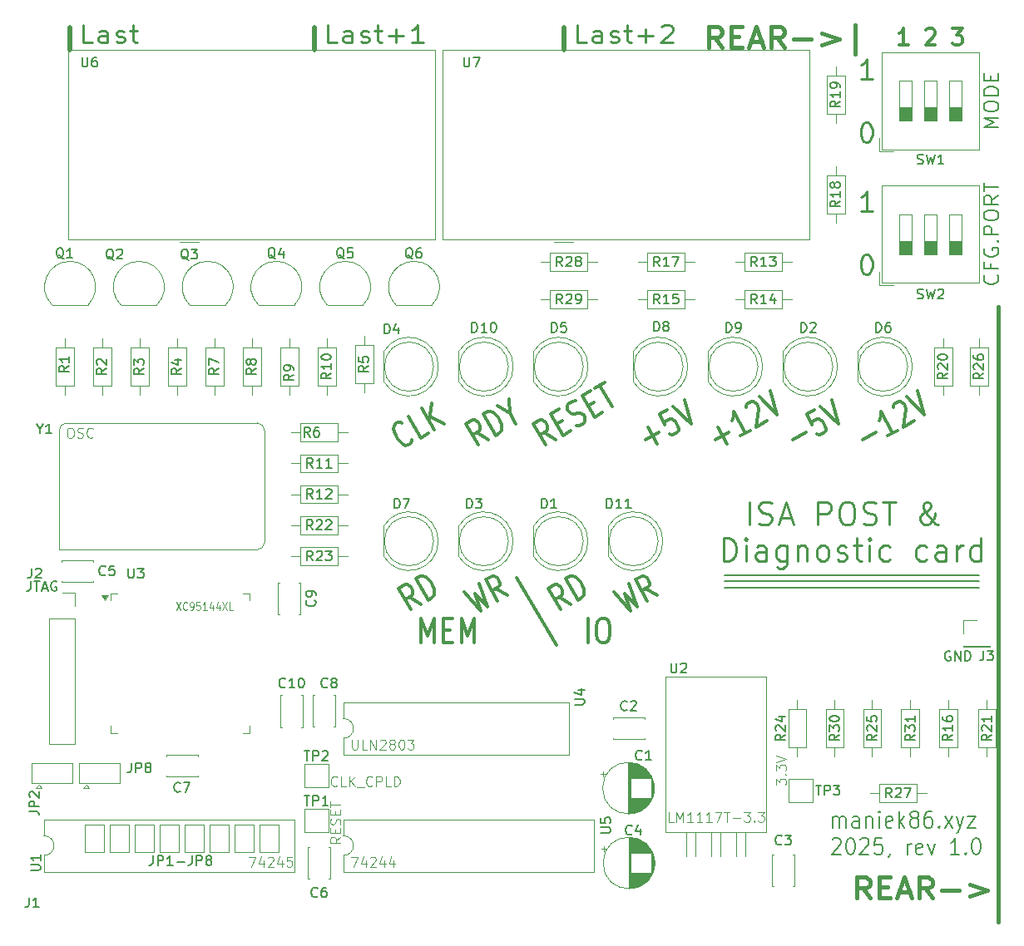
<source format=gbr>
%TF.GenerationSoftware,KiCad,Pcbnew,9.0.2+1*%
%TF.CreationDate,2025-06-30T02:26:09+02:00*%
%TF.ProjectId,isa_debug_card,6973615f-6465-4627-9567-5f636172642e,rev?*%
%TF.SameCoordinates,Original*%
%TF.FileFunction,Legend,Top*%
%TF.FilePolarity,Positive*%
%FSLAX46Y46*%
G04 Gerber Fmt 4.6, Leading zero omitted, Abs format (unit mm)*
G04 Created by KiCad (PCBNEW 9.0.2+1) date 2025-06-30 02:26:09*
%MOMM*%
%LPD*%
G01*
G04 APERTURE LIST*
%ADD10C,0.375000*%
%ADD11C,0.150000*%
%ADD12C,0.500000*%
%ADD13C,0.400000*%
%ADD14C,0.200000*%
%ADD15C,0.100000*%
%ADD16C,0.187500*%
%ADD17C,0.250000*%
%ADD18C,0.300000*%
%ADD19C,0.287500*%
%ADD20C,0.120000*%
G04 APERTURE END LIST*
D10*
X152654000Y-99949000D02*
X156718000Y-106807000D01*
D11*
X173863000Y-100330000D02*
X199771000Y-100330000D01*
X173863000Y-99695000D02*
X199771000Y-99695000D01*
X173863000Y-100965000D02*
X199771000Y-100965000D01*
D12*
X157480000Y-46228000D02*
X157480000Y-43942000D01*
D13*
X201676000Y-72390000D02*
X201676000Y-135001000D01*
D12*
X107188000Y-46228000D02*
X107188000Y-43942000D01*
X132080000Y-46228000D02*
X132080000Y-43942000D01*
D10*
X147384366Y-101426874D02*
X149046759Y-103353842D01*
X149046759Y-103353842D02*
X148483817Y-101616892D01*
X148483817Y-101616892D02*
X149706588Y-102972890D01*
X149706588Y-102972890D02*
X148868981Y-100569731D01*
X151768553Y-101782414D02*
X150595965Y-101084764D01*
X150778810Y-102353842D02*
X149528810Y-100188779D01*
X149528810Y-100188779D02*
X150188639Y-99807826D01*
X150188639Y-99807826D02*
X150413120Y-99815687D01*
X150413120Y-99815687D02*
X150555122Y-99871166D01*
X150555122Y-99871166D02*
X150756648Y-100029743D01*
X150756648Y-100029743D02*
X150935220Y-100339038D01*
X150935220Y-100339038D02*
X150971789Y-100592854D01*
X150971789Y-100592854D02*
X150948834Y-100743571D01*
X150948834Y-100743571D02*
X150843401Y-100941907D01*
X150843401Y-100941907D02*
X150183572Y-101322860D01*
X156647067Y-85907271D02*
X155474478Y-85209621D01*
X155657323Y-86478699D02*
X154407323Y-84313636D01*
X154407323Y-84313636D02*
X155067152Y-83932683D01*
X155067152Y-83932683D02*
X155291633Y-83940544D01*
X155291633Y-83940544D02*
X155433636Y-83996023D01*
X155433636Y-83996023D02*
X155635162Y-84154600D01*
X155635162Y-84154600D02*
X155813733Y-84463895D01*
X155813733Y-84463895D02*
X155850302Y-84717711D01*
X155850302Y-84717711D02*
X155827348Y-84868428D01*
X155827348Y-84868428D02*
X155721914Y-85066764D01*
X155721914Y-85066764D02*
X155062085Y-85447717D01*
X156734612Y-84344618D02*
X157311963Y-84011285D01*
X158214160Y-85002509D02*
X157389374Y-85478699D01*
X157389374Y-85478699D02*
X156139374Y-83313636D01*
X156139374Y-83313636D02*
X156964160Y-82837445D01*
X158814466Y-84518458D02*
X159121425Y-84478699D01*
X159121425Y-84478699D02*
X159533818Y-84240604D01*
X159533818Y-84240604D02*
X159639252Y-84042268D01*
X159639252Y-84042268D02*
X159662207Y-83891550D01*
X159662207Y-83891550D02*
X159625638Y-83637735D01*
X159625638Y-83637735D02*
X159506590Y-83431538D01*
X159506590Y-83431538D02*
X159305064Y-83272961D01*
X159305064Y-83272961D02*
X159163061Y-83217481D01*
X159163061Y-83217481D02*
X158938580Y-83209621D01*
X158938580Y-83209621D02*
X158549142Y-83296999D01*
X158549142Y-83296999D02*
X158324661Y-83289139D01*
X158324661Y-83289139D02*
X158182659Y-83233660D01*
X158182659Y-83233660D02*
X157981132Y-83075082D01*
X157981132Y-83075082D02*
X157862085Y-82868886D01*
X157862085Y-82868886D02*
X157825516Y-82615070D01*
X157825516Y-82615070D02*
X157848470Y-82464353D01*
X157848470Y-82464353D02*
X157953904Y-82266017D01*
X157953904Y-82266017D02*
X158366297Y-82027921D01*
X158366297Y-82027921D02*
X158673257Y-81988162D01*
X159951278Y-82487475D02*
X160528629Y-82154142D01*
X161430826Y-83145366D02*
X160606040Y-83621556D01*
X160606040Y-83621556D02*
X159356040Y-81456493D01*
X159356040Y-81456493D02*
X160180826Y-80980302D01*
X160675698Y-80694588D02*
X161665442Y-80123159D01*
X162420570Y-82573937D02*
X161170570Y-80408874D01*
D14*
X184892720Y-125441648D02*
X184892720Y-124308315D01*
X184892720Y-124470219D02*
X184964149Y-124389267D01*
X184964149Y-124389267D02*
X185107006Y-124308315D01*
X185107006Y-124308315D02*
X185321292Y-124308315D01*
X185321292Y-124308315D02*
X185464149Y-124389267D01*
X185464149Y-124389267D02*
X185535578Y-124551172D01*
X185535578Y-124551172D02*
X185535578Y-125441648D01*
X185535578Y-124551172D02*
X185607006Y-124389267D01*
X185607006Y-124389267D02*
X185749863Y-124308315D01*
X185749863Y-124308315D02*
X185964149Y-124308315D01*
X185964149Y-124308315D02*
X186107006Y-124389267D01*
X186107006Y-124389267D02*
X186178435Y-124551172D01*
X186178435Y-124551172D02*
X186178435Y-125441648D01*
X187535578Y-125441648D02*
X187535578Y-124551172D01*
X187535578Y-124551172D02*
X187464149Y-124389267D01*
X187464149Y-124389267D02*
X187321292Y-124308315D01*
X187321292Y-124308315D02*
X187035578Y-124308315D01*
X187035578Y-124308315D02*
X186892720Y-124389267D01*
X187535578Y-125360696D02*
X187392720Y-125441648D01*
X187392720Y-125441648D02*
X187035578Y-125441648D01*
X187035578Y-125441648D02*
X186892720Y-125360696D01*
X186892720Y-125360696D02*
X186821292Y-125198791D01*
X186821292Y-125198791D02*
X186821292Y-125036886D01*
X186821292Y-125036886D02*
X186892720Y-124874981D01*
X186892720Y-124874981D02*
X187035578Y-124794029D01*
X187035578Y-124794029D02*
X187392720Y-124794029D01*
X187392720Y-124794029D02*
X187535578Y-124713076D01*
X188249863Y-124308315D02*
X188249863Y-125441648D01*
X188249863Y-124470219D02*
X188321292Y-124389267D01*
X188321292Y-124389267D02*
X188464149Y-124308315D01*
X188464149Y-124308315D02*
X188678435Y-124308315D01*
X188678435Y-124308315D02*
X188821292Y-124389267D01*
X188821292Y-124389267D02*
X188892721Y-124551172D01*
X188892721Y-124551172D02*
X188892721Y-125441648D01*
X189607006Y-125441648D02*
X189607006Y-124308315D01*
X189607006Y-123741648D02*
X189535578Y-123822600D01*
X189535578Y-123822600D02*
X189607006Y-123903553D01*
X189607006Y-123903553D02*
X189678435Y-123822600D01*
X189678435Y-123822600D02*
X189607006Y-123741648D01*
X189607006Y-123741648D02*
X189607006Y-123903553D01*
X190892721Y-125360696D02*
X190749864Y-125441648D01*
X190749864Y-125441648D02*
X190464150Y-125441648D01*
X190464150Y-125441648D02*
X190321292Y-125360696D01*
X190321292Y-125360696D02*
X190249864Y-125198791D01*
X190249864Y-125198791D02*
X190249864Y-124551172D01*
X190249864Y-124551172D02*
X190321292Y-124389267D01*
X190321292Y-124389267D02*
X190464150Y-124308315D01*
X190464150Y-124308315D02*
X190749864Y-124308315D01*
X190749864Y-124308315D02*
X190892721Y-124389267D01*
X190892721Y-124389267D02*
X190964150Y-124551172D01*
X190964150Y-124551172D02*
X190964150Y-124713076D01*
X190964150Y-124713076D02*
X190249864Y-124874981D01*
X191607006Y-125441648D02*
X191607006Y-123741648D01*
X191749864Y-124794029D02*
X192178435Y-125441648D01*
X192178435Y-124308315D02*
X191607006Y-124955934D01*
X193035578Y-124470219D02*
X192892721Y-124389267D01*
X192892721Y-124389267D02*
X192821292Y-124308315D01*
X192821292Y-124308315D02*
X192749864Y-124146410D01*
X192749864Y-124146410D02*
X192749864Y-124065457D01*
X192749864Y-124065457D02*
X192821292Y-123903553D01*
X192821292Y-123903553D02*
X192892721Y-123822600D01*
X192892721Y-123822600D02*
X193035578Y-123741648D01*
X193035578Y-123741648D02*
X193321292Y-123741648D01*
X193321292Y-123741648D02*
X193464150Y-123822600D01*
X193464150Y-123822600D02*
X193535578Y-123903553D01*
X193535578Y-123903553D02*
X193607007Y-124065457D01*
X193607007Y-124065457D02*
X193607007Y-124146410D01*
X193607007Y-124146410D02*
X193535578Y-124308315D01*
X193535578Y-124308315D02*
X193464150Y-124389267D01*
X193464150Y-124389267D02*
X193321292Y-124470219D01*
X193321292Y-124470219D02*
X193035578Y-124470219D01*
X193035578Y-124470219D02*
X192892721Y-124551172D01*
X192892721Y-124551172D02*
X192821292Y-124632124D01*
X192821292Y-124632124D02*
X192749864Y-124794029D01*
X192749864Y-124794029D02*
X192749864Y-125117838D01*
X192749864Y-125117838D02*
X192821292Y-125279743D01*
X192821292Y-125279743D02*
X192892721Y-125360696D01*
X192892721Y-125360696D02*
X193035578Y-125441648D01*
X193035578Y-125441648D02*
X193321292Y-125441648D01*
X193321292Y-125441648D02*
X193464150Y-125360696D01*
X193464150Y-125360696D02*
X193535578Y-125279743D01*
X193535578Y-125279743D02*
X193607007Y-125117838D01*
X193607007Y-125117838D02*
X193607007Y-124794029D01*
X193607007Y-124794029D02*
X193535578Y-124632124D01*
X193535578Y-124632124D02*
X193464150Y-124551172D01*
X193464150Y-124551172D02*
X193321292Y-124470219D01*
X194892721Y-123741648D02*
X194607006Y-123741648D01*
X194607006Y-123741648D02*
X194464149Y-123822600D01*
X194464149Y-123822600D02*
X194392721Y-123903553D01*
X194392721Y-123903553D02*
X194249863Y-124146410D01*
X194249863Y-124146410D02*
X194178435Y-124470219D01*
X194178435Y-124470219D02*
X194178435Y-125117838D01*
X194178435Y-125117838D02*
X194249863Y-125279743D01*
X194249863Y-125279743D02*
X194321292Y-125360696D01*
X194321292Y-125360696D02*
X194464149Y-125441648D01*
X194464149Y-125441648D02*
X194749863Y-125441648D01*
X194749863Y-125441648D02*
X194892721Y-125360696D01*
X194892721Y-125360696D02*
X194964149Y-125279743D01*
X194964149Y-125279743D02*
X195035578Y-125117838D01*
X195035578Y-125117838D02*
X195035578Y-124713076D01*
X195035578Y-124713076D02*
X194964149Y-124551172D01*
X194964149Y-124551172D02*
X194892721Y-124470219D01*
X194892721Y-124470219D02*
X194749863Y-124389267D01*
X194749863Y-124389267D02*
X194464149Y-124389267D01*
X194464149Y-124389267D02*
X194321292Y-124470219D01*
X194321292Y-124470219D02*
X194249863Y-124551172D01*
X194249863Y-124551172D02*
X194178435Y-124713076D01*
X195678434Y-125279743D02*
X195749863Y-125360696D01*
X195749863Y-125360696D02*
X195678434Y-125441648D01*
X195678434Y-125441648D02*
X195607006Y-125360696D01*
X195607006Y-125360696D02*
X195678434Y-125279743D01*
X195678434Y-125279743D02*
X195678434Y-125441648D01*
X196249863Y-125441648D02*
X197035578Y-124308315D01*
X196249863Y-124308315D02*
X197035578Y-125441648D01*
X197464149Y-124308315D02*
X197821292Y-125441648D01*
X198178435Y-124308315D02*
X197821292Y-125441648D01*
X197821292Y-125441648D02*
X197678435Y-125846410D01*
X197678435Y-125846410D02*
X197607006Y-125927362D01*
X197607006Y-125927362D02*
X197464149Y-126008315D01*
X198607006Y-124308315D02*
X199392721Y-124308315D01*
X199392721Y-124308315D02*
X198607006Y-125441648D01*
X198607006Y-125441648D02*
X199392721Y-125441648D01*
X184821292Y-126640458D02*
X184892720Y-126559505D01*
X184892720Y-126559505D02*
X185035578Y-126478553D01*
X185035578Y-126478553D02*
X185392720Y-126478553D01*
X185392720Y-126478553D02*
X185535578Y-126559505D01*
X185535578Y-126559505D02*
X185607006Y-126640458D01*
X185607006Y-126640458D02*
X185678435Y-126802362D01*
X185678435Y-126802362D02*
X185678435Y-126964267D01*
X185678435Y-126964267D02*
X185607006Y-127207124D01*
X185607006Y-127207124D02*
X184749863Y-128178553D01*
X184749863Y-128178553D02*
X185678435Y-128178553D01*
X186607006Y-126478553D02*
X186749863Y-126478553D01*
X186749863Y-126478553D02*
X186892720Y-126559505D01*
X186892720Y-126559505D02*
X186964149Y-126640458D01*
X186964149Y-126640458D02*
X187035577Y-126802362D01*
X187035577Y-126802362D02*
X187107006Y-127126172D01*
X187107006Y-127126172D02*
X187107006Y-127530934D01*
X187107006Y-127530934D02*
X187035577Y-127854743D01*
X187035577Y-127854743D02*
X186964149Y-128016648D01*
X186964149Y-128016648D02*
X186892720Y-128097601D01*
X186892720Y-128097601D02*
X186749863Y-128178553D01*
X186749863Y-128178553D02*
X186607006Y-128178553D01*
X186607006Y-128178553D02*
X186464149Y-128097601D01*
X186464149Y-128097601D02*
X186392720Y-128016648D01*
X186392720Y-128016648D02*
X186321291Y-127854743D01*
X186321291Y-127854743D02*
X186249863Y-127530934D01*
X186249863Y-127530934D02*
X186249863Y-127126172D01*
X186249863Y-127126172D02*
X186321291Y-126802362D01*
X186321291Y-126802362D02*
X186392720Y-126640458D01*
X186392720Y-126640458D02*
X186464149Y-126559505D01*
X186464149Y-126559505D02*
X186607006Y-126478553D01*
X187678434Y-126640458D02*
X187749862Y-126559505D01*
X187749862Y-126559505D02*
X187892720Y-126478553D01*
X187892720Y-126478553D02*
X188249862Y-126478553D01*
X188249862Y-126478553D02*
X188392720Y-126559505D01*
X188392720Y-126559505D02*
X188464148Y-126640458D01*
X188464148Y-126640458D02*
X188535577Y-126802362D01*
X188535577Y-126802362D02*
X188535577Y-126964267D01*
X188535577Y-126964267D02*
X188464148Y-127207124D01*
X188464148Y-127207124D02*
X187607005Y-128178553D01*
X187607005Y-128178553D02*
X188535577Y-128178553D01*
X189892719Y-126478553D02*
X189178433Y-126478553D01*
X189178433Y-126478553D02*
X189107005Y-127288077D01*
X189107005Y-127288077D02*
X189178433Y-127207124D01*
X189178433Y-127207124D02*
X189321291Y-127126172D01*
X189321291Y-127126172D02*
X189678433Y-127126172D01*
X189678433Y-127126172D02*
X189821291Y-127207124D01*
X189821291Y-127207124D02*
X189892719Y-127288077D01*
X189892719Y-127288077D02*
X189964148Y-127449981D01*
X189964148Y-127449981D02*
X189964148Y-127854743D01*
X189964148Y-127854743D02*
X189892719Y-128016648D01*
X189892719Y-128016648D02*
X189821291Y-128097601D01*
X189821291Y-128097601D02*
X189678433Y-128178553D01*
X189678433Y-128178553D02*
X189321291Y-128178553D01*
X189321291Y-128178553D02*
X189178433Y-128097601D01*
X189178433Y-128097601D02*
X189107005Y-128016648D01*
X190678433Y-128097601D02*
X190678433Y-128178553D01*
X190678433Y-128178553D02*
X190607004Y-128340458D01*
X190607004Y-128340458D02*
X190535576Y-128421410D01*
X192464147Y-128178553D02*
X192464147Y-127045220D01*
X192464147Y-127369029D02*
X192535576Y-127207124D01*
X192535576Y-127207124D02*
X192607005Y-127126172D01*
X192607005Y-127126172D02*
X192749862Y-127045220D01*
X192749862Y-127045220D02*
X192892719Y-127045220D01*
X193964147Y-128097601D02*
X193821290Y-128178553D01*
X193821290Y-128178553D02*
X193535576Y-128178553D01*
X193535576Y-128178553D02*
X193392718Y-128097601D01*
X193392718Y-128097601D02*
X193321290Y-127935696D01*
X193321290Y-127935696D02*
X193321290Y-127288077D01*
X193321290Y-127288077D02*
X193392718Y-127126172D01*
X193392718Y-127126172D02*
X193535576Y-127045220D01*
X193535576Y-127045220D02*
X193821290Y-127045220D01*
X193821290Y-127045220D02*
X193964147Y-127126172D01*
X193964147Y-127126172D02*
X194035576Y-127288077D01*
X194035576Y-127288077D02*
X194035576Y-127449981D01*
X194035576Y-127449981D02*
X193321290Y-127611886D01*
X194535575Y-127045220D02*
X194892718Y-128178553D01*
X194892718Y-128178553D02*
X195249861Y-127045220D01*
X197749861Y-128178553D02*
X196892718Y-128178553D01*
X197321289Y-128178553D02*
X197321289Y-126478553D01*
X197321289Y-126478553D02*
X197178432Y-126721410D01*
X197178432Y-126721410D02*
X197035575Y-126883315D01*
X197035575Y-126883315D02*
X196892718Y-126964267D01*
X198392717Y-128016648D02*
X198464146Y-128097601D01*
X198464146Y-128097601D02*
X198392717Y-128178553D01*
X198392717Y-128178553D02*
X198321289Y-128097601D01*
X198321289Y-128097601D02*
X198392717Y-128016648D01*
X198392717Y-128016648D02*
X198392717Y-128178553D01*
X199392718Y-126478553D02*
X199535575Y-126478553D01*
X199535575Y-126478553D02*
X199678432Y-126559505D01*
X199678432Y-126559505D02*
X199749861Y-126640458D01*
X199749861Y-126640458D02*
X199821289Y-126802362D01*
X199821289Y-126802362D02*
X199892718Y-127126172D01*
X199892718Y-127126172D02*
X199892718Y-127530934D01*
X199892718Y-127530934D02*
X199821289Y-127854743D01*
X199821289Y-127854743D02*
X199749861Y-128016648D01*
X199749861Y-128016648D02*
X199678432Y-128097601D01*
X199678432Y-128097601D02*
X199535575Y-128178553D01*
X199535575Y-128178553D02*
X199392718Y-128178553D01*
X199392718Y-128178553D02*
X199249861Y-128097601D01*
X199249861Y-128097601D02*
X199178432Y-128016648D01*
X199178432Y-128016648D02*
X199107003Y-127854743D01*
X199107003Y-127854743D02*
X199035575Y-127530934D01*
X199035575Y-127530934D02*
X199035575Y-127126172D01*
X199035575Y-127126172D02*
X199107003Y-126802362D01*
X199107003Y-126802362D02*
X199178432Y-126640458D01*
X199178432Y-126640458D02*
X199249861Y-126559505D01*
X199249861Y-126559505D02*
X199392718Y-126478553D01*
D10*
X180835133Y-85907913D02*
X182154791Y-85146008D01*
X183030553Y-82853350D02*
X182205767Y-83329541D01*
X182205767Y-83329541D02*
X182718526Y-84408142D01*
X182718526Y-84408142D02*
X182741481Y-84257425D01*
X182741481Y-84257425D02*
X182846915Y-84059089D01*
X182846915Y-84059089D02*
X183259308Y-83820993D01*
X183259308Y-83820993D02*
X183483789Y-83828854D01*
X183483789Y-83828854D02*
X183625791Y-83884333D01*
X183625791Y-83884333D02*
X183827317Y-84042910D01*
X183827317Y-84042910D02*
X184124936Y-84558402D01*
X184124936Y-84558402D02*
X184161505Y-84812217D01*
X184161505Y-84812217D02*
X184138551Y-84962935D01*
X184138551Y-84962935D02*
X184033117Y-85161271D01*
X184033117Y-85161271D02*
X183620724Y-85399366D01*
X183620724Y-85399366D02*
X183396243Y-85391506D01*
X183396243Y-85391506D02*
X183254241Y-85336027D01*
X183607903Y-82520017D02*
X185435254Y-84351747D01*
X185435254Y-84351747D02*
X184762604Y-81853350D01*
D15*
X118021789Y-102474895D02*
X118488455Y-103274895D01*
X118488455Y-102474895D02*
X118021789Y-103274895D01*
X119155122Y-103198704D02*
X119121789Y-103236800D01*
X119121789Y-103236800D02*
X119021789Y-103274895D01*
X119021789Y-103274895D02*
X118955122Y-103274895D01*
X118955122Y-103274895D02*
X118855122Y-103236800D01*
X118855122Y-103236800D02*
X118788456Y-103160609D01*
X118788456Y-103160609D02*
X118755122Y-103084419D01*
X118755122Y-103084419D02*
X118721789Y-102932038D01*
X118721789Y-102932038D02*
X118721789Y-102817752D01*
X118721789Y-102817752D02*
X118755122Y-102665371D01*
X118755122Y-102665371D02*
X118788456Y-102589180D01*
X118788456Y-102589180D02*
X118855122Y-102512990D01*
X118855122Y-102512990D02*
X118955122Y-102474895D01*
X118955122Y-102474895D02*
X119021789Y-102474895D01*
X119021789Y-102474895D02*
X119121789Y-102512990D01*
X119121789Y-102512990D02*
X119155122Y-102551085D01*
X119488456Y-103274895D02*
X119621789Y-103274895D01*
X119621789Y-103274895D02*
X119688456Y-103236800D01*
X119688456Y-103236800D02*
X119721789Y-103198704D01*
X119721789Y-103198704D02*
X119788456Y-103084419D01*
X119788456Y-103084419D02*
X119821789Y-102932038D01*
X119821789Y-102932038D02*
X119821789Y-102627276D01*
X119821789Y-102627276D02*
X119788456Y-102551085D01*
X119788456Y-102551085D02*
X119755122Y-102512990D01*
X119755122Y-102512990D02*
X119688456Y-102474895D01*
X119688456Y-102474895D02*
X119555122Y-102474895D01*
X119555122Y-102474895D02*
X119488456Y-102512990D01*
X119488456Y-102512990D02*
X119455122Y-102551085D01*
X119455122Y-102551085D02*
X119421789Y-102627276D01*
X119421789Y-102627276D02*
X119421789Y-102817752D01*
X119421789Y-102817752D02*
X119455122Y-102893942D01*
X119455122Y-102893942D02*
X119488456Y-102932038D01*
X119488456Y-102932038D02*
X119555122Y-102970133D01*
X119555122Y-102970133D02*
X119688456Y-102970133D01*
X119688456Y-102970133D02*
X119755122Y-102932038D01*
X119755122Y-102932038D02*
X119788456Y-102893942D01*
X119788456Y-102893942D02*
X119821789Y-102817752D01*
X120455123Y-102474895D02*
X120121789Y-102474895D01*
X120121789Y-102474895D02*
X120088456Y-102855847D01*
X120088456Y-102855847D02*
X120121789Y-102817752D01*
X120121789Y-102817752D02*
X120188456Y-102779657D01*
X120188456Y-102779657D02*
X120355123Y-102779657D01*
X120355123Y-102779657D02*
X120421789Y-102817752D01*
X120421789Y-102817752D02*
X120455123Y-102855847D01*
X120455123Y-102855847D02*
X120488456Y-102932038D01*
X120488456Y-102932038D02*
X120488456Y-103122514D01*
X120488456Y-103122514D02*
X120455123Y-103198704D01*
X120455123Y-103198704D02*
X120421789Y-103236800D01*
X120421789Y-103236800D02*
X120355123Y-103274895D01*
X120355123Y-103274895D02*
X120188456Y-103274895D01*
X120188456Y-103274895D02*
X120121789Y-103236800D01*
X120121789Y-103236800D02*
X120088456Y-103198704D01*
X121155123Y-103274895D02*
X120755123Y-103274895D01*
X120955123Y-103274895D02*
X120955123Y-102474895D01*
X120955123Y-102474895D02*
X120888456Y-102589180D01*
X120888456Y-102589180D02*
X120821790Y-102665371D01*
X120821790Y-102665371D02*
X120755123Y-102703466D01*
X121755123Y-102741561D02*
X121755123Y-103274895D01*
X121588457Y-102436800D02*
X121421790Y-103008228D01*
X121421790Y-103008228D02*
X121855123Y-103008228D01*
X122421790Y-102741561D02*
X122421790Y-103274895D01*
X122255124Y-102436800D02*
X122088457Y-103008228D01*
X122088457Y-103008228D02*
X122521790Y-103008228D01*
X122721791Y-102474895D02*
X123188457Y-103274895D01*
X123188457Y-102474895D02*
X122721791Y-103274895D01*
X123788458Y-103274895D02*
X123455124Y-103274895D01*
X123455124Y-103274895D02*
X123455124Y-102474895D01*
D10*
X158171067Y-102671271D02*
X156998478Y-101973621D01*
X157181323Y-103242699D02*
X155931323Y-101077636D01*
X155931323Y-101077636D02*
X156591152Y-100696683D01*
X156591152Y-100696683D02*
X156815633Y-100704544D01*
X156815633Y-100704544D02*
X156957636Y-100760023D01*
X156957636Y-100760023D02*
X157159162Y-100918600D01*
X157159162Y-100918600D02*
X157337733Y-101227895D01*
X157337733Y-101227895D02*
X157374302Y-101481711D01*
X157374302Y-101481711D02*
X157351348Y-101632428D01*
X157351348Y-101632428D02*
X157245914Y-101830764D01*
X157245914Y-101830764D02*
X156586085Y-102211717D01*
X158913374Y-102242699D02*
X157663374Y-100077636D01*
X157663374Y-100077636D02*
X158075767Y-99839540D01*
X158075767Y-99839540D02*
X158382727Y-99799782D01*
X158382727Y-99799782D02*
X158666732Y-99910740D01*
X158666732Y-99910740D02*
X158868258Y-100069318D01*
X158868258Y-100069318D02*
X159188832Y-100434092D01*
X159188832Y-100434092D02*
X159367403Y-100743386D01*
X159367403Y-100743386D02*
X159523020Y-101203398D01*
X159523020Y-101203398D02*
X159559589Y-101457214D01*
X159559589Y-101457214D02*
X159513679Y-101758649D01*
X159513679Y-101758649D02*
X159325767Y-102004604D01*
X159325767Y-102004604D02*
X158913374Y-102242699D01*
D16*
X201593821Y-69147359D02*
X201665250Y-69218787D01*
X201665250Y-69218787D02*
X201736678Y-69433073D01*
X201736678Y-69433073D02*
X201736678Y-69575930D01*
X201736678Y-69575930D02*
X201665250Y-69790216D01*
X201665250Y-69790216D02*
X201522392Y-69933073D01*
X201522392Y-69933073D02*
X201379535Y-70004502D01*
X201379535Y-70004502D02*
X201093821Y-70075930D01*
X201093821Y-70075930D02*
X200879535Y-70075930D01*
X200879535Y-70075930D02*
X200593821Y-70004502D01*
X200593821Y-70004502D02*
X200450964Y-69933073D01*
X200450964Y-69933073D02*
X200308107Y-69790216D01*
X200308107Y-69790216D02*
X200236678Y-69575930D01*
X200236678Y-69575930D02*
X200236678Y-69433073D01*
X200236678Y-69433073D02*
X200308107Y-69218787D01*
X200308107Y-69218787D02*
X200379535Y-69147359D01*
X200950964Y-68004502D02*
X200950964Y-68504502D01*
X201736678Y-68504502D02*
X200236678Y-68504502D01*
X200236678Y-68504502D02*
X200236678Y-67790216D01*
X200308107Y-66433073D02*
X200236678Y-66575931D01*
X200236678Y-66575931D02*
X200236678Y-66790216D01*
X200236678Y-66790216D02*
X200308107Y-67004502D01*
X200308107Y-67004502D02*
X200450964Y-67147359D01*
X200450964Y-67147359D02*
X200593821Y-67218788D01*
X200593821Y-67218788D02*
X200879535Y-67290216D01*
X200879535Y-67290216D02*
X201093821Y-67290216D01*
X201093821Y-67290216D02*
X201379535Y-67218788D01*
X201379535Y-67218788D02*
X201522392Y-67147359D01*
X201522392Y-67147359D02*
X201665250Y-67004502D01*
X201665250Y-67004502D02*
X201736678Y-66790216D01*
X201736678Y-66790216D02*
X201736678Y-66647359D01*
X201736678Y-66647359D02*
X201665250Y-66433073D01*
X201665250Y-66433073D02*
X201593821Y-66361645D01*
X201593821Y-66361645D02*
X201093821Y-66361645D01*
X201093821Y-66361645D02*
X201093821Y-66647359D01*
X201593821Y-65718788D02*
X201665250Y-65647359D01*
X201665250Y-65647359D02*
X201736678Y-65718788D01*
X201736678Y-65718788D02*
X201665250Y-65790216D01*
X201665250Y-65790216D02*
X201593821Y-65718788D01*
X201593821Y-65718788D02*
X201736678Y-65718788D01*
X201736678Y-65004502D02*
X200236678Y-65004502D01*
X200236678Y-65004502D02*
X200236678Y-64433073D01*
X200236678Y-64433073D02*
X200308107Y-64290216D01*
X200308107Y-64290216D02*
X200379535Y-64218787D01*
X200379535Y-64218787D02*
X200522392Y-64147359D01*
X200522392Y-64147359D02*
X200736678Y-64147359D01*
X200736678Y-64147359D02*
X200879535Y-64218787D01*
X200879535Y-64218787D02*
X200950964Y-64290216D01*
X200950964Y-64290216D02*
X201022392Y-64433073D01*
X201022392Y-64433073D02*
X201022392Y-65004502D01*
X200236678Y-63218787D02*
X200236678Y-62933073D01*
X200236678Y-62933073D02*
X200308107Y-62790216D01*
X200308107Y-62790216D02*
X200450964Y-62647359D01*
X200450964Y-62647359D02*
X200736678Y-62575930D01*
X200736678Y-62575930D02*
X201236678Y-62575930D01*
X201236678Y-62575930D02*
X201522392Y-62647359D01*
X201522392Y-62647359D02*
X201665250Y-62790216D01*
X201665250Y-62790216D02*
X201736678Y-62933073D01*
X201736678Y-62933073D02*
X201736678Y-63218787D01*
X201736678Y-63218787D02*
X201665250Y-63361645D01*
X201665250Y-63361645D02*
X201522392Y-63504502D01*
X201522392Y-63504502D02*
X201236678Y-63575930D01*
X201236678Y-63575930D02*
X200736678Y-63575930D01*
X200736678Y-63575930D02*
X200450964Y-63504502D01*
X200450964Y-63504502D02*
X200308107Y-63361645D01*
X200308107Y-63361645D02*
X200236678Y-63218787D01*
X201736678Y-61075930D02*
X201022392Y-61575930D01*
X201736678Y-61933073D02*
X200236678Y-61933073D01*
X200236678Y-61933073D02*
X200236678Y-61361644D01*
X200236678Y-61361644D02*
X200308107Y-61218787D01*
X200308107Y-61218787D02*
X200379535Y-61147358D01*
X200379535Y-61147358D02*
X200522392Y-61075930D01*
X200522392Y-61075930D02*
X200736678Y-61075930D01*
X200736678Y-61075930D02*
X200879535Y-61147358D01*
X200879535Y-61147358D02*
X200950964Y-61218787D01*
X200950964Y-61218787D02*
X201022392Y-61361644D01*
X201022392Y-61361644D02*
X201022392Y-61933073D01*
X200236678Y-60647358D02*
X200236678Y-59790216D01*
X201736678Y-60218787D02*
X200236678Y-60218787D01*
D11*
X115684493Y-128282819D02*
X115684493Y-128997104D01*
X115684493Y-128997104D02*
X115636874Y-129139961D01*
X115636874Y-129139961D02*
X115541636Y-129235200D01*
X115541636Y-129235200D02*
X115398779Y-129282819D01*
X115398779Y-129282819D02*
X115303541Y-129282819D01*
X116160684Y-129282819D02*
X116160684Y-128282819D01*
X116160684Y-128282819D02*
X116541636Y-128282819D01*
X116541636Y-128282819D02*
X116636874Y-128330438D01*
X116636874Y-128330438D02*
X116684493Y-128378057D01*
X116684493Y-128378057D02*
X116732112Y-128473295D01*
X116732112Y-128473295D02*
X116732112Y-128616152D01*
X116732112Y-128616152D02*
X116684493Y-128711390D01*
X116684493Y-128711390D02*
X116636874Y-128759009D01*
X116636874Y-128759009D02*
X116541636Y-128806628D01*
X116541636Y-128806628D02*
X116160684Y-128806628D01*
X117684493Y-129282819D02*
X117113065Y-129282819D01*
X117398779Y-129282819D02*
X117398779Y-128282819D01*
X117398779Y-128282819D02*
X117303541Y-128425676D01*
X117303541Y-128425676D02*
X117208303Y-128520914D01*
X117208303Y-128520914D02*
X117113065Y-128568533D01*
X118113065Y-128901866D02*
X118874970Y-128901866D01*
X119636874Y-128282819D02*
X119636874Y-128997104D01*
X119636874Y-128997104D02*
X119589255Y-129139961D01*
X119589255Y-129139961D02*
X119494017Y-129235200D01*
X119494017Y-129235200D02*
X119351160Y-129282819D01*
X119351160Y-129282819D02*
X119255922Y-129282819D01*
X120113065Y-129282819D02*
X120113065Y-128282819D01*
X120113065Y-128282819D02*
X120494017Y-128282819D01*
X120494017Y-128282819D02*
X120589255Y-128330438D01*
X120589255Y-128330438D02*
X120636874Y-128378057D01*
X120636874Y-128378057D02*
X120684493Y-128473295D01*
X120684493Y-128473295D02*
X120684493Y-128616152D01*
X120684493Y-128616152D02*
X120636874Y-128711390D01*
X120636874Y-128711390D02*
X120589255Y-128759009D01*
X120589255Y-128759009D02*
X120494017Y-128806628D01*
X120494017Y-128806628D02*
X120113065Y-128806628D01*
X121255922Y-128711390D02*
X121160684Y-128663771D01*
X121160684Y-128663771D02*
X121113065Y-128616152D01*
X121113065Y-128616152D02*
X121065446Y-128520914D01*
X121065446Y-128520914D02*
X121065446Y-128473295D01*
X121065446Y-128473295D02*
X121113065Y-128378057D01*
X121113065Y-128378057D02*
X121160684Y-128330438D01*
X121160684Y-128330438D02*
X121255922Y-128282819D01*
X121255922Y-128282819D02*
X121446398Y-128282819D01*
X121446398Y-128282819D02*
X121541636Y-128330438D01*
X121541636Y-128330438D02*
X121589255Y-128378057D01*
X121589255Y-128378057D02*
X121636874Y-128473295D01*
X121636874Y-128473295D02*
X121636874Y-128520914D01*
X121636874Y-128520914D02*
X121589255Y-128616152D01*
X121589255Y-128616152D02*
X121541636Y-128663771D01*
X121541636Y-128663771D02*
X121446398Y-128711390D01*
X121446398Y-128711390D02*
X121255922Y-128711390D01*
X121255922Y-128711390D02*
X121160684Y-128759009D01*
X121160684Y-128759009D02*
X121113065Y-128806628D01*
X121113065Y-128806628D02*
X121065446Y-128901866D01*
X121065446Y-128901866D02*
X121065446Y-129092342D01*
X121065446Y-129092342D02*
X121113065Y-129187580D01*
X121113065Y-129187580D02*
X121160684Y-129235200D01*
X121160684Y-129235200D02*
X121255922Y-129282819D01*
X121255922Y-129282819D02*
X121446398Y-129282819D01*
X121446398Y-129282819D02*
X121541636Y-129235200D01*
X121541636Y-129235200D02*
X121589255Y-129187580D01*
X121589255Y-129187580D02*
X121636874Y-129092342D01*
X121636874Y-129092342D02*
X121636874Y-128901866D01*
X121636874Y-128901866D02*
X121589255Y-128806628D01*
X121589255Y-128806628D02*
X121541636Y-128759009D01*
X121541636Y-128759009D02*
X121446398Y-128711390D01*
D17*
X134435044Y-45486714D02*
X133482663Y-45486714D01*
X133482663Y-45486714D02*
X133482663Y-43686714D01*
X135958854Y-45486714D02*
X135958854Y-44543857D01*
X135958854Y-44543857D02*
X135863616Y-44372428D01*
X135863616Y-44372428D02*
X135673140Y-44286714D01*
X135673140Y-44286714D02*
X135292187Y-44286714D01*
X135292187Y-44286714D02*
X135101711Y-44372428D01*
X135958854Y-45401000D02*
X135768378Y-45486714D01*
X135768378Y-45486714D02*
X135292187Y-45486714D01*
X135292187Y-45486714D02*
X135101711Y-45401000D01*
X135101711Y-45401000D02*
X135006473Y-45229571D01*
X135006473Y-45229571D02*
X135006473Y-45058142D01*
X135006473Y-45058142D02*
X135101711Y-44886714D01*
X135101711Y-44886714D02*
X135292187Y-44801000D01*
X135292187Y-44801000D02*
X135768378Y-44801000D01*
X135768378Y-44801000D02*
X135958854Y-44715285D01*
X136815997Y-45401000D02*
X137006473Y-45486714D01*
X137006473Y-45486714D02*
X137387425Y-45486714D01*
X137387425Y-45486714D02*
X137577902Y-45401000D01*
X137577902Y-45401000D02*
X137673140Y-45229571D01*
X137673140Y-45229571D02*
X137673140Y-45143857D01*
X137673140Y-45143857D02*
X137577902Y-44972428D01*
X137577902Y-44972428D02*
X137387425Y-44886714D01*
X137387425Y-44886714D02*
X137101711Y-44886714D01*
X137101711Y-44886714D02*
X136911235Y-44801000D01*
X136911235Y-44801000D02*
X136815997Y-44629571D01*
X136815997Y-44629571D02*
X136815997Y-44543857D01*
X136815997Y-44543857D02*
X136911235Y-44372428D01*
X136911235Y-44372428D02*
X137101711Y-44286714D01*
X137101711Y-44286714D02*
X137387425Y-44286714D01*
X137387425Y-44286714D02*
X137577902Y-44372428D01*
X138244569Y-44286714D02*
X139006473Y-44286714D01*
X138530283Y-43686714D02*
X138530283Y-45229571D01*
X138530283Y-45229571D02*
X138625521Y-45401000D01*
X138625521Y-45401000D02*
X138815997Y-45486714D01*
X138815997Y-45486714D02*
X139006473Y-45486714D01*
X139673140Y-44801000D02*
X141196950Y-44801000D01*
X140435045Y-45486714D02*
X140435045Y-44115285D01*
X143196949Y-45486714D02*
X142054092Y-45486714D01*
X142625520Y-45486714D02*
X142625520Y-43686714D01*
X142625520Y-43686714D02*
X142435044Y-43943857D01*
X142435044Y-43943857D02*
X142244568Y-44115285D01*
X142244568Y-44115285D02*
X142054092Y-44201000D01*
D15*
X135844646Y-128412419D02*
X136511312Y-128412419D01*
X136511312Y-128412419D02*
X136082741Y-129412419D01*
X137320836Y-128745752D02*
X137320836Y-129412419D01*
X137082741Y-128364800D02*
X136844646Y-129079085D01*
X136844646Y-129079085D02*
X137463693Y-129079085D01*
X137797027Y-128507657D02*
X137844646Y-128460038D01*
X137844646Y-128460038D02*
X137939884Y-128412419D01*
X137939884Y-128412419D02*
X138177979Y-128412419D01*
X138177979Y-128412419D02*
X138273217Y-128460038D01*
X138273217Y-128460038D02*
X138320836Y-128507657D01*
X138320836Y-128507657D02*
X138368455Y-128602895D01*
X138368455Y-128602895D02*
X138368455Y-128698133D01*
X138368455Y-128698133D02*
X138320836Y-128840990D01*
X138320836Y-128840990D02*
X137749408Y-129412419D01*
X137749408Y-129412419D02*
X138368455Y-129412419D01*
X139225598Y-128745752D02*
X139225598Y-129412419D01*
X138987503Y-128364800D02*
X138749408Y-129079085D01*
X138749408Y-129079085D02*
X139368455Y-129079085D01*
X140177979Y-128745752D02*
X140177979Y-129412419D01*
X139939884Y-128364800D02*
X139701789Y-129079085D01*
X139701789Y-129079085D02*
X140320836Y-129079085D01*
D18*
X192551415Y-45750353D02*
X191637129Y-45750353D01*
X192094272Y-45750353D02*
X192094272Y-44050353D01*
X192094272Y-44050353D02*
X191941891Y-44293210D01*
X191941891Y-44293210D02*
X191789510Y-44455115D01*
X191789510Y-44455115D02*
X191637129Y-44536067D01*
X194379987Y-44212258D02*
X194456178Y-44131305D01*
X194456178Y-44131305D02*
X194608559Y-44050353D01*
X194608559Y-44050353D02*
X194989511Y-44050353D01*
X194989511Y-44050353D02*
X195141892Y-44131305D01*
X195141892Y-44131305D02*
X195218083Y-44212258D01*
X195218083Y-44212258D02*
X195294273Y-44374162D01*
X195294273Y-44374162D02*
X195294273Y-44536067D01*
X195294273Y-44536067D02*
X195218083Y-44778924D01*
X195218083Y-44778924D02*
X194303797Y-45750353D01*
X194303797Y-45750353D02*
X195294273Y-45750353D01*
X197046655Y-44050353D02*
X198037131Y-44050353D01*
X198037131Y-44050353D02*
X197503798Y-44697972D01*
X197503798Y-44697972D02*
X197732369Y-44697972D01*
X197732369Y-44697972D02*
X197884750Y-44778924D01*
X197884750Y-44778924D02*
X197960941Y-44859877D01*
X197960941Y-44859877D02*
X198037131Y-45021781D01*
X198037131Y-45021781D02*
X198037131Y-45426543D01*
X198037131Y-45426543D02*
X197960941Y-45588448D01*
X197960941Y-45588448D02*
X197884750Y-45669401D01*
X197884750Y-45669401D02*
X197732369Y-45750353D01*
X197732369Y-45750353D02*
X197275226Y-45750353D01*
X197275226Y-45750353D02*
X197122845Y-45669401D01*
X197122845Y-45669401D02*
X197046655Y-45588448D01*
D10*
X187947133Y-85907913D02*
X189266791Y-85146008D01*
X191475032Y-84970795D02*
X190485288Y-85542223D01*
X190980160Y-85256509D02*
X189730160Y-83091445D01*
X189730160Y-83091445D02*
X189743774Y-83495978D01*
X189743774Y-83495978D02*
X189697865Y-83797413D01*
X189697865Y-83797413D02*
X189592431Y-83995749D01*
X191003908Y-82630975D02*
X191026863Y-82480258D01*
X191026863Y-82480258D02*
X191132296Y-82281922D01*
X191132296Y-82281922D02*
X191544689Y-82043826D01*
X191544689Y-82043826D02*
X191769171Y-82051687D01*
X191769171Y-82051687D02*
X191911173Y-82107166D01*
X191911173Y-82107166D02*
X192112699Y-82265743D01*
X192112699Y-82265743D02*
X192231747Y-82471940D01*
X192231747Y-82471940D02*
X192327840Y-82828854D01*
X192327840Y-82828854D02*
X192052382Y-84637461D01*
X192052382Y-84637461D02*
X193124604Y-84018414D01*
X192369476Y-81567636D02*
X194196826Y-83399366D01*
X194196826Y-83399366D02*
X193524176Y-80900969D01*
X142962900Y-106608547D02*
X142962900Y-104108547D01*
X142962900Y-104108547D02*
X143629567Y-105894261D01*
X143629567Y-105894261D02*
X144296233Y-104108547D01*
X144296233Y-104108547D02*
X144296233Y-106608547D01*
X145248614Y-105299023D02*
X145915281Y-105299023D01*
X146200995Y-106608547D02*
X145248614Y-106608547D01*
X145248614Y-106608547D02*
X145248614Y-104108547D01*
X145248614Y-104108547D02*
X146200995Y-104108547D01*
X147058138Y-106608547D02*
X147058138Y-104108547D01*
X147058138Y-104108547D02*
X147724805Y-105894261D01*
X147724805Y-105894261D02*
X148391471Y-104108547D01*
X148391471Y-104108547D02*
X148391471Y-106608547D01*
D11*
X103238493Y-100342819D02*
X103238493Y-101057104D01*
X103238493Y-101057104D02*
X103190874Y-101199961D01*
X103190874Y-101199961D02*
X103095636Y-101295200D01*
X103095636Y-101295200D02*
X102952779Y-101342819D01*
X102952779Y-101342819D02*
X102857541Y-101342819D01*
X103571827Y-100342819D02*
X104143255Y-100342819D01*
X103857541Y-101342819D02*
X103857541Y-100342819D01*
X104428970Y-101057104D02*
X104905160Y-101057104D01*
X104333732Y-101342819D02*
X104667065Y-100342819D01*
X104667065Y-100342819D02*
X105000398Y-101342819D01*
X105857541Y-100390438D02*
X105762303Y-100342819D01*
X105762303Y-100342819D02*
X105619446Y-100342819D01*
X105619446Y-100342819D02*
X105476589Y-100390438D01*
X105476589Y-100390438D02*
X105381351Y-100485676D01*
X105381351Y-100485676D02*
X105333732Y-100580914D01*
X105333732Y-100580914D02*
X105286113Y-100771390D01*
X105286113Y-100771390D02*
X105286113Y-100914247D01*
X105286113Y-100914247D02*
X105333732Y-101104723D01*
X105333732Y-101104723D02*
X105381351Y-101199961D01*
X105381351Y-101199961D02*
X105476589Y-101295200D01*
X105476589Y-101295200D02*
X105619446Y-101342819D01*
X105619446Y-101342819D02*
X105714684Y-101342819D01*
X105714684Y-101342819D02*
X105857541Y-101295200D01*
X105857541Y-101295200D02*
X105905160Y-101247580D01*
X105905160Y-101247580D02*
X105905160Y-100914247D01*
X105905160Y-100914247D02*
X105714684Y-100914247D01*
D15*
X179085419Y-121076353D02*
X179085419Y-120457306D01*
X179085419Y-120457306D02*
X179466371Y-120790639D01*
X179466371Y-120790639D02*
X179466371Y-120647782D01*
X179466371Y-120647782D02*
X179513990Y-120552544D01*
X179513990Y-120552544D02*
X179561609Y-120504925D01*
X179561609Y-120504925D02*
X179656847Y-120457306D01*
X179656847Y-120457306D02*
X179894942Y-120457306D01*
X179894942Y-120457306D02*
X179990180Y-120504925D01*
X179990180Y-120504925D02*
X180037800Y-120552544D01*
X180037800Y-120552544D02*
X180085419Y-120647782D01*
X180085419Y-120647782D02*
X180085419Y-120933496D01*
X180085419Y-120933496D02*
X180037800Y-121028734D01*
X180037800Y-121028734D02*
X179990180Y-121076353D01*
X179990180Y-120028734D02*
X180037800Y-119981115D01*
X180037800Y-119981115D02*
X180085419Y-120028734D01*
X180085419Y-120028734D02*
X180037800Y-120076353D01*
X180037800Y-120076353D02*
X179990180Y-120028734D01*
X179990180Y-120028734D02*
X180085419Y-120028734D01*
X179085419Y-119647782D02*
X179085419Y-119028735D01*
X179085419Y-119028735D02*
X179466371Y-119362068D01*
X179466371Y-119362068D02*
X179466371Y-119219211D01*
X179466371Y-119219211D02*
X179513990Y-119123973D01*
X179513990Y-119123973D02*
X179561609Y-119076354D01*
X179561609Y-119076354D02*
X179656847Y-119028735D01*
X179656847Y-119028735D02*
X179894942Y-119028735D01*
X179894942Y-119028735D02*
X179990180Y-119076354D01*
X179990180Y-119076354D02*
X180037800Y-119123973D01*
X180037800Y-119123973D02*
X180085419Y-119219211D01*
X180085419Y-119219211D02*
X180085419Y-119504925D01*
X180085419Y-119504925D02*
X180037800Y-119600163D01*
X180037800Y-119600163D02*
X179990180Y-119647782D01*
X179085419Y-118743020D02*
X180085419Y-118409687D01*
X180085419Y-118409687D02*
X179085419Y-118076354D01*
X107174360Y-84724419D02*
X107364836Y-84724419D01*
X107364836Y-84724419D02*
X107460074Y-84772038D01*
X107460074Y-84772038D02*
X107555312Y-84867276D01*
X107555312Y-84867276D02*
X107602931Y-85057752D01*
X107602931Y-85057752D02*
X107602931Y-85391085D01*
X107602931Y-85391085D02*
X107555312Y-85581561D01*
X107555312Y-85581561D02*
X107460074Y-85676800D01*
X107460074Y-85676800D02*
X107364836Y-85724419D01*
X107364836Y-85724419D02*
X107174360Y-85724419D01*
X107174360Y-85724419D02*
X107079122Y-85676800D01*
X107079122Y-85676800D02*
X106983884Y-85581561D01*
X106983884Y-85581561D02*
X106936265Y-85391085D01*
X106936265Y-85391085D02*
X106936265Y-85057752D01*
X106936265Y-85057752D02*
X106983884Y-84867276D01*
X106983884Y-84867276D02*
X107079122Y-84772038D01*
X107079122Y-84772038D02*
X107174360Y-84724419D01*
X107983884Y-85676800D02*
X108126741Y-85724419D01*
X108126741Y-85724419D02*
X108364836Y-85724419D01*
X108364836Y-85724419D02*
X108460074Y-85676800D01*
X108460074Y-85676800D02*
X108507693Y-85629180D01*
X108507693Y-85629180D02*
X108555312Y-85533942D01*
X108555312Y-85533942D02*
X108555312Y-85438704D01*
X108555312Y-85438704D02*
X108507693Y-85343466D01*
X108507693Y-85343466D02*
X108460074Y-85295847D01*
X108460074Y-85295847D02*
X108364836Y-85248228D01*
X108364836Y-85248228D02*
X108174360Y-85200609D01*
X108174360Y-85200609D02*
X108079122Y-85152990D01*
X108079122Y-85152990D02*
X108031503Y-85105371D01*
X108031503Y-85105371D02*
X107983884Y-85010133D01*
X107983884Y-85010133D02*
X107983884Y-84914895D01*
X107983884Y-84914895D02*
X108031503Y-84819657D01*
X108031503Y-84819657D02*
X108079122Y-84772038D01*
X108079122Y-84772038D02*
X108174360Y-84724419D01*
X108174360Y-84724419D02*
X108412455Y-84724419D01*
X108412455Y-84724419D02*
X108555312Y-84772038D01*
X109555312Y-85629180D02*
X109507693Y-85676800D01*
X109507693Y-85676800D02*
X109364836Y-85724419D01*
X109364836Y-85724419D02*
X109269598Y-85724419D01*
X109269598Y-85724419D02*
X109126741Y-85676800D01*
X109126741Y-85676800D02*
X109031503Y-85581561D01*
X109031503Y-85581561D02*
X108983884Y-85486323D01*
X108983884Y-85486323D02*
X108936265Y-85295847D01*
X108936265Y-85295847D02*
X108936265Y-85152990D01*
X108936265Y-85152990D02*
X108983884Y-84962514D01*
X108983884Y-84962514D02*
X109031503Y-84867276D01*
X109031503Y-84867276D02*
X109126741Y-84772038D01*
X109126741Y-84772038D02*
X109269598Y-84724419D01*
X109269598Y-84724419D02*
X109364836Y-84724419D01*
X109364836Y-84724419D02*
X109507693Y-84772038D01*
X109507693Y-84772038D02*
X109555312Y-84819657D01*
X168644074Y-124840419D02*
X168167884Y-124840419D01*
X168167884Y-124840419D02*
X168167884Y-123840419D01*
X168977408Y-124840419D02*
X168977408Y-123840419D01*
X168977408Y-123840419D02*
X169310741Y-124554704D01*
X169310741Y-124554704D02*
X169644074Y-123840419D01*
X169644074Y-123840419D02*
X169644074Y-124840419D01*
X170644074Y-124840419D02*
X170072646Y-124840419D01*
X170358360Y-124840419D02*
X170358360Y-123840419D01*
X170358360Y-123840419D02*
X170263122Y-123983276D01*
X170263122Y-123983276D02*
X170167884Y-124078514D01*
X170167884Y-124078514D02*
X170072646Y-124126133D01*
X171596455Y-124840419D02*
X171025027Y-124840419D01*
X171310741Y-124840419D02*
X171310741Y-123840419D01*
X171310741Y-123840419D02*
X171215503Y-123983276D01*
X171215503Y-123983276D02*
X171120265Y-124078514D01*
X171120265Y-124078514D02*
X171025027Y-124126133D01*
X172548836Y-124840419D02*
X171977408Y-124840419D01*
X172263122Y-124840419D02*
X172263122Y-123840419D01*
X172263122Y-123840419D02*
X172167884Y-123983276D01*
X172167884Y-123983276D02*
X172072646Y-124078514D01*
X172072646Y-124078514D02*
X171977408Y-124126133D01*
X172882170Y-123840419D02*
X173548836Y-123840419D01*
X173548836Y-123840419D02*
X173120265Y-124840419D01*
X173786932Y-123840419D02*
X174358360Y-123840419D01*
X174072646Y-124840419D02*
X174072646Y-123840419D01*
X174691694Y-124459466D02*
X175453599Y-124459466D01*
X175834551Y-123840419D02*
X176453598Y-123840419D01*
X176453598Y-123840419D02*
X176120265Y-124221371D01*
X176120265Y-124221371D02*
X176263122Y-124221371D01*
X176263122Y-124221371D02*
X176358360Y-124268990D01*
X176358360Y-124268990D02*
X176405979Y-124316609D01*
X176405979Y-124316609D02*
X176453598Y-124411847D01*
X176453598Y-124411847D02*
X176453598Y-124649942D01*
X176453598Y-124649942D02*
X176405979Y-124745180D01*
X176405979Y-124745180D02*
X176358360Y-124792800D01*
X176358360Y-124792800D02*
X176263122Y-124840419D01*
X176263122Y-124840419D02*
X175977408Y-124840419D01*
X175977408Y-124840419D02*
X175882170Y-124792800D01*
X175882170Y-124792800D02*
X175834551Y-124745180D01*
X176882170Y-124745180D02*
X176929789Y-124792800D01*
X176929789Y-124792800D02*
X176882170Y-124840419D01*
X176882170Y-124840419D02*
X176834551Y-124792800D01*
X176834551Y-124792800D02*
X176882170Y-124745180D01*
X176882170Y-124745180D02*
X176882170Y-124840419D01*
X177263122Y-123840419D02*
X177882169Y-123840419D01*
X177882169Y-123840419D02*
X177548836Y-124221371D01*
X177548836Y-124221371D02*
X177691693Y-124221371D01*
X177691693Y-124221371D02*
X177786931Y-124268990D01*
X177786931Y-124268990D02*
X177834550Y-124316609D01*
X177834550Y-124316609D02*
X177882169Y-124411847D01*
X177882169Y-124411847D02*
X177882169Y-124649942D01*
X177882169Y-124649942D02*
X177834550Y-124745180D01*
X177834550Y-124745180D02*
X177786931Y-124792800D01*
X177786931Y-124792800D02*
X177691693Y-124840419D01*
X177691693Y-124840419D02*
X177405979Y-124840419D01*
X177405979Y-124840419D02*
X177310741Y-124792800D01*
X177310741Y-124792800D02*
X177263122Y-124745180D01*
D10*
X142931067Y-102671271D02*
X141758478Y-101973621D01*
X141941323Y-103242699D02*
X140691323Y-101077636D01*
X140691323Y-101077636D02*
X141351152Y-100696683D01*
X141351152Y-100696683D02*
X141575633Y-100704544D01*
X141575633Y-100704544D02*
X141717636Y-100760023D01*
X141717636Y-100760023D02*
X141919162Y-100918600D01*
X141919162Y-100918600D02*
X142097733Y-101227895D01*
X142097733Y-101227895D02*
X142134302Y-101481711D01*
X142134302Y-101481711D02*
X142111348Y-101632428D01*
X142111348Y-101632428D02*
X142005914Y-101830764D01*
X142005914Y-101830764D02*
X141346085Y-102211717D01*
X143673374Y-102242699D02*
X142423374Y-100077636D01*
X142423374Y-100077636D02*
X142835767Y-99839540D01*
X142835767Y-99839540D02*
X143142727Y-99799782D01*
X143142727Y-99799782D02*
X143426732Y-99910740D01*
X143426732Y-99910740D02*
X143628258Y-100069318D01*
X143628258Y-100069318D02*
X143948832Y-100434092D01*
X143948832Y-100434092D02*
X144127403Y-100743386D01*
X144127403Y-100743386D02*
X144283020Y-101203398D01*
X144283020Y-101203398D02*
X144319589Y-101457214D01*
X144319589Y-101457214D02*
X144273679Y-101758649D01*
X144273679Y-101758649D02*
X144085767Y-102004604D01*
X144085767Y-102004604D02*
X143673374Y-102242699D01*
X162624366Y-101426874D02*
X164286759Y-103353842D01*
X164286759Y-103353842D02*
X163723817Y-101616892D01*
X163723817Y-101616892D02*
X164946588Y-102972890D01*
X164946588Y-102972890D02*
X164108981Y-100569731D01*
X167008553Y-101782414D02*
X165835965Y-101084764D01*
X166018810Y-102353842D02*
X164768810Y-100188779D01*
X164768810Y-100188779D02*
X165428639Y-99807826D01*
X165428639Y-99807826D02*
X165653120Y-99815687D01*
X165653120Y-99815687D02*
X165795122Y-99871166D01*
X165795122Y-99871166D02*
X165996648Y-100029743D01*
X165996648Y-100029743D02*
X166175220Y-100339038D01*
X166175220Y-100339038D02*
X166211789Y-100592854D01*
X166211789Y-100592854D02*
X166188834Y-100743571D01*
X166188834Y-100743571D02*
X166083401Y-100941907D01*
X166083401Y-100941907D02*
X165423572Y-101322860D01*
D15*
X134746419Y-126398687D02*
X134270228Y-126732020D01*
X134746419Y-126970115D02*
X133746419Y-126970115D01*
X133746419Y-126970115D02*
X133746419Y-126589163D01*
X133746419Y-126589163D02*
X133794038Y-126493925D01*
X133794038Y-126493925D02*
X133841657Y-126446306D01*
X133841657Y-126446306D02*
X133936895Y-126398687D01*
X133936895Y-126398687D02*
X134079752Y-126398687D01*
X134079752Y-126398687D02*
X134174990Y-126446306D01*
X134174990Y-126446306D02*
X134222609Y-126493925D01*
X134222609Y-126493925D02*
X134270228Y-126589163D01*
X134270228Y-126589163D02*
X134270228Y-126970115D01*
X134222609Y-125970115D02*
X134222609Y-125636782D01*
X134746419Y-125493925D02*
X134746419Y-125970115D01*
X134746419Y-125970115D02*
X133746419Y-125970115D01*
X133746419Y-125970115D02*
X133746419Y-125493925D01*
X134698800Y-125112972D02*
X134746419Y-124970115D01*
X134746419Y-124970115D02*
X134746419Y-124732020D01*
X134746419Y-124732020D02*
X134698800Y-124636782D01*
X134698800Y-124636782D02*
X134651180Y-124589163D01*
X134651180Y-124589163D02*
X134555942Y-124541544D01*
X134555942Y-124541544D02*
X134460704Y-124541544D01*
X134460704Y-124541544D02*
X134365466Y-124589163D01*
X134365466Y-124589163D02*
X134317847Y-124636782D01*
X134317847Y-124636782D02*
X134270228Y-124732020D01*
X134270228Y-124732020D02*
X134222609Y-124922496D01*
X134222609Y-124922496D02*
X134174990Y-125017734D01*
X134174990Y-125017734D02*
X134127371Y-125065353D01*
X134127371Y-125065353D02*
X134032133Y-125112972D01*
X134032133Y-125112972D02*
X133936895Y-125112972D01*
X133936895Y-125112972D02*
X133841657Y-125065353D01*
X133841657Y-125065353D02*
X133794038Y-125017734D01*
X133794038Y-125017734D02*
X133746419Y-124922496D01*
X133746419Y-124922496D02*
X133746419Y-124684401D01*
X133746419Y-124684401D02*
X133794038Y-124541544D01*
X134222609Y-124112972D02*
X134222609Y-123779639D01*
X134746419Y-123636782D02*
X134746419Y-124112972D01*
X134746419Y-124112972D02*
X133746419Y-124112972D01*
X133746419Y-124112972D02*
X133746419Y-123636782D01*
X133746419Y-123351067D02*
X133746419Y-122779639D01*
X134746419Y-123065353D02*
X133746419Y-123065353D01*
D10*
X165849133Y-85907913D02*
X167168791Y-85146008D01*
X166985152Y-86351747D02*
X166032771Y-84702175D01*
X168044553Y-82853350D02*
X167219767Y-83329541D01*
X167219767Y-83329541D02*
X167732526Y-84408142D01*
X167732526Y-84408142D02*
X167755481Y-84257425D01*
X167755481Y-84257425D02*
X167860915Y-84059089D01*
X167860915Y-84059089D02*
X168273308Y-83820993D01*
X168273308Y-83820993D02*
X168497789Y-83828854D01*
X168497789Y-83828854D02*
X168639791Y-83884333D01*
X168639791Y-83884333D02*
X168841317Y-84042910D01*
X168841317Y-84042910D02*
X169138936Y-84558402D01*
X169138936Y-84558402D02*
X169175505Y-84812217D01*
X169175505Y-84812217D02*
X169152551Y-84962935D01*
X169152551Y-84962935D02*
X169047117Y-85161271D01*
X169047117Y-85161271D02*
X168634724Y-85399366D01*
X168634724Y-85399366D02*
X168410243Y-85391506D01*
X168410243Y-85391506D02*
X168268241Y-85336027D01*
X168621903Y-82520017D02*
X170449254Y-84351747D01*
X170449254Y-84351747D02*
X169776604Y-81853350D01*
D17*
X188886282Y-49182462D02*
X187743425Y-49182462D01*
X188314853Y-49182462D02*
X188314853Y-47182462D01*
X188314853Y-47182462D02*
X188124377Y-47468176D01*
X188124377Y-47468176D02*
X187933901Y-47658652D01*
X187933901Y-47658652D02*
X187743425Y-47753890D01*
X188219615Y-53622238D02*
X188410092Y-53622238D01*
X188410092Y-53622238D02*
X188600568Y-53717476D01*
X188600568Y-53717476D02*
X188695806Y-53812714D01*
X188695806Y-53812714D02*
X188791044Y-54003190D01*
X188791044Y-54003190D02*
X188886282Y-54384142D01*
X188886282Y-54384142D02*
X188886282Y-54860333D01*
X188886282Y-54860333D02*
X188791044Y-55241285D01*
X188791044Y-55241285D02*
X188695806Y-55431761D01*
X188695806Y-55431761D02*
X188600568Y-55527000D01*
X188600568Y-55527000D02*
X188410092Y-55622238D01*
X188410092Y-55622238D02*
X188219615Y-55622238D01*
X188219615Y-55622238D02*
X188029139Y-55527000D01*
X188029139Y-55527000D02*
X187933901Y-55431761D01*
X187933901Y-55431761D02*
X187838663Y-55241285D01*
X187838663Y-55241285D02*
X187743425Y-54860333D01*
X187743425Y-54860333D02*
X187743425Y-54384142D01*
X187743425Y-54384142D02*
X187838663Y-54003190D01*
X187838663Y-54003190D02*
X187933901Y-53812714D01*
X187933901Y-53812714D02*
X188029139Y-53717476D01*
X188029139Y-53717476D02*
X188219615Y-53622238D01*
D13*
X173575061Y-45950200D02*
X172808395Y-44950200D01*
X172260776Y-45950200D02*
X172260776Y-43850200D01*
X172260776Y-43850200D02*
X173136966Y-43850200D01*
X173136966Y-43850200D02*
X173356014Y-43950200D01*
X173356014Y-43950200D02*
X173465537Y-44050200D01*
X173465537Y-44050200D02*
X173575061Y-44250200D01*
X173575061Y-44250200D02*
X173575061Y-44550200D01*
X173575061Y-44550200D02*
X173465537Y-44750200D01*
X173465537Y-44750200D02*
X173356014Y-44850200D01*
X173356014Y-44850200D02*
X173136966Y-44950200D01*
X173136966Y-44950200D02*
X172260776Y-44950200D01*
X174560776Y-44850200D02*
X175327442Y-44850200D01*
X175656014Y-45950200D02*
X174560776Y-45950200D01*
X174560776Y-45950200D02*
X174560776Y-43850200D01*
X174560776Y-43850200D02*
X175656014Y-43850200D01*
X176532204Y-45350200D02*
X177627442Y-45350200D01*
X176313156Y-45950200D02*
X177079823Y-43850200D01*
X177079823Y-43850200D02*
X177846489Y-45950200D01*
X179927442Y-45950200D02*
X179160776Y-44950200D01*
X178613157Y-45950200D02*
X178613157Y-43850200D01*
X178613157Y-43850200D02*
X179489347Y-43850200D01*
X179489347Y-43850200D02*
X179708395Y-43950200D01*
X179708395Y-43950200D02*
X179817918Y-44050200D01*
X179817918Y-44050200D02*
X179927442Y-44250200D01*
X179927442Y-44250200D02*
X179927442Y-44550200D01*
X179927442Y-44550200D02*
X179817918Y-44750200D01*
X179817918Y-44750200D02*
X179708395Y-44850200D01*
X179708395Y-44850200D02*
X179489347Y-44950200D01*
X179489347Y-44950200D02*
X178613157Y-44950200D01*
X180913157Y-45150200D02*
X182665538Y-45150200D01*
X183760776Y-44550200D02*
X185513157Y-45150200D01*
X185513157Y-45150200D02*
X183760776Y-45750200D01*
X187156014Y-46650200D02*
X187156014Y-43650200D01*
D10*
X172961133Y-85907913D02*
X174280791Y-85146008D01*
X174097152Y-86351747D02*
X173144771Y-84702175D01*
X176489032Y-84970795D02*
X175499288Y-85542223D01*
X175994160Y-85256509D02*
X174744160Y-83091445D01*
X174744160Y-83091445D02*
X174757774Y-83495978D01*
X174757774Y-83495978D02*
X174711865Y-83797413D01*
X174711865Y-83797413D02*
X174606431Y-83995749D01*
X176017908Y-82630975D02*
X176040863Y-82480258D01*
X176040863Y-82480258D02*
X176146296Y-82281922D01*
X176146296Y-82281922D02*
X176558689Y-82043826D01*
X176558689Y-82043826D02*
X176783171Y-82051687D01*
X176783171Y-82051687D02*
X176925173Y-82107166D01*
X176925173Y-82107166D02*
X177126699Y-82265743D01*
X177126699Y-82265743D02*
X177245747Y-82471940D01*
X177245747Y-82471940D02*
X177341840Y-82828854D01*
X177341840Y-82828854D02*
X177066382Y-84637461D01*
X177066382Y-84637461D02*
X178138604Y-84018414D01*
X177383476Y-81567636D02*
X179210826Y-83399366D01*
X179210826Y-83399366D02*
X178538176Y-80900969D01*
D15*
X134409312Y-121119180D02*
X134361693Y-121166800D01*
X134361693Y-121166800D02*
X134218836Y-121214419D01*
X134218836Y-121214419D02*
X134123598Y-121214419D01*
X134123598Y-121214419D02*
X133980741Y-121166800D01*
X133980741Y-121166800D02*
X133885503Y-121071561D01*
X133885503Y-121071561D02*
X133837884Y-120976323D01*
X133837884Y-120976323D02*
X133790265Y-120785847D01*
X133790265Y-120785847D02*
X133790265Y-120642990D01*
X133790265Y-120642990D02*
X133837884Y-120452514D01*
X133837884Y-120452514D02*
X133885503Y-120357276D01*
X133885503Y-120357276D02*
X133980741Y-120262038D01*
X133980741Y-120262038D02*
X134123598Y-120214419D01*
X134123598Y-120214419D02*
X134218836Y-120214419D01*
X134218836Y-120214419D02*
X134361693Y-120262038D01*
X134361693Y-120262038D02*
X134409312Y-120309657D01*
X135314074Y-121214419D02*
X134837884Y-121214419D01*
X134837884Y-121214419D02*
X134837884Y-120214419D01*
X135647408Y-121214419D02*
X135647408Y-120214419D01*
X136218836Y-121214419D02*
X135790265Y-120642990D01*
X136218836Y-120214419D02*
X135647408Y-120785847D01*
X136409313Y-121309657D02*
X137171217Y-121309657D01*
X137980741Y-121119180D02*
X137933122Y-121166800D01*
X137933122Y-121166800D02*
X137790265Y-121214419D01*
X137790265Y-121214419D02*
X137695027Y-121214419D01*
X137695027Y-121214419D02*
X137552170Y-121166800D01*
X137552170Y-121166800D02*
X137456932Y-121071561D01*
X137456932Y-121071561D02*
X137409313Y-120976323D01*
X137409313Y-120976323D02*
X137361694Y-120785847D01*
X137361694Y-120785847D02*
X137361694Y-120642990D01*
X137361694Y-120642990D02*
X137409313Y-120452514D01*
X137409313Y-120452514D02*
X137456932Y-120357276D01*
X137456932Y-120357276D02*
X137552170Y-120262038D01*
X137552170Y-120262038D02*
X137695027Y-120214419D01*
X137695027Y-120214419D02*
X137790265Y-120214419D01*
X137790265Y-120214419D02*
X137933122Y-120262038D01*
X137933122Y-120262038D02*
X137980741Y-120309657D01*
X138409313Y-121214419D02*
X138409313Y-120214419D01*
X138409313Y-120214419D02*
X138790265Y-120214419D01*
X138790265Y-120214419D02*
X138885503Y-120262038D01*
X138885503Y-120262038D02*
X138933122Y-120309657D01*
X138933122Y-120309657D02*
X138980741Y-120404895D01*
X138980741Y-120404895D02*
X138980741Y-120547752D01*
X138980741Y-120547752D02*
X138933122Y-120642990D01*
X138933122Y-120642990D02*
X138885503Y-120690609D01*
X138885503Y-120690609D02*
X138790265Y-120738228D01*
X138790265Y-120738228D02*
X138409313Y-120738228D01*
X139885503Y-121214419D02*
X139409313Y-121214419D01*
X139409313Y-121214419D02*
X139409313Y-120214419D01*
X140218837Y-121214419D02*
X140218837Y-120214419D01*
X140218837Y-120214419D02*
X140456932Y-120214419D01*
X140456932Y-120214419D02*
X140599789Y-120262038D01*
X140599789Y-120262038D02*
X140695027Y-120357276D01*
X140695027Y-120357276D02*
X140742646Y-120452514D01*
X140742646Y-120452514D02*
X140790265Y-120642990D01*
X140790265Y-120642990D02*
X140790265Y-120785847D01*
X140790265Y-120785847D02*
X140742646Y-120976323D01*
X140742646Y-120976323D02*
X140695027Y-121071561D01*
X140695027Y-121071561D02*
X140599789Y-121166800D01*
X140599789Y-121166800D02*
X140456932Y-121214419D01*
X140456932Y-121214419D02*
X140218837Y-121214419D01*
D17*
X159835044Y-45486714D02*
X158882663Y-45486714D01*
X158882663Y-45486714D02*
X158882663Y-43686714D01*
X161358854Y-45486714D02*
X161358854Y-44543857D01*
X161358854Y-44543857D02*
X161263616Y-44372428D01*
X161263616Y-44372428D02*
X161073140Y-44286714D01*
X161073140Y-44286714D02*
X160692187Y-44286714D01*
X160692187Y-44286714D02*
X160501711Y-44372428D01*
X161358854Y-45401000D02*
X161168378Y-45486714D01*
X161168378Y-45486714D02*
X160692187Y-45486714D01*
X160692187Y-45486714D02*
X160501711Y-45401000D01*
X160501711Y-45401000D02*
X160406473Y-45229571D01*
X160406473Y-45229571D02*
X160406473Y-45058142D01*
X160406473Y-45058142D02*
X160501711Y-44886714D01*
X160501711Y-44886714D02*
X160692187Y-44801000D01*
X160692187Y-44801000D02*
X161168378Y-44801000D01*
X161168378Y-44801000D02*
X161358854Y-44715285D01*
X162215997Y-45401000D02*
X162406473Y-45486714D01*
X162406473Y-45486714D02*
X162787425Y-45486714D01*
X162787425Y-45486714D02*
X162977902Y-45401000D01*
X162977902Y-45401000D02*
X163073140Y-45229571D01*
X163073140Y-45229571D02*
X163073140Y-45143857D01*
X163073140Y-45143857D02*
X162977902Y-44972428D01*
X162977902Y-44972428D02*
X162787425Y-44886714D01*
X162787425Y-44886714D02*
X162501711Y-44886714D01*
X162501711Y-44886714D02*
X162311235Y-44801000D01*
X162311235Y-44801000D02*
X162215997Y-44629571D01*
X162215997Y-44629571D02*
X162215997Y-44543857D01*
X162215997Y-44543857D02*
X162311235Y-44372428D01*
X162311235Y-44372428D02*
X162501711Y-44286714D01*
X162501711Y-44286714D02*
X162787425Y-44286714D01*
X162787425Y-44286714D02*
X162977902Y-44372428D01*
X163644569Y-44286714D02*
X164406473Y-44286714D01*
X163930283Y-43686714D02*
X163930283Y-45229571D01*
X163930283Y-45229571D02*
X164025521Y-45401000D01*
X164025521Y-45401000D02*
X164215997Y-45486714D01*
X164215997Y-45486714D02*
X164406473Y-45486714D01*
X165073140Y-44801000D02*
X166596950Y-44801000D01*
X165835045Y-45486714D02*
X165835045Y-44115285D01*
X167454092Y-43858142D02*
X167549330Y-43772428D01*
X167549330Y-43772428D02*
X167739806Y-43686714D01*
X167739806Y-43686714D02*
X168215997Y-43686714D01*
X168215997Y-43686714D02*
X168406473Y-43772428D01*
X168406473Y-43772428D02*
X168501711Y-43858142D01*
X168501711Y-43858142D02*
X168596949Y-44029571D01*
X168596949Y-44029571D02*
X168596949Y-44201000D01*
X168596949Y-44201000D02*
X168501711Y-44458142D01*
X168501711Y-44458142D02*
X167358854Y-45486714D01*
X167358854Y-45486714D02*
X168596949Y-45486714D01*
D19*
X176357476Y-94552702D02*
X176357476Y-92252702D01*
X177343190Y-94443179D02*
X177671761Y-94552702D01*
X177671761Y-94552702D02*
X178219380Y-94552702D01*
X178219380Y-94552702D02*
X178438428Y-94443179D01*
X178438428Y-94443179D02*
X178547952Y-94333655D01*
X178547952Y-94333655D02*
X178657475Y-94114607D01*
X178657475Y-94114607D02*
X178657475Y-93895559D01*
X178657475Y-93895559D02*
X178547952Y-93676512D01*
X178547952Y-93676512D02*
X178438428Y-93566988D01*
X178438428Y-93566988D02*
X178219380Y-93457464D01*
X178219380Y-93457464D02*
X177781285Y-93347940D01*
X177781285Y-93347940D02*
X177562237Y-93238417D01*
X177562237Y-93238417D02*
X177452714Y-93128893D01*
X177452714Y-93128893D02*
X177343190Y-92909845D01*
X177343190Y-92909845D02*
X177343190Y-92690798D01*
X177343190Y-92690798D02*
X177452714Y-92471750D01*
X177452714Y-92471750D02*
X177562237Y-92362226D01*
X177562237Y-92362226D02*
X177781285Y-92252702D01*
X177781285Y-92252702D02*
X178328904Y-92252702D01*
X178328904Y-92252702D02*
X178657475Y-92362226D01*
X179533666Y-93895559D02*
X180628904Y-93895559D01*
X179314618Y-94552702D02*
X180081285Y-92252702D01*
X180081285Y-92252702D02*
X180847951Y-94552702D01*
X183367000Y-94552702D02*
X183367000Y-92252702D01*
X183367000Y-92252702D02*
X184243190Y-92252702D01*
X184243190Y-92252702D02*
X184462238Y-92362226D01*
X184462238Y-92362226D02*
X184571761Y-92471750D01*
X184571761Y-92471750D02*
X184681285Y-92690798D01*
X184681285Y-92690798D02*
X184681285Y-93019369D01*
X184681285Y-93019369D02*
X184571761Y-93238417D01*
X184571761Y-93238417D02*
X184462238Y-93347940D01*
X184462238Y-93347940D02*
X184243190Y-93457464D01*
X184243190Y-93457464D02*
X183367000Y-93457464D01*
X186105095Y-92252702D02*
X186543190Y-92252702D01*
X186543190Y-92252702D02*
X186762238Y-92362226D01*
X186762238Y-92362226D02*
X186981285Y-92581274D01*
X186981285Y-92581274D02*
X187090809Y-93019369D01*
X187090809Y-93019369D02*
X187090809Y-93786036D01*
X187090809Y-93786036D02*
X186981285Y-94224131D01*
X186981285Y-94224131D02*
X186762238Y-94443179D01*
X186762238Y-94443179D02*
X186543190Y-94552702D01*
X186543190Y-94552702D02*
X186105095Y-94552702D01*
X186105095Y-94552702D02*
X185886047Y-94443179D01*
X185886047Y-94443179D02*
X185667000Y-94224131D01*
X185667000Y-94224131D02*
X185557476Y-93786036D01*
X185557476Y-93786036D02*
X185557476Y-93019369D01*
X185557476Y-93019369D02*
X185667000Y-92581274D01*
X185667000Y-92581274D02*
X185886047Y-92362226D01*
X185886047Y-92362226D02*
X186105095Y-92252702D01*
X187967000Y-94443179D02*
X188295571Y-94552702D01*
X188295571Y-94552702D02*
X188843190Y-94552702D01*
X188843190Y-94552702D02*
X189062238Y-94443179D01*
X189062238Y-94443179D02*
X189171762Y-94333655D01*
X189171762Y-94333655D02*
X189281285Y-94114607D01*
X189281285Y-94114607D02*
X189281285Y-93895559D01*
X189281285Y-93895559D02*
X189171762Y-93676512D01*
X189171762Y-93676512D02*
X189062238Y-93566988D01*
X189062238Y-93566988D02*
X188843190Y-93457464D01*
X188843190Y-93457464D02*
X188405095Y-93347940D01*
X188405095Y-93347940D02*
X188186047Y-93238417D01*
X188186047Y-93238417D02*
X188076524Y-93128893D01*
X188076524Y-93128893D02*
X187967000Y-92909845D01*
X187967000Y-92909845D02*
X187967000Y-92690798D01*
X187967000Y-92690798D02*
X188076524Y-92471750D01*
X188076524Y-92471750D02*
X188186047Y-92362226D01*
X188186047Y-92362226D02*
X188405095Y-92252702D01*
X188405095Y-92252702D02*
X188952714Y-92252702D01*
X188952714Y-92252702D02*
X189281285Y-92362226D01*
X189938428Y-92252702D02*
X191252714Y-92252702D01*
X190595571Y-94552702D02*
X190595571Y-92252702D01*
X195633666Y-94552702D02*
X195524143Y-94552702D01*
X195524143Y-94552702D02*
X195305095Y-94443179D01*
X195305095Y-94443179D02*
X194976523Y-94114607D01*
X194976523Y-94114607D02*
X194428904Y-93457464D01*
X194428904Y-93457464D02*
X194209857Y-93128893D01*
X194209857Y-93128893D02*
X194100333Y-92800321D01*
X194100333Y-92800321D02*
X194100333Y-92581274D01*
X194100333Y-92581274D02*
X194209857Y-92362226D01*
X194209857Y-92362226D02*
X194428904Y-92252702D01*
X194428904Y-92252702D02*
X194538428Y-92252702D01*
X194538428Y-92252702D02*
X194757476Y-92362226D01*
X194757476Y-92362226D02*
X194867000Y-92581274D01*
X194867000Y-92581274D02*
X194867000Y-92690798D01*
X194867000Y-92690798D02*
X194757476Y-92909845D01*
X194757476Y-92909845D02*
X194647952Y-93019369D01*
X194647952Y-93019369D02*
X193990809Y-93457464D01*
X193990809Y-93457464D02*
X193881285Y-93566988D01*
X193881285Y-93566988D02*
X193771762Y-93786036D01*
X193771762Y-93786036D02*
X193771762Y-94114607D01*
X193771762Y-94114607D02*
X193881285Y-94333655D01*
X193881285Y-94333655D02*
X193990809Y-94443179D01*
X193990809Y-94443179D02*
X194209857Y-94552702D01*
X194209857Y-94552702D02*
X194538428Y-94552702D01*
X194538428Y-94552702D02*
X194757476Y-94443179D01*
X194757476Y-94443179D02*
X194867000Y-94333655D01*
X194867000Y-94333655D02*
X195195571Y-93895559D01*
X195195571Y-93895559D02*
X195305095Y-93566988D01*
X195305095Y-93566988D02*
X195305095Y-93347940D01*
X173728905Y-98255573D02*
X173728905Y-95955573D01*
X173728905Y-95955573D02*
X174276524Y-95955573D01*
X174276524Y-95955573D02*
X174605095Y-96065097D01*
X174605095Y-96065097D02*
X174824143Y-96284145D01*
X174824143Y-96284145D02*
X174933666Y-96503192D01*
X174933666Y-96503192D02*
X175043190Y-96941288D01*
X175043190Y-96941288D02*
X175043190Y-97269859D01*
X175043190Y-97269859D02*
X174933666Y-97707954D01*
X174933666Y-97707954D02*
X174824143Y-97927002D01*
X174824143Y-97927002D02*
X174605095Y-98146050D01*
X174605095Y-98146050D02*
X174276524Y-98255573D01*
X174276524Y-98255573D02*
X173728905Y-98255573D01*
X176028905Y-98255573D02*
X176028905Y-96722240D01*
X176028905Y-95955573D02*
X175919381Y-96065097D01*
X175919381Y-96065097D02*
X176028905Y-96174621D01*
X176028905Y-96174621D02*
X176138428Y-96065097D01*
X176138428Y-96065097D02*
X176028905Y-95955573D01*
X176028905Y-95955573D02*
X176028905Y-96174621D01*
X178109857Y-98255573D02*
X178109857Y-97050811D01*
X178109857Y-97050811D02*
X178000333Y-96831764D01*
X178000333Y-96831764D02*
X177781285Y-96722240D01*
X177781285Y-96722240D02*
X177343190Y-96722240D01*
X177343190Y-96722240D02*
X177124143Y-96831764D01*
X178109857Y-98146050D02*
X177890809Y-98255573D01*
X177890809Y-98255573D02*
X177343190Y-98255573D01*
X177343190Y-98255573D02*
X177124143Y-98146050D01*
X177124143Y-98146050D02*
X177014619Y-97927002D01*
X177014619Y-97927002D02*
X177014619Y-97707954D01*
X177014619Y-97707954D02*
X177124143Y-97488907D01*
X177124143Y-97488907D02*
X177343190Y-97379383D01*
X177343190Y-97379383D02*
X177890809Y-97379383D01*
X177890809Y-97379383D02*
X178109857Y-97269859D01*
X180190809Y-96722240D02*
X180190809Y-98584145D01*
X180190809Y-98584145D02*
X180081285Y-98803192D01*
X180081285Y-98803192D02*
X179971761Y-98912716D01*
X179971761Y-98912716D02*
X179752714Y-99022240D01*
X179752714Y-99022240D02*
X179424142Y-99022240D01*
X179424142Y-99022240D02*
X179205095Y-98912716D01*
X180190809Y-98146050D02*
X179971761Y-98255573D01*
X179971761Y-98255573D02*
X179533666Y-98255573D01*
X179533666Y-98255573D02*
X179314618Y-98146050D01*
X179314618Y-98146050D02*
X179205095Y-98036526D01*
X179205095Y-98036526D02*
X179095571Y-97817478D01*
X179095571Y-97817478D02*
X179095571Y-97160335D01*
X179095571Y-97160335D02*
X179205095Y-96941288D01*
X179205095Y-96941288D02*
X179314618Y-96831764D01*
X179314618Y-96831764D02*
X179533666Y-96722240D01*
X179533666Y-96722240D02*
X179971761Y-96722240D01*
X179971761Y-96722240D02*
X180190809Y-96831764D01*
X181286047Y-96722240D02*
X181286047Y-98255573D01*
X181286047Y-96941288D02*
X181395570Y-96831764D01*
X181395570Y-96831764D02*
X181614618Y-96722240D01*
X181614618Y-96722240D02*
X181943189Y-96722240D01*
X181943189Y-96722240D02*
X182162237Y-96831764D01*
X182162237Y-96831764D02*
X182271761Y-97050811D01*
X182271761Y-97050811D02*
X182271761Y-98255573D01*
X183695570Y-98255573D02*
X183476522Y-98146050D01*
X183476522Y-98146050D02*
X183366999Y-98036526D01*
X183366999Y-98036526D02*
X183257475Y-97817478D01*
X183257475Y-97817478D02*
X183257475Y-97160335D01*
X183257475Y-97160335D02*
X183366999Y-96941288D01*
X183366999Y-96941288D02*
X183476522Y-96831764D01*
X183476522Y-96831764D02*
X183695570Y-96722240D01*
X183695570Y-96722240D02*
X184024141Y-96722240D01*
X184024141Y-96722240D02*
X184243189Y-96831764D01*
X184243189Y-96831764D02*
X184352713Y-96941288D01*
X184352713Y-96941288D02*
X184462237Y-97160335D01*
X184462237Y-97160335D02*
X184462237Y-97817478D01*
X184462237Y-97817478D02*
X184352713Y-98036526D01*
X184352713Y-98036526D02*
X184243189Y-98146050D01*
X184243189Y-98146050D02*
X184024141Y-98255573D01*
X184024141Y-98255573D02*
X183695570Y-98255573D01*
X185338427Y-98146050D02*
X185557474Y-98255573D01*
X185557474Y-98255573D02*
X185995570Y-98255573D01*
X185995570Y-98255573D02*
X186214617Y-98146050D01*
X186214617Y-98146050D02*
X186324141Y-97927002D01*
X186324141Y-97927002D02*
X186324141Y-97817478D01*
X186324141Y-97817478D02*
X186214617Y-97598430D01*
X186214617Y-97598430D02*
X185995570Y-97488907D01*
X185995570Y-97488907D02*
X185666998Y-97488907D01*
X185666998Y-97488907D02*
X185447951Y-97379383D01*
X185447951Y-97379383D02*
X185338427Y-97160335D01*
X185338427Y-97160335D02*
X185338427Y-97050811D01*
X185338427Y-97050811D02*
X185447951Y-96831764D01*
X185447951Y-96831764D02*
X185666998Y-96722240D01*
X185666998Y-96722240D02*
X185995570Y-96722240D01*
X185995570Y-96722240D02*
X186214617Y-96831764D01*
X186981284Y-96722240D02*
X187857475Y-96722240D01*
X187309856Y-95955573D02*
X187309856Y-97927002D01*
X187309856Y-97927002D02*
X187419379Y-98146050D01*
X187419379Y-98146050D02*
X187638427Y-98255573D01*
X187638427Y-98255573D02*
X187857475Y-98255573D01*
X188624142Y-98255573D02*
X188624142Y-96722240D01*
X188624142Y-95955573D02*
X188514618Y-96065097D01*
X188514618Y-96065097D02*
X188624142Y-96174621D01*
X188624142Y-96174621D02*
X188733665Y-96065097D01*
X188733665Y-96065097D02*
X188624142Y-95955573D01*
X188624142Y-95955573D02*
X188624142Y-96174621D01*
X190705094Y-98146050D02*
X190486046Y-98255573D01*
X190486046Y-98255573D02*
X190047951Y-98255573D01*
X190047951Y-98255573D02*
X189828903Y-98146050D01*
X189828903Y-98146050D02*
X189719380Y-98036526D01*
X189719380Y-98036526D02*
X189609856Y-97817478D01*
X189609856Y-97817478D02*
X189609856Y-97160335D01*
X189609856Y-97160335D02*
X189719380Y-96941288D01*
X189719380Y-96941288D02*
X189828903Y-96831764D01*
X189828903Y-96831764D02*
X190047951Y-96722240D01*
X190047951Y-96722240D02*
X190486046Y-96722240D01*
X190486046Y-96722240D02*
X190705094Y-96831764D01*
X194428904Y-98146050D02*
X194209856Y-98255573D01*
X194209856Y-98255573D02*
X193771761Y-98255573D01*
X193771761Y-98255573D02*
X193552713Y-98146050D01*
X193552713Y-98146050D02*
X193443190Y-98036526D01*
X193443190Y-98036526D02*
X193333666Y-97817478D01*
X193333666Y-97817478D02*
X193333666Y-97160335D01*
X193333666Y-97160335D02*
X193443190Y-96941288D01*
X193443190Y-96941288D02*
X193552713Y-96831764D01*
X193552713Y-96831764D02*
X193771761Y-96722240D01*
X193771761Y-96722240D02*
X194209856Y-96722240D01*
X194209856Y-96722240D02*
X194428904Y-96831764D01*
X196400333Y-98255573D02*
X196400333Y-97050811D01*
X196400333Y-97050811D02*
X196290809Y-96831764D01*
X196290809Y-96831764D02*
X196071761Y-96722240D01*
X196071761Y-96722240D02*
X195633666Y-96722240D01*
X195633666Y-96722240D02*
X195414619Y-96831764D01*
X196400333Y-98146050D02*
X196181285Y-98255573D01*
X196181285Y-98255573D02*
X195633666Y-98255573D01*
X195633666Y-98255573D02*
X195414619Y-98146050D01*
X195414619Y-98146050D02*
X195305095Y-97927002D01*
X195305095Y-97927002D02*
X195305095Y-97707954D01*
X195305095Y-97707954D02*
X195414619Y-97488907D01*
X195414619Y-97488907D02*
X195633666Y-97379383D01*
X195633666Y-97379383D02*
X196181285Y-97379383D01*
X196181285Y-97379383D02*
X196400333Y-97269859D01*
X197495571Y-98255573D02*
X197495571Y-96722240D01*
X197495571Y-97160335D02*
X197605094Y-96941288D01*
X197605094Y-96941288D02*
X197714618Y-96831764D01*
X197714618Y-96831764D02*
X197933666Y-96722240D01*
X197933666Y-96722240D02*
X198152713Y-96722240D01*
X199905095Y-98255573D02*
X199905095Y-95955573D01*
X199905095Y-98146050D02*
X199686047Y-98255573D01*
X199686047Y-98255573D02*
X199247952Y-98255573D01*
X199247952Y-98255573D02*
X199028904Y-98146050D01*
X199028904Y-98146050D02*
X198919381Y-98036526D01*
X198919381Y-98036526D02*
X198809857Y-97817478D01*
X198809857Y-97817478D02*
X198809857Y-97160335D01*
X198809857Y-97160335D02*
X198919381Y-96941288D01*
X198919381Y-96941288D02*
X199028904Y-96831764D01*
X199028904Y-96831764D02*
X199247952Y-96722240D01*
X199247952Y-96722240D02*
X199686047Y-96722240D01*
X199686047Y-96722240D02*
X199905095Y-96831764D01*
D15*
X135939884Y-116474419D02*
X135939884Y-117283942D01*
X135939884Y-117283942D02*
X135987503Y-117379180D01*
X135987503Y-117379180D02*
X136035122Y-117426800D01*
X136035122Y-117426800D02*
X136130360Y-117474419D01*
X136130360Y-117474419D02*
X136320836Y-117474419D01*
X136320836Y-117474419D02*
X136416074Y-117426800D01*
X136416074Y-117426800D02*
X136463693Y-117379180D01*
X136463693Y-117379180D02*
X136511312Y-117283942D01*
X136511312Y-117283942D02*
X136511312Y-116474419D01*
X137463693Y-117474419D02*
X136987503Y-117474419D01*
X136987503Y-117474419D02*
X136987503Y-116474419D01*
X137797027Y-117474419D02*
X137797027Y-116474419D01*
X137797027Y-116474419D02*
X138368455Y-117474419D01*
X138368455Y-117474419D02*
X138368455Y-116474419D01*
X138797027Y-116569657D02*
X138844646Y-116522038D01*
X138844646Y-116522038D02*
X138939884Y-116474419D01*
X138939884Y-116474419D02*
X139177979Y-116474419D01*
X139177979Y-116474419D02*
X139273217Y-116522038D01*
X139273217Y-116522038D02*
X139320836Y-116569657D01*
X139320836Y-116569657D02*
X139368455Y-116664895D01*
X139368455Y-116664895D02*
X139368455Y-116760133D01*
X139368455Y-116760133D02*
X139320836Y-116902990D01*
X139320836Y-116902990D02*
X138749408Y-117474419D01*
X138749408Y-117474419D02*
X139368455Y-117474419D01*
X139939884Y-116902990D02*
X139844646Y-116855371D01*
X139844646Y-116855371D02*
X139797027Y-116807752D01*
X139797027Y-116807752D02*
X139749408Y-116712514D01*
X139749408Y-116712514D02*
X139749408Y-116664895D01*
X139749408Y-116664895D02*
X139797027Y-116569657D01*
X139797027Y-116569657D02*
X139844646Y-116522038D01*
X139844646Y-116522038D02*
X139939884Y-116474419D01*
X139939884Y-116474419D02*
X140130360Y-116474419D01*
X140130360Y-116474419D02*
X140225598Y-116522038D01*
X140225598Y-116522038D02*
X140273217Y-116569657D01*
X140273217Y-116569657D02*
X140320836Y-116664895D01*
X140320836Y-116664895D02*
X140320836Y-116712514D01*
X140320836Y-116712514D02*
X140273217Y-116807752D01*
X140273217Y-116807752D02*
X140225598Y-116855371D01*
X140225598Y-116855371D02*
X140130360Y-116902990D01*
X140130360Y-116902990D02*
X139939884Y-116902990D01*
X139939884Y-116902990D02*
X139844646Y-116950609D01*
X139844646Y-116950609D02*
X139797027Y-116998228D01*
X139797027Y-116998228D02*
X139749408Y-117093466D01*
X139749408Y-117093466D02*
X139749408Y-117283942D01*
X139749408Y-117283942D02*
X139797027Y-117379180D01*
X139797027Y-117379180D02*
X139844646Y-117426800D01*
X139844646Y-117426800D02*
X139939884Y-117474419D01*
X139939884Y-117474419D02*
X140130360Y-117474419D01*
X140130360Y-117474419D02*
X140225598Y-117426800D01*
X140225598Y-117426800D02*
X140273217Y-117379180D01*
X140273217Y-117379180D02*
X140320836Y-117283942D01*
X140320836Y-117283942D02*
X140320836Y-117093466D01*
X140320836Y-117093466D02*
X140273217Y-116998228D01*
X140273217Y-116998228D02*
X140225598Y-116950609D01*
X140225598Y-116950609D02*
X140130360Y-116902990D01*
X140939884Y-116474419D02*
X141035122Y-116474419D01*
X141035122Y-116474419D02*
X141130360Y-116522038D01*
X141130360Y-116522038D02*
X141177979Y-116569657D01*
X141177979Y-116569657D02*
X141225598Y-116664895D01*
X141225598Y-116664895D02*
X141273217Y-116855371D01*
X141273217Y-116855371D02*
X141273217Y-117093466D01*
X141273217Y-117093466D02*
X141225598Y-117283942D01*
X141225598Y-117283942D02*
X141177979Y-117379180D01*
X141177979Y-117379180D02*
X141130360Y-117426800D01*
X141130360Y-117426800D02*
X141035122Y-117474419D01*
X141035122Y-117474419D02*
X140939884Y-117474419D01*
X140939884Y-117474419D02*
X140844646Y-117426800D01*
X140844646Y-117426800D02*
X140797027Y-117379180D01*
X140797027Y-117379180D02*
X140749408Y-117283942D01*
X140749408Y-117283942D02*
X140701789Y-117093466D01*
X140701789Y-117093466D02*
X140701789Y-116855371D01*
X140701789Y-116855371D02*
X140749408Y-116664895D01*
X140749408Y-116664895D02*
X140797027Y-116569657D01*
X140797027Y-116569657D02*
X140844646Y-116522038D01*
X140844646Y-116522038D02*
X140939884Y-116474419D01*
X141606551Y-116474419D02*
X142225598Y-116474419D01*
X142225598Y-116474419D02*
X141892265Y-116855371D01*
X141892265Y-116855371D02*
X142035122Y-116855371D01*
X142035122Y-116855371D02*
X142130360Y-116902990D01*
X142130360Y-116902990D02*
X142177979Y-116950609D01*
X142177979Y-116950609D02*
X142225598Y-117045847D01*
X142225598Y-117045847D02*
X142225598Y-117283942D01*
X142225598Y-117283942D02*
X142177979Y-117379180D01*
X142177979Y-117379180D02*
X142130360Y-117426800D01*
X142130360Y-117426800D02*
X142035122Y-117474419D01*
X142035122Y-117474419D02*
X141749408Y-117474419D01*
X141749408Y-117474419D02*
X141654170Y-117426800D01*
X141654170Y-117426800D02*
X141606551Y-117379180D01*
X125430646Y-128412419D02*
X126097312Y-128412419D01*
X126097312Y-128412419D02*
X125668741Y-129412419D01*
X126906836Y-128745752D02*
X126906836Y-129412419D01*
X126668741Y-128364800D02*
X126430646Y-129079085D01*
X126430646Y-129079085D02*
X127049693Y-129079085D01*
X127383027Y-128507657D02*
X127430646Y-128460038D01*
X127430646Y-128460038D02*
X127525884Y-128412419D01*
X127525884Y-128412419D02*
X127763979Y-128412419D01*
X127763979Y-128412419D02*
X127859217Y-128460038D01*
X127859217Y-128460038D02*
X127906836Y-128507657D01*
X127906836Y-128507657D02*
X127954455Y-128602895D01*
X127954455Y-128602895D02*
X127954455Y-128698133D01*
X127954455Y-128698133D02*
X127906836Y-128840990D01*
X127906836Y-128840990D02*
X127335408Y-129412419D01*
X127335408Y-129412419D02*
X127954455Y-129412419D01*
X128811598Y-128745752D02*
X128811598Y-129412419D01*
X128573503Y-128364800D02*
X128335408Y-129079085D01*
X128335408Y-129079085D02*
X128954455Y-129079085D01*
X129811598Y-128412419D02*
X129335408Y-128412419D01*
X129335408Y-128412419D02*
X129287789Y-128888609D01*
X129287789Y-128888609D02*
X129335408Y-128840990D01*
X129335408Y-128840990D02*
X129430646Y-128793371D01*
X129430646Y-128793371D02*
X129668741Y-128793371D01*
X129668741Y-128793371D02*
X129763979Y-128840990D01*
X129763979Y-128840990D02*
X129811598Y-128888609D01*
X129811598Y-128888609D02*
X129859217Y-128983847D01*
X129859217Y-128983847D02*
X129859217Y-129221942D01*
X129859217Y-129221942D02*
X129811598Y-129317180D01*
X129811598Y-129317180D02*
X129763979Y-129364800D01*
X129763979Y-129364800D02*
X129668741Y-129412419D01*
X129668741Y-129412419D02*
X129430646Y-129412419D01*
X129430646Y-129412419D02*
X129335408Y-129364800D01*
X129335408Y-129364800D02*
X129287789Y-129317180D01*
D16*
X201736678Y-54129502D02*
X200236678Y-54129502D01*
X200236678Y-54129502D02*
X201308107Y-53629502D01*
X201308107Y-53629502D02*
X200236678Y-53129502D01*
X200236678Y-53129502D02*
X201736678Y-53129502D01*
X200236678Y-52129501D02*
X200236678Y-51843787D01*
X200236678Y-51843787D02*
X200308107Y-51700930D01*
X200308107Y-51700930D02*
X200450964Y-51558073D01*
X200450964Y-51558073D02*
X200736678Y-51486644D01*
X200736678Y-51486644D02*
X201236678Y-51486644D01*
X201236678Y-51486644D02*
X201522392Y-51558073D01*
X201522392Y-51558073D02*
X201665250Y-51700930D01*
X201665250Y-51700930D02*
X201736678Y-51843787D01*
X201736678Y-51843787D02*
X201736678Y-52129501D01*
X201736678Y-52129501D02*
X201665250Y-52272359D01*
X201665250Y-52272359D02*
X201522392Y-52415216D01*
X201522392Y-52415216D02*
X201236678Y-52486644D01*
X201236678Y-52486644D02*
X200736678Y-52486644D01*
X200736678Y-52486644D02*
X200450964Y-52415216D01*
X200450964Y-52415216D02*
X200308107Y-52272359D01*
X200308107Y-52272359D02*
X200236678Y-52129501D01*
X201736678Y-50843787D02*
X200236678Y-50843787D01*
X200236678Y-50843787D02*
X200236678Y-50486644D01*
X200236678Y-50486644D02*
X200308107Y-50272358D01*
X200308107Y-50272358D02*
X200450964Y-50129501D01*
X200450964Y-50129501D02*
X200593821Y-50058072D01*
X200593821Y-50058072D02*
X200879535Y-49986644D01*
X200879535Y-49986644D02*
X201093821Y-49986644D01*
X201093821Y-49986644D02*
X201379535Y-50058072D01*
X201379535Y-50058072D02*
X201522392Y-50129501D01*
X201522392Y-50129501D02*
X201665250Y-50272358D01*
X201665250Y-50272358D02*
X201736678Y-50486644D01*
X201736678Y-50486644D02*
X201736678Y-50843787D01*
X200950964Y-49343787D02*
X200950964Y-48843787D01*
X201736678Y-48629501D02*
X201736678Y-49343787D01*
X201736678Y-49343787D02*
X200236678Y-49343787D01*
X200236678Y-49343787D02*
X200236678Y-48629501D01*
D10*
X149789067Y-85907271D02*
X148616478Y-85209621D01*
X148799323Y-86478699D02*
X147549323Y-84313636D01*
X147549323Y-84313636D02*
X148209152Y-83932683D01*
X148209152Y-83932683D02*
X148433633Y-83940544D01*
X148433633Y-83940544D02*
X148575636Y-83996023D01*
X148575636Y-83996023D02*
X148777162Y-84154600D01*
X148777162Y-84154600D02*
X148955733Y-84463895D01*
X148955733Y-84463895D02*
X148992302Y-84717711D01*
X148992302Y-84717711D02*
X148969348Y-84868428D01*
X148969348Y-84868428D02*
X148863914Y-85066764D01*
X148863914Y-85066764D02*
X148204085Y-85447717D01*
X150531374Y-85478699D02*
X149281374Y-83313636D01*
X149281374Y-83313636D02*
X149693767Y-83075540D01*
X149693767Y-83075540D02*
X150000727Y-83035782D01*
X150000727Y-83035782D02*
X150284732Y-83146740D01*
X150284732Y-83146740D02*
X150486258Y-83305318D01*
X150486258Y-83305318D02*
X150806832Y-83670092D01*
X150806832Y-83670092D02*
X150985403Y-83979386D01*
X150985403Y-83979386D02*
X151141020Y-84439398D01*
X151141020Y-84439398D02*
X151177589Y-84693214D01*
X151177589Y-84693214D02*
X151131679Y-84994649D01*
X151131679Y-84994649D02*
X150943767Y-85240604D01*
X150943767Y-85240604D02*
X150531374Y-85478699D01*
X151998101Y-83257240D02*
X152593340Y-84288223D01*
X150765989Y-82456493D02*
X151998101Y-83257240D01*
X151998101Y-83257240D02*
X151920690Y-81789826D01*
D13*
X188650744Y-132599719D02*
X187884078Y-131599719D01*
X187336459Y-132599719D02*
X187336459Y-130499719D01*
X187336459Y-130499719D02*
X188212649Y-130499719D01*
X188212649Y-130499719D02*
X188431697Y-130599719D01*
X188431697Y-130599719D02*
X188541220Y-130699719D01*
X188541220Y-130699719D02*
X188650744Y-130899719D01*
X188650744Y-130899719D02*
X188650744Y-131199719D01*
X188650744Y-131199719D02*
X188541220Y-131399719D01*
X188541220Y-131399719D02*
X188431697Y-131499719D01*
X188431697Y-131499719D02*
X188212649Y-131599719D01*
X188212649Y-131599719D02*
X187336459Y-131599719D01*
X189636459Y-131499719D02*
X190403125Y-131499719D01*
X190731697Y-132599719D02*
X189636459Y-132599719D01*
X189636459Y-132599719D02*
X189636459Y-130499719D01*
X189636459Y-130499719D02*
X190731697Y-130499719D01*
X191607887Y-131999719D02*
X192703125Y-131999719D01*
X191388839Y-132599719D02*
X192155506Y-130499719D01*
X192155506Y-130499719D02*
X192922172Y-132599719D01*
X195003125Y-132599719D02*
X194236459Y-131599719D01*
X193688840Y-132599719D02*
X193688840Y-130499719D01*
X193688840Y-130499719D02*
X194565030Y-130499719D01*
X194565030Y-130499719D02*
X194784078Y-130599719D01*
X194784078Y-130599719D02*
X194893601Y-130699719D01*
X194893601Y-130699719D02*
X195003125Y-130899719D01*
X195003125Y-130899719D02*
X195003125Y-131199719D01*
X195003125Y-131199719D02*
X194893601Y-131399719D01*
X194893601Y-131399719D02*
X194784078Y-131499719D01*
X194784078Y-131499719D02*
X194565030Y-131599719D01*
X194565030Y-131599719D02*
X193688840Y-131599719D01*
X195988840Y-131799719D02*
X197741221Y-131799719D01*
X198836459Y-131199719D02*
X200588840Y-131799719D01*
X200588840Y-131799719D02*
X198836459Y-132399719D01*
D17*
X109543044Y-45486714D02*
X108590663Y-45486714D01*
X108590663Y-45486714D02*
X108590663Y-43686714D01*
X111066854Y-45486714D02*
X111066854Y-44543857D01*
X111066854Y-44543857D02*
X110971616Y-44372428D01*
X110971616Y-44372428D02*
X110781140Y-44286714D01*
X110781140Y-44286714D02*
X110400187Y-44286714D01*
X110400187Y-44286714D02*
X110209711Y-44372428D01*
X111066854Y-45401000D02*
X110876378Y-45486714D01*
X110876378Y-45486714D02*
X110400187Y-45486714D01*
X110400187Y-45486714D02*
X110209711Y-45401000D01*
X110209711Y-45401000D02*
X110114473Y-45229571D01*
X110114473Y-45229571D02*
X110114473Y-45058142D01*
X110114473Y-45058142D02*
X110209711Y-44886714D01*
X110209711Y-44886714D02*
X110400187Y-44801000D01*
X110400187Y-44801000D02*
X110876378Y-44801000D01*
X110876378Y-44801000D02*
X111066854Y-44715285D01*
X111923997Y-45401000D02*
X112114473Y-45486714D01*
X112114473Y-45486714D02*
X112495425Y-45486714D01*
X112495425Y-45486714D02*
X112685902Y-45401000D01*
X112685902Y-45401000D02*
X112781140Y-45229571D01*
X112781140Y-45229571D02*
X112781140Y-45143857D01*
X112781140Y-45143857D02*
X112685902Y-44972428D01*
X112685902Y-44972428D02*
X112495425Y-44886714D01*
X112495425Y-44886714D02*
X112209711Y-44886714D01*
X112209711Y-44886714D02*
X112019235Y-44801000D01*
X112019235Y-44801000D02*
X111923997Y-44629571D01*
X111923997Y-44629571D02*
X111923997Y-44543857D01*
X111923997Y-44543857D02*
X112019235Y-44372428D01*
X112019235Y-44372428D02*
X112209711Y-44286714D01*
X112209711Y-44286714D02*
X112495425Y-44286714D01*
X112495425Y-44286714D02*
X112685902Y-44372428D01*
X113352569Y-44286714D02*
X114114473Y-44286714D01*
X113638283Y-43686714D02*
X113638283Y-45229571D01*
X113638283Y-45229571D02*
X113733521Y-45401000D01*
X113733521Y-45401000D02*
X113923997Y-45486714D01*
X113923997Y-45486714D02*
X114114473Y-45486714D01*
D11*
X196821588Y-107502438D02*
X196726350Y-107454819D01*
X196726350Y-107454819D02*
X196583493Y-107454819D01*
X196583493Y-107454819D02*
X196440636Y-107502438D01*
X196440636Y-107502438D02*
X196345398Y-107597676D01*
X196345398Y-107597676D02*
X196297779Y-107692914D01*
X196297779Y-107692914D02*
X196250160Y-107883390D01*
X196250160Y-107883390D02*
X196250160Y-108026247D01*
X196250160Y-108026247D02*
X196297779Y-108216723D01*
X196297779Y-108216723D02*
X196345398Y-108311961D01*
X196345398Y-108311961D02*
X196440636Y-108407200D01*
X196440636Y-108407200D02*
X196583493Y-108454819D01*
X196583493Y-108454819D02*
X196678731Y-108454819D01*
X196678731Y-108454819D02*
X196821588Y-108407200D01*
X196821588Y-108407200D02*
X196869207Y-108359580D01*
X196869207Y-108359580D02*
X196869207Y-108026247D01*
X196869207Y-108026247D02*
X196678731Y-108026247D01*
X197297779Y-108454819D02*
X197297779Y-107454819D01*
X197297779Y-107454819D02*
X197869207Y-108454819D01*
X197869207Y-108454819D02*
X197869207Y-107454819D01*
X198345398Y-108454819D02*
X198345398Y-107454819D01*
X198345398Y-107454819D02*
X198583493Y-107454819D01*
X198583493Y-107454819D02*
X198726350Y-107502438D01*
X198726350Y-107502438D02*
X198821588Y-107597676D01*
X198821588Y-107597676D02*
X198869207Y-107692914D01*
X198869207Y-107692914D02*
X198916826Y-107883390D01*
X198916826Y-107883390D02*
X198916826Y-108026247D01*
X198916826Y-108026247D02*
X198869207Y-108216723D01*
X198869207Y-108216723D02*
X198821588Y-108311961D01*
X198821588Y-108311961D02*
X198726350Y-108407200D01*
X198726350Y-108407200D02*
X198583493Y-108454819D01*
X198583493Y-108454819D02*
X198345398Y-108454819D01*
D17*
X188886282Y-62644462D02*
X187743425Y-62644462D01*
X188314853Y-62644462D02*
X188314853Y-60644462D01*
X188314853Y-60644462D02*
X188124377Y-60930176D01*
X188124377Y-60930176D02*
X187933901Y-61120652D01*
X187933901Y-61120652D02*
X187743425Y-61215890D01*
X188219615Y-67084238D02*
X188410092Y-67084238D01*
X188410092Y-67084238D02*
X188600568Y-67179476D01*
X188600568Y-67179476D02*
X188695806Y-67274714D01*
X188695806Y-67274714D02*
X188791044Y-67465190D01*
X188791044Y-67465190D02*
X188886282Y-67846142D01*
X188886282Y-67846142D02*
X188886282Y-68322333D01*
X188886282Y-68322333D02*
X188791044Y-68703285D01*
X188791044Y-68703285D02*
X188695806Y-68893761D01*
X188695806Y-68893761D02*
X188600568Y-68989000D01*
X188600568Y-68989000D02*
X188410092Y-69084238D01*
X188410092Y-69084238D02*
X188219615Y-69084238D01*
X188219615Y-69084238D02*
X188029139Y-68989000D01*
X188029139Y-68989000D02*
X187933901Y-68893761D01*
X187933901Y-68893761D02*
X187838663Y-68703285D01*
X187838663Y-68703285D02*
X187743425Y-68322333D01*
X187743425Y-68322333D02*
X187743425Y-67846142D01*
X187743425Y-67846142D02*
X187838663Y-67465190D01*
X187838663Y-67465190D02*
X187933901Y-67274714D01*
X187933901Y-67274714D02*
X188029139Y-67179476D01*
X188029139Y-67179476D02*
X188219615Y-67084238D01*
D10*
X159980900Y-106608547D02*
X159980900Y-104108547D01*
X161314233Y-104108547D02*
X161695186Y-104108547D01*
X161695186Y-104108547D02*
X161885662Y-104227595D01*
X161885662Y-104227595D02*
X162076138Y-104465690D01*
X162076138Y-104465690D02*
X162171376Y-104941880D01*
X162171376Y-104941880D02*
X162171376Y-105775214D01*
X162171376Y-105775214D02*
X162076138Y-106251404D01*
X162076138Y-106251404D02*
X161885662Y-106489500D01*
X161885662Y-106489500D02*
X161695186Y-106608547D01*
X161695186Y-106608547D02*
X161314233Y-106608547D01*
X161314233Y-106608547D02*
X161123757Y-106489500D01*
X161123757Y-106489500D02*
X160933281Y-106251404D01*
X160933281Y-106251404D02*
X160838043Y-105775214D01*
X160838043Y-105775214D02*
X160838043Y-104941880D01*
X160838043Y-104941880D02*
X160933281Y-104465690D01*
X160933281Y-104465690D02*
X161123757Y-104227595D01*
X161123757Y-104227595D02*
X161314233Y-104108547D01*
X142050019Y-85955074D02*
X142027064Y-86105791D01*
X142027064Y-86105791D02*
X141839152Y-86351747D01*
X141839152Y-86351747D02*
X141674195Y-86446985D01*
X141674195Y-86446985D02*
X141367236Y-86486744D01*
X141367236Y-86486744D02*
X141083231Y-86375785D01*
X141083231Y-86375785D02*
X140881704Y-86217208D01*
X140881704Y-86217208D02*
X140561131Y-85852434D01*
X140561131Y-85852434D02*
X140382559Y-85543139D01*
X140382559Y-85543139D02*
X140226943Y-85083127D01*
X140226943Y-85083127D02*
X140190374Y-84829311D01*
X140190374Y-84829311D02*
X140236283Y-84527877D01*
X140236283Y-84527877D02*
X140424195Y-84281921D01*
X140424195Y-84281921D02*
X140589152Y-84186683D01*
X140589152Y-84186683D02*
X140896112Y-84146924D01*
X140896112Y-84146924D02*
X141038114Y-84202404D01*
X143736160Y-85256509D02*
X142911374Y-85732699D01*
X142911374Y-85732699D02*
X141661374Y-83567636D01*
X144313511Y-84923175D02*
X143063511Y-82758112D01*
X145303254Y-84351747D02*
X143846661Y-83543139D01*
X144053254Y-82186683D02*
X143777797Y-83995291D01*
D11*
X132149580Y-102274666D02*
X132197200Y-102322285D01*
X132197200Y-102322285D02*
X132244819Y-102465142D01*
X132244819Y-102465142D02*
X132244819Y-102560380D01*
X132244819Y-102560380D02*
X132197200Y-102703237D01*
X132197200Y-102703237D02*
X132101961Y-102798475D01*
X132101961Y-102798475D02*
X132006723Y-102846094D01*
X132006723Y-102846094D02*
X131816247Y-102893713D01*
X131816247Y-102893713D02*
X131673390Y-102893713D01*
X131673390Y-102893713D02*
X131482914Y-102846094D01*
X131482914Y-102846094D02*
X131387676Y-102798475D01*
X131387676Y-102798475D02*
X131292438Y-102703237D01*
X131292438Y-102703237D02*
X131244819Y-102560380D01*
X131244819Y-102560380D02*
X131244819Y-102465142D01*
X131244819Y-102465142D02*
X131292438Y-102322285D01*
X131292438Y-102322285D02*
X131340057Y-102274666D01*
X132244819Y-101798475D02*
X132244819Y-101607999D01*
X132244819Y-101607999D02*
X132197200Y-101512761D01*
X132197200Y-101512761D02*
X132149580Y-101465142D01*
X132149580Y-101465142D02*
X132006723Y-101369904D01*
X132006723Y-101369904D02*
X131816247Y-101322285D01*
X131816247Y-101322285D02*
X131435295Y-101322285D01*
X131435295Y-101322285D02*
X131340057Y-101369904D01*
X131340057Y-101369904D02*
X131292438Y-101417523D01*
X131292438Y-101417523D02*
X131244819Y-101512761D01*
X131244819Y-101512761D02*
X131244819Y-101703237D01*
X131244819Y-101703237D02*
X131292438Y-101798475D01*
X131292438Y-101798475D02*
X131340057Y-101846094D01*
X131340057Y-101846094D02*
X131435295Y-101893713D01*
X131435295Y-101893713D02*
X131673390Y-101893713D01*
X131673390Y-101893713D02*
X131768628Y-101846094D01*
X131768628Y-101846094D02*
X131816247Y-101798475D01*
X131816247Y-101798475D02*
X131863866Y-101703237D01*
X131863866Y-101703237D02*
X131863866Y-101512761D01*
X131863866Y-101512761D02*
X131816247Y-101417523D01*
X131816247Y-101417523D02*
X131768628Y-101369904D01*
X131768628Y-101369904D02*
X131673390Y-101322285D01*
X132421333Y-132439580D02*
X132373714Y-132487200D01*
X132373714Y-132487200D02*
X132230857Y-132534819D01*
X132230857Y-132534819D02*
X132135619Y-132534819D01*
X132135619Y-132534819D02*
X131992762Y-132487200D01*
X131992762Y-132487200D02*
X131897524Y-132391961D01*
X131897524Y-132391961D02*
X131849905Y-132296723D01*
X131849905Y-132296723D02*
X131802286Y-132106247D01*
X131802286Y-132106247D02*
X131802286Y-131963390D01*
X131802286Y-131963390D02*
X131849905Y-131772914D01*
X131849905Y-131772914D02*
X131897524Y-131677676D01*
X131897524Y-131677676D02*
X131992762Y-131582438D01*
X131992762Y-131582438D02*
X132135619Y-131534819D01*
X132135619Y-131534819D02*
X132230857Y-131534819D01*
X132230857Y-131534819D02*
X132373714Y-131582438D01*
X132373714Y-131582438D02*
X132421333Y-131630057D01*
X133278476Y-131534819D02*
X133088000Y-131534819D01*
X133088000Y-131534819D02*
X132992762Y-131582438D01*
X132992762Y-131582438D02*
X132945143Y-131630057D01*
X132945143Y-131630057D02*
X132849905Y-131772914D01*
X132849905Y-131772914D02*
X132802286Y-131963390D01*
X132802286Y-131963390D02*
X132802286Y-132344342D01*
X132802286Y-132344342D02*
X132849905Y-132439580D01*
X132849905Y-132439580D02*
X132897524Y-132487200D01*
X132897524Y-132487200D02*
X132992762Y-132534819D01*
X132992762Y-132534819D02*
X133183238Y-132534819D01*
X133183238Y-132534819D02*
X133278476Y-132487200D01*
X133278476Y-132487200D02*
X133326095Y-132439580D01*
X133326095Y-132439580D02*
X133373714Y-132344342D01*
X133373714Y-132344342D02*
X133373714Y-132106247D01*
X133373714Y-132106247D02*
X133326095Y-132011009D01*
X133326095Y-132011009D02*
X133278476Y-131963390D01*
X133278476Y-131963390D02*
X133183238Y-131915771D01*
X133183238Y-131915771D02*
X132992762Y-131915771D01*
X132992762Y-131915771D02*
X132897524Y-131963390D01*
X132897524Y-131963390D02*
X132849905Y-132011009D01*
X132849905Y-132011009D02*
X132802286Y-132106247D01*
X104171809Y-84814628D02*
X104171809Y-85290819D01*
X103838476Y-84290819D02*
X104171809Y-84814628D01*
X104171809Y-84814628D02*
X104505142Y-84290819D01*
X105362285Y-85290819D02*
X104790857Y-85290819D01*
X105076571Y-85290819D02*
X105076571Y-84290819D01*
X105076571Y-84290819D02*
X104981333Y-84433676D01*
X104981333Y-84433676D02*
X104886095Y-84528914D01*
X104886095Y-84528914D02*
X104790857Y-84576533D01*
X180032819Y-115958857D02*
X179556628Y-116292190D01*
X180032819Y-116530285D02*
X179032819Y-116530285D01*
X179032819Y-116530285D02*
X179032819Y-116149333D01*
X179032819Y-116149333D02*
X179080438Y-116054095D01*
X179080438Y-116054095D02*
X179128057Y-116006476D01*
X179128057Y-116006476D02*
X179223295Y-115958857D01*
X179223295Y-115958857D02*
X179366152Y-115958857D01*
X179366152Y-115958857D02*
X179461390Y-116006476D01*
X179461390Y-116006476D02*
X179509009Y-116054095D01*
X179509009Y-116054095D02*
X179556628Y-116149333D01*
X179556628Y-116149333D02*
X179556628Y-116530285D01*
X179128057Y-115577904D02*
X179080438Y-115530285D01*
X179080438Y-115530285D02*
X179032819Y-115435047D01*
X179032819Y-115435047D02*
X179032819Y-115196952D01*
X179032819Y-115196952D02*
X179080438Y-115101714D01*
X179080438Y-115101714D02*
X179128057Y-115054095D01*
X179128057Y-115054095D02*
X179223295Y-115006476D01*
X179223295Y-115006476D02*
X179318533Y-115006476D01*
X179318533Y-115006476D02*
X179461390Y-115054095D01*
X179461390Y-115054095D02*
X180032819Y-115625523D01*
X180032819Y-115625523D02*
X180032819Y-115006476D01*
X179366152Y-114149333D02*
X180032819Y-114149333D01*
X178985200Y-114387428D02*
X179699485Y-114625523D01*
X179699485Y-114625523D02*
X179699485Y-114006476D01*
X161252819Y-125983904D02*
X162062342Y-125983904D01*
X162062342Y-125983904D02*
X162157580Y-125936285D01*
X162157580Y-125936285D02*
X162205200Y-125888666D01*
X162205200Y-125888666D02*
X162252819Y-125793428D01*
X162252819Y-125793428D02*
X162252819Y-125602952D01*
X162252819Y-125602952D02*
X162205200Y-125507714D01*
X162205200Y-125507714D02*
X162157580Y-125460095D01*
X162157580Y-125460095D02*
X162062342Y-125412476D01*
X162062342Y-125412476D02*
X161252819Y-125412476D01*
X161252819Y-124460095D02*
X161252819Y-124936285D01*
X161252819Y-124936285D02*
X161729009Y-124983904D01*
X161729009Y-124983904D02*
X161681390Y-124936285D01*
X161681390Y-124936285D02*
X161633771Y-124841047D01*
X161633771Y-124841047D02*
X161633771Y-124602952D01*
X161633771Y-124602952D02*
X161681390Y-124507714D01*
X161681390Y-124507714D02*
X161729009Y-124460095D01*
X161729009Y-124460095D02*
X161824247Y-124412476D01*
X161824247Y-124412476D02*
X162062342Y-124412476D01*
X162062342Y-124412476D02*
X162157580Y-124460095D01*
X162157580Y-124460095D02*
X162205200Y-124507714D01*
X162205200Y-124507714D02*
X162252819Y-124602952D01*
X162252819Y-124602952D02*
X162252819Y-124841047D01*
X162252819Y-124841047D02*
X162205200Y-124936285D01*
X162205200Y-124936285D02*
X162157580Y-124983904D01*
X131945142Y-88794819D02*
X131611809Y-88318628D01*
X131373714Y-88794819D02*
X131373714Y-87794819D01*
X131373714Y-87794819D02*
X131754666Y-87794819D01*
X131754666Y-87794819D02*
X131849904Y-87842438D01*
X131849904Y-87842438D02*
X131897523Y-87890057D01*
X131897523Y-87890057D02*
X131945142Y-87985295D01*
X131945142Y-87985295D02*
X131945142Y-88128152D01*
X131945142Y-88128152D02*
X131897523Y-88223390D01*
X131897523Y-88223390D02*
X131849904Y-88271009D01*
X131849904Y-88271009D02*
X131754666Y-88318628D01*
X131754666Y-88318628D02*
X131373714Y-88318628D01*
X132897523Y-88794819D02*
X132326095Y-88794819D01*
X132611809Y-88794819D02*
X132611809Y-87794819D01*
X132611809Y-87794819D02*
X132516571Y-87937676D01*
X132516571Y-87937676D02*
X132421333Y-88032914D01*
X132421333Y-88032914D02*
X132326095Y-88080533D01*
X133849904Y-88794819D02*
X133278476Y-88794819D01*
X133564190Y-88794819D02*
X133564190Y-87794819D01*
X133564190Y-87794819D02*
X133468952Y-87937676D01*
X133468952Y-87937676D02*
X133373714Y-88032914D01*
X133373714Y-88032914D02*
X133278476Y-88080533D01*
X133437333Y-111103580D02*
X133389714Y-111151200D01*
X133389714Y-111151200D02*
X133246857Y-111198819D01*
X133246857Y-111198819D02*
X133151619Y-111198819D01*
X133151619Y-111198819D02*
X133008762Y-111151200D01*
X133008762Y-111151200D02*
X132913524Y-111055961D01*
X132913524Y-111055961D02*
X132865905Y-110960723D01*
X132865905Y-110960723D02*
X132818286Y-110770247D01*
X132818286Y-110770247D02*
X132818286Y-110627390D01*
X132818286Y-110627390D02*
X132865905Y-110436914D01*
X132865905Y-110436914D02*
X132913524Y-110341676D01*
X132913524Y-110341676D02*
X133008762Y-110246438D01*
X133008762Y-110246438D02*
X133151619Y-110198819D01*
X133151619Y-110198819D02*
X133246857Y-110198819D01*
X133246857Y-110198819D02*
X133389714Y-110246438D01*
X133389714Y-110246438D02*
X133437333Y-110294057D01*
X134008762Y-110627390D02*
X133913524Y-110579771D01*
X133913524Y-110579771D02*
X133865905Y-110532152D01*
X133865905Y-110532152D02*
X133818286Y-110436914D01*
X133818286Y-110436914D02*
X133818286Y-110389295D01*
X133818286Y-110389295D02*
X133865905Y-110294057D01*
X133865905Y-110294057D02*
X133913524Y-110246438D01*
X133913524Y-110246438D02*
X134008762Y-110198819D01*
X134008762Y-110198819D02*
X134199238Y-110198819D01*
X134199238Y-110198819D02*
X134294476Y-110246438D01*
X134294476Y-110246438D02*
X134342095Y-110294057D01*
X134342095Y-110294057D02*
X134389714Y-110389295D01*
X134389714Y-110389295D02*
X134389714Y-110436914D01*
X134389714Y-110436914D02*
X134342095Y-110532152D01*
X134342095Y-110532152D02*
X134294476Y-110579771D01*
X134294476Y-110579771D02*
X134199238Y-110627390D01*
X134199238Y-110627390D02*
X134008762Y-110627390D01*
X134008762Y-110627390D02*
X133913524Y-110675009D01*
X133913524Y-110675009D02*
X133865905Y-110722628D01*
X133865905Y-110722628D02*
X133818286Y-110817866D01*
X133818286Y-110817866D02*
X133818286Y-111008342D01*
X133818286Y-111008342D02*
X133865905Y-111103580D01*
X133865905Y-111103580D02*
X133913524Y-111151200D01*
X133913524Y-111151200D02*
X134008762Y-111198819D01*
X134008762Y-111198819D02*
X134199238Y-111198819D01*
X134199238Y-111198819D02*
X134294476Y-111151200D01*
X134294476Y-111151200D02*
X134342095Y-111103580D01*
X134342095Y-111103580D02*
X134389714Y-111008342D01*
X134389714Y-111008342D02*
X134389714Y-110817866D01*
X134389714Y-110817866D02*
X134342095Y-110722628D01*
X134342095Y-110722628D02*
X134294476Y-110675009D01*
X134294476Y-110675009D02*
X134199238Y-110627390D01*
X147597905Y-92910819D02*
X147597905Y-91910819D01*
X147597905Y-91910819D02*
X147836000Y-91910819D01*
X147836000Y-91910819D02*
X147978857Y-91958438D01*
X147978857Y-91958438D02*
X148074095Y-92053676D01*
X148074095Y-92053676D02*
X148121714Y-92148914D01*
X148121714Y-92148914D02*
X148169333Y-92339390D01*
X148169333Y-92339390D02*
X148169333Y-92482247D01*
X148169333Y-92482247D02*
X148121714Y-92672723D01*
X148121714Y-92672723D02*
X148074095Y-92767961D01*
X148074095Y-92767961D02*
X147978857Y-92863200D01*
X147978857Y-92863200D02*
X147836000Y-92910819D01*
X147836000Y-92910819D02*
X147597905Y-92910819D01*
X148502667Y-91910819D02*
X149121714Y-91910819D01*
X149121714Y-91910819D02*
X148788381Y-92291771D01*
X148788381Y-92291771D02*
X148931238Y-92291771D01*
X148931238Y-92291771D02*
X149026476Y-92339390D01*
X149026476Y-92339390D02*
X149074095Y-92387009D01*
X149074095Y-92387009D02*
X149121714Y-92482247D01*
X149121714Y-92482247D02*
X149121714Y-92720342D01*
X149121714Y-92720342D02*
X149074095Y-92815580D01*
X149074095Y-92815580D02*
X149026476Y-92863200D01*
X149026476Y-92863200D02*
X148931238Y-92910819D01*
X148931238Y-92910819D02*
X148645524Y-92910819D01*
X148645524Y-92910819D02*
X148550286Y-92863200D01*
X148550286Y-92863200D02*
X148502667Y-92815580D01*
X201012819Y-115958857D02*
X200536628Y-116292190D01*
X201012819Y-116530285D02*
X200012819Y-116530285D01*
X200012819Y-116530285D02*
X200012819Y-116149333D01*
X200012819Y-116149333D02*
X200060438Y-116054095D01*
X200060438Y-116054095D02*
X200108057Y-116006476D01*
X200108057Y-116006476D02*
X200203295Y-115958857D01*
X200203295Y-115958857D02*
X200346152Y-115958857D01*
X200346152Y-115958857D02*
X200441390Y-116006476D01*
X200441390Y-116006476D02*
X200489009Y-116054095D01*
X200489009Y-116054095D02*
X200536628Y-116149333D01*
X200536628Y-116149333D02*
X200536628Y-116530285D01*
X200108057Y-115577904D02*
X200060438Y-115530285D01*
X200060438Y-115530285D02*
X200012819Y-115435047D01*
X200012819Y-115435047D02*
X200012819Y-115196952D01*
X200012819Y-115196952D02*
X200060438Y-115101714D01*
X200060438Y-115101714D02*
X200108057Y-115054095D01*
X200108057Y-115054095D02*
X200203295Y-115006476D01*
X200203295Y-115006476D02*
X200298533Y-115006476D01*
X200298533Y-115006476D02*
X200441390Y-115054095D01*
X200441390Y-115054095D02*
X201012819Y-115625523D01*
X201012819Y-115625523D02*
X201012819Y-115006476D01*
X201012819Y-114054095D02*
X201012819Y-114625523D01*
X201012819Y-114339809D02*
X200012819Y-114339809D01*
X200012819Y-114339809D02*
X200155676Y-114435047D01*
X200155676Y-114435047D02*
X200250914Y-114530285D01*
X200250914Y-114530285D02*
X200298533Y-114625523D01*
X114754819Y-78652666D02*
X114278628Y-78985999D01*
X114754819Y-79224094D02*
X113754819Y-79224094D01*
X113754819Y-79224094D02*
X113754819Y-78843142D01*
X113754819Y-78843142D02*
X113802438Y-78747904D01*
X113802438Y-78747904D02*
X113850057Y-78700285D01*
X113850057Y-78700285D02*
X113945295Y-78652666D01*
X113945295Y-78652666D02*
X114088152Y-78652666D01*
X114088152Y-78652666D02*
X114183390Y-78700285D01*
X114183390Y-78700285D02*
X114231009Y-78747904D01*
X114231009Y-78747904D02*
X114278628Y-78843142D01*
X114278628Y-78843142D02*
X114278628Y-79224094D01*
X113754819Y-78319332D02*
X113754819Y-77700285D01*
X113754819Y-77700285D02*
X114135771Y-78033618D01*
X114135771Y-78033618D02*
X114135771Y-77890761D01*
X114135771Y-77890761D02*
X114183390Y-77795523D01*
X114183390Y-77795523D02*
X114231009Y-77747904D01*
X114231009Y-77747904D02*
X114326247Y-77700285D01*
X114326247Y-77700285D02*
X114564342Y-77700285D01*
X114564342Y-77700285D02*
X114659580Y-77747904D01*
X114659580Y-77747904D02*
X114707200Y-77795523D01*
X114707200Y-77795523D02*
X114754819Y-77890761D01*
X114754819Y-77890761D02*
X114754819Y-78176475D01*
X114754819Y-78176475D02*
X114707200Y-78271713D01*
X114707200Y-78271713D02*
X114659580Y-78319332D01*
X168402095Y-108670819D02*
X168402095Y-109480342D01*
X168402095Y-109480342D02*
X168449714Y-109575580D01*
X168449714Y-109575580D02*
X168497333Y-109623200D01*
X168497333Y-109623200D02*
X168592571Y-109670819D01*
X168592571Y-109670819D02*
X168783047Y-109670819D01*
X168783047Y-109670819D02*
X168878285Y-109623200D01*
X168878285Y-109623200D02*
X168925904Y-109575580D01*
X168925904Y-109575580D02*
X168973523Y-109480342D01*
X168973523Y-109480342D02*
X168973523Y-108670819D01*
X169402095Y-108766057D02*
X169449714Y-108718438D01*
X169449714Y-108718438D02*
X169544952Y-108670819D01*
X169544952Y-108670819D02*
X169783047Y-108670819D01*
X169783047Y-108670819D02*
X169878285Y-108718438D01*
X169878285Y-108718438D02*
X169925904Y-108766057D01*
X169925904Y-108766057D02*
X169973523Y-108861295D01*
X169973523Y-108861295D02*
X169973523Y-108956533D01*
X169973523Y-108956533D02*
X169925904Y-109099390D01*
X169925904Y-109099390D02*
X169354476Y-109670819D01*
X169354476Y-109670819D02*
X169973523Y-109670819D01*
X131945142Y-91944819D02*
X131611809Y-91468628D01*
X131373714Y-91944819D02*
X131373714Y-90944819D01*
X131373714Y-90944819D02*
X131754666Y-90944819D01*
X131754666Y-90944819D02*
X131849904Y-90992438D01*
X131849904Y-90992438D02*
X131897523Y-91040057D01*
X131897523Y-91040057D02*
X131945142Y-91135295D01*
X131945142Y-91135295D02*
X131945142Y-91278152D01*
X131945142Y-91278152D02*
X131897523Y-91373390D01*
X131897523Y-91373390D02*
X131849904Y-91421009D01*
X131849904Y-91421009D02*
X131754666Y-91468628D01*
X131754666Y-91468628D02*
X131373714Y-91468628D01*
X132897523Y-91944819D02*
X132326095Y-91944819D01*
X132611809Y-91944819D02*
X132611809Y-90944819D01*
X132611809Y-90944819D02*
X132516571Y-91087676D01*
X132516571Y-91087676D02*
X132421333Y-91182914D01*
X132421333Y-91182914D02*
X132326095Y-91230533D01*
X133278476Y-91040057D02*
X133326095Y-90992438D01*
X133326095Y-90992438D02*
X133421333Y-90944819D01*
X133421333Y-90944819D02*
X133659428Y-90944819D01*
X133659428Y-90944819D02*
X133754666Y-90992438D01*
X133754666Y-90992438D02*
X133802285Y-91040057D01*
X133802285Y-91040057D02*
X133849904Y-91135295D01*
X133849904Y-91135295D02*
X133849904Y-91230533D01*
X133849904Y-91230533D02*
X133802285Y-91373390D01*
X133802285Y-91373390D02*
X133230857Y-91944819D01*
X133230857Y-91944819D02*
X133849904Y-91944819D01*
X103086819Y-123769333D02*
X103801104Y-123769333D01*
X103801104Y-123769333D02*
X103943961Y-123816952D01*
X103943961Y-123816952D02*
X104039200Y-123912190D01*
X104039200Y-123912190D02*
X104086819Y-124055047D01*
X104086819Y-124055047D02*
X104086819Y-124150285D01*
X104086819Y-123293142D02*
X103086819Y-123293142D01*
X103086819Y-123293142D02*
X103086819Y-122912190D01*
X103086819Y-122912190D02*
X103134438Y-122816952D01*
X103134438Y-122816952D02*
X103182057Y-122769333D01*
X103182057Y-122769333D02*
X103277295Y-122721714D01*
X103277295Y-122721714D02*
X103420152Y-122721714D01*
X103420152Y-122721714D02*
X103515390Y-122769333D01*
X103515390Y-122769333D02*
X103563009Y-122816952D01*
X103563009Y-122816952D02*
X103610628Y-122912190D01*
X103610628Y-122912190D02*
X103610628Y-123293142D01*
X103182057Y-122340761D02*
X103134438Y-122293142D01*
X103134438Y-122293142D02*
X103086819Y-122197904D01*
X103086819Y-122197904D02*
X103086819Y-121959809D01*
X103086819Y-121959809D02*
X103134438Y-121864571D01*
X103134438Y-121864571D02*
X103182057Y-121816952D01*
X103182057Y-121816952D02*
X103277295Y-121769333D01*
X103277295Y-121769333D02*
X103372533Y-121769333D01*
X103372533Y-121769333D02*
X103515390Y-121816952D01*
X103515390Y-121816952D02*
X104086819Y-122388380D01*
X104086819Y-122388380D02*
X104086819Y-121769333D01*
X103298666Y-99022819D02*
X103298666Y-99737104D01*
X103298666Y-99737104D02*
X103251047Y-99879961D01*
X103251047Y-99879961D02*
X103155809Y-99975200D01*
X103155809Y-99975200D02*
X103012952Y-100022819D01*
X103012952Y-100022819D02*
X102917714Y-100022819D01*
X103727238Y-99118057D02*
X103774857Y-99070438D01*
X103774857Y-99070438D02*
X103870095Y-99022819D01*
X103870095Y-99022819D02*
X104108190Y-99022819D01*
X104108190Y-99022819D02*
X104203428Y-99070438D01*
X104203428Y-99070438D02*
X104251047Y-99118057D01*
X104251047Y-99118057D02*
X104298666Y-99213295D01*
X104298666Y-99213295D02*
X104298666Y-99308533D01*
X104298666Y-99308533D02*
X104251047Y-99451390D01*
X104251047Y-99451390D02*
X103679619Y-100022819D01*
X103679619Y-100022819D02*
X104298666Y-100022819D01*
X110944819Y-78652666D02*
X110468628Y-78985999D01*
X110944819Y-79224094D02*
X109944819Y-79224094D01*
X109944819Y-79224094D02*
X109944819Y-78843142D01*
X109944819Y-78843142D02*
X109992438Y-78747904D01*
X109992438Y-78747904D02*
X110040057Y-78700285D01*
X110040057Y-78700285D02*
X110135295Y-78652666D01*
X110135295Y-78652666D02*
X110278152Y-78652666D01*
X110278152Y-78652666D02*
X110373390Y-78700285D01*
X110373390Y-78700285D02*
X110421009Y-78747904D01*
X110421009Y-78747904D02*
X110468628Y-78843142D01*
X110468628Y-78843142D02*
X110468628Y-79224094D01*
X110040057Y-78271713D02*
X109992438Y-78224094D01*
X109992438Y-78224094D02*
X109944819Y-78128856D01*
X109944819Y-78128856D02*
X109944819Y-77890761D01*
X109944819Y-77890761D02*
X109992438Y-77795523D01*
X109992438Y-77795523D02*
X110040057Y-77747904D01*
X110040057Y-77747904D02*
X110135295Y-77700285D01*
X110135295Y-77700285D02*
X110230533Y-77700285D01*
X110230533Y-77700285D02*
X110373390Y-77747904D01*
X110373390Y-77747904D02*
X110944819Y-78319332D01*
X110944819Y-78319332D02*
X110944819Y-77700285D01*
X129151142Y-111103580D02*
X129103523Y-111151200D01*
X129103523Y-111151200D02*
X128960666Y-111198819D01*
X128960666Y-111198819D02*
X128865428Y-111198819D01*
X128865428Y-111198819D02*
X128722571Y-111151200D01*
X128722571Y-111151200D02*
X128627333Y-111055961D01*
X128627333Y-111055961D02*
X128579714Y-110960723D01*
X128579714Y-110960723D02*
X128532095Y-110770247D01*
X128532095Y-110770247D02*
X128532095Y-110627390D01*
X128532095Y-110627390D02*
X128579714Y-110436914D01*
X128579714Y-110436914D02*
X128627333Y-110341676D01*
X128627333Y-110341676D02*
X128722571Y-110246438D01*
X128722571Y-110246438D02*
X128865428Y-110198819D01*
X128865428Y-110198819D02*
X128960666Y-110198819D01*
X128960666Y-110198819D02*
X129103523Y-110246438D01*
X129103523Y-110246438D02*
X129151142Y-110294057D01*
X130103523Y-111198819D02*
X129532095Y-111198819D01*
X129817809Y-111198819D02*
X129817809Y-110198819D01*
X129817809Y-110198819D02*
X129722571Y-110341676D01*
X129722571Y-110341676D02*
X129627333Y-110436914D01*
X129627333Y-110436914D02*
X129532095Y-110484533D01*
X130722571Y-110198819D02*
X130817809Y-110198819D01*
X130817809Y-110198819D02*
X130913047Y-110246438D01*
X130913047Y-110246438D02*
X130960666Y-110294057D01*
X130960666Y-110294057D02*
X131008285Y-110389295D01*
X131008285Y-110389295D02*
X131055904Y-110579771D01*
X131055904Y-110579771D02*
X131055904Y-110817866D01*
X131055904Y-110817866D02*
X131008285Y-111008342D01*
X131008285Y-111008342D02*
X130960666Y-111103580D01*
X130960666Y-111103580D02*
X130913047Y-111151200D01*
X130913047Y-111151200D02*
X130817809Y-111198819D01*
X130817809Y-111198819D02*
X130722571Y-111198819D01*
X130722571Y-111198819D02*
X130627333Y-111151200D01*
X130627333Y-111151200D02*
X130579714Y-111103580D01*
X130579714Y-111103580D02*
X130532095Y-111008342D01*
X130532095Y-111008342D02*
X130484476Y-110817866D01*
X130484476Y-110817866D02*
X130484476Y-110579771D01*
X130484476Y-110579771D02*
X130532095Y-110389295D01*
X130532095Y-110389295D02*
X130579714Y-110294057D01*
X130579714Y-110294057D02*
X130627333Y-110246438D01*
X130627333Y-110246438D02*
X130722571Y-110198819D01*
X163917333Y-113425580D02*
X163869714Y-113473200D01*
X163869714Y-113473200D02*
X163726857Y-113520819D01*
X163726857Y-113520819D02*
X163631619Y-113520819D01*
X163631619Y-113520819D02*
X163488762Y-113473200D01*
X163488762Y-113473200D02*
X163393524Y-113377961D01*
X163393524Y-113377961D02*
X163345905Y-113282723D01*
X163345905Y-113282723D02*
X163298286Y-113092247D01*
X163298286Y-113092247D02*
X163298286Y-112949390D01*
X163298286Y-112949390D02*
X163345905Y-112758914D01*
X163345905Y-112758914D02*
X163393524Y-112663676D01*
X163393524Y-112663676D02*
X163488762Y-112568438D01*
X163488762Y-112568438D02*
X163631619Y-112520819D01*
X163631619Y-112520819D02*
X163726857Y-112520819D01*
X163726857Y-112520819D02*
X163869714Y-112568438D01*
X163869714Y-112568438D02*
X163917333Y-112616057D01*
X164298286Y-112616057D02*
X164345905Y-112568438D01*
X164345905Y-112568438D02*
X164441143Y-112520819D01*
X164441143Y-112520819D02*
X164679238Y-112520819D01*
X164679238Y-112520819D02*
X164774476Y-112568438D01*
X164774476Y-112568438D02*
X164822095Y-112616057D01*
X164822095Y-112616057D02*
X164869714Y-112711295D01*
X164869714Y-112711295D02*
X164869714Y-112806533D01*
X164869714Y-112806533D02*
X164822095Y-112949390D01*
X164822095Y-112949390D02*
X164250667Y-113520819D01*
X164250667Y-113520819D02*
X164869714Y-113520819D01*
X135129761Y-67500057D02*
X135034523Y-67452438D01*
X135034523Y-67452438D02*
X134939285Y-67357200D01*
X134939285Y-67357200D02*
X134796428Y-67214342D01*
X134796428Y-67214342D02*
X134701190Y-67166723D01*
X134701190Y-67166723D02*
X134605952Y-67166723D01*
X134653571Y-67404819D02*
X134558333Y-67357200D01*
X134558333Y-67357200D02*
X134463095Y-67261961D01*
X134463095Y-67261961D02*
X134415476Y-67071485D01*
X134415476Y-67071485D02*
X134415476Y-66738152D01*
X134415476Y-66738152D02*
X134463095Y-66547676D01*
X134463095Y-66547676D02*
X134558333Y-66452438D01*
X134558333Y-66452438D02*
X134653571Y-66404819D01*
X134653571Y-66404819D02*
X134844047Y-66404819D01*
X134844047Y-66404819D02*
X134939285Y-66452438D01*
X134939285Y-66452438D02*
X135034523Y-66547676D01*
X135034523Y-66547676D02*
X135082142Y-66738152D01*
X135082142Y-66738152D02*
X135082142Y-67071485D01*
X135082142Y-67071485D02*
X135034523Y-67261961D01*
X135034523Y-67261961D02*
X134939285Y-67357200D01*
X134939285Y-67357200D02*
X134844047Y-67404819D01*
X134844047Y-67404819D02*
X134653571Y-67404819D01*
X135986904Y-66404819D02*
X135510714Y-66404819D01*
X135510714Y-66404819D02*
X135463095Y-66881009D01*
X135463095Y-66881009D02*
X135510714Y-66833390D01*
X135510714Y-66833390D02*
X135605952Y-66785771D01*
X135605952Y-66785771D02*
X135844047Y-66785771D01*
X135844047Y-66785771D02*
X135939285Y-66833390D01*
X135939285Y-66833390D02*
X135986904Y-66881009D01*
X135986904Y-66881009D02*
X136034523Y-66976247D01*
X136034523Y-66976247D02*
X136034523Y-67214342D01*
X136034523Y-67214342D02*
X135986904Y-67309580D01*
X135986904Y-67309580D02*
X135939285Y-67357200D01*
X135939285Y-67357200D02*
X135844047Y-67404819D01*
X135844047Y-67404819D02*
X135605952Y-67404819D01*
X135605952Y-67404819D02*
X135510714Y-67357200D01*
X135510714Y-67357200D02*
X135463095Y-67309580D01*
X197050819Y-115958857D02*
X196574628Y-116292190D01*
X197050819Y-116530285D02*
X196050819Y-116530285D01*
X196050819Y-116530285D02*
X196050819Y-116149333D01*
X196050819Y-116149333D02*
X196098438Y-116054095D01*
X196098438Y-116054095D02*
X196146057Y-116006476D01*
X196146057Y-116006476D02*
X196241295Y-115958857D01*
X196241295Y-115958857D02*
X196384152Y-115958857D01*
X196384152Y-115958857D02*
X196479390Y-116006476D01*
X196479390Y-116006476D02*
X196527009Y-116054095D01*
X196527009Y-116054095D02*
X196574628Y-116149333D01*
X196574628Y-116149333D02*
X196574628Y-116530285D01*
X197050819Y-115006476D02*
X197050819Y-115577904D01*
X197050819Y-115292190D02*
X196050819Y-115292190D01*
X196050819Y-115292190D02*
X196193676Y-115387428D01*
X196193676Y-115387428D02*
X196288914Y-115482666D01*
X196288914Y-115482666D02*
X196336533Y-115577904D01*
X196050819Y-114149333D02*
X196050819Y-114339809D01*
X196050819Y-114339809D02*
X196098438Y-114435047D01*
X196098438Y-114435047D02*
X196146057Y-114482666D01*
X196146057Y-114482666D02*
X196288914Y-114577904D01*
X196288914Y-114577904D02*
X196479390Y-114625523D01*
X196479390Y-114625523D02*
X196860342Y-114625523D01*
X196860342Y-114625523D02*
X196955580Y-114577904D01*
X196955580Y-114577904D02*
X197003200Y-114530285D01*
X197003200Y-114530285D02*
X197050819Y-114435047D01*
X197050819Y-114435047D02*
X197050819Y-114244571D01*
X197050819Y-114244571D02*
X197003200Y-114149333D01*
X197003200Y-114149333D02*
X196955580Y-114101714D01*
X196955580Y-114101714D02*
X196860342Y-114054095D01*
X196860342Y-114054095D02*
X196622247Y-114054095D01*
X196622247Y-114054095D02*
X196527009Y-114101714D01*
X196527009Y-114101714D02*
X196479390Y-114149333D01*
X196479390Y-114149333D02*
X196431771Y-114244571D01*
X196431771Y-114244571D02*
X196431771Y-114435047D01*
X196431771Y-114435047D02*
X196479390Y-114530285D01*
X196479390Y-114530285D02*
X196527009Y-114577904D01*
X196527009Y-114577904D02*
X196622247Y-114625523D01*
X157345142Y-68272819D02*
X157011809Y-67796628D01*
X156773714Y-68272819D02*
X156773714Y-67272819D01*
X156773714Y-67272819D02*
X157154666Y-67272819D01*
X157154666Y-67272819D02*
X157249904Y-67320438D01*
X157249904Y-67320438D02*
X157297523Y-67368057D01*
X157297523Y-67368057D02*
X157345142Y-67463295D01*
X157345142Y-67463295D02*
X157345142Y-67606152D01*
X157345142Y-67606152D02*
X157297523Y-67701390D01*
X157297523Y-67701390D02*
X157249904Y-67749009D01*
X157249904Y-67749009D02*
X157154666Y-67796628D01*
X157154666Y-67796628D02*
X156773714Y-67796628D01*
X157726095Y-67368057D02*
X157773714Y-67320438D01*
X157773714Y-67320438D02*
X157868952Y-67272819D01*
X157868952Y-67272819D02*
X158107047Y-67272819D01*
X158107047Y-67272819D02*
X158202285Y-67320438D01*
X158202285Y-67320438D02*
X158249904Y-67368057D01*
X158249904Y-67368057D02*
X158297523Y-67463295D01*
X158297523Y-67463295D02*
X158297523Y-67558533D01*
X158297523Y-67558533D02*
X158249904Y-67701390D01*
X158249904Y-67701390D02*
X157678476Y-68272819D01*
X157678476Y-68272819D02*
X158297523Y-68272819D01*
X158868952Y-67701390D02*
X158773714Y-67653771D01*
X158773714Y-67653771D02*
X158726095Y-67606152D01*
X158726095Y-67606152D02*
X158678476Y-67510914D01*
X158678476Y-67510914D02*
X158678476Y-67463295D01*
X158678476Y-67463295D02*
X158726095Y-67368057D01*
X158726095Y-67368057D02*
X158773714Y-67320438D01*
X158773714Y-67320438D02*
X158868952Y-67272819D01*
X158868952Y-67272819D02*
X159059428Y-67272819D01*
X159059428Y-67272819D02*
X159154666Y-67320438D01*
X159154666Y-67320438D02*
X159202285Y-67368057D01*
X159202285Y-67368057D02*
X159249904Y-67463295D01*
X159249904Y-67463295D02*
X159249904Y-67510914D01*
X159249904Y-67510914D02*
X159202285Y-67606152D01*
X159202285Y-67606152D02*
X159154666Y-67653771D01*
X159154666Y-67653771D02*
X159059428Y-67701390D01*
X159059428Y-67701390D02*
X158868952Y-67701390D01*
X158868952Y-67701390D02*
X158773714Y-67749009D01*
X158773714Y-67749009D02*
X158726095Y-67796628D01*
X158726095Y-67796628D02*
X158678476Y-67891866D01*
X158678476Y-67891866D02*
X158678476Y-68082342D01*
X158678476Y-68082342D02*
X158726095Y-68177580D01*
X158726095Y-68177580D02*
X158773714Y-68225200D01*
X158773714Y-68225200D02*
X158868952Y-68272819D01*
X158868952Y-68272819D02*
X159059428Y-68272819D01*
X159059428Y-68272819D02*
X159154666Y-68225200D01*
X159154666Y-68225200D02*
X159202285Y-68177580D01*
X159202285Y-68177580D02*
X159249904Y-68082342D01*
X159249904Y-68082342D02*
X159249904Y-67891866D01*
X159249904Y-67891866D02*
X159202285Y-67796628D01*
X159202285Y-67796628D02*
X159154666Y-67749009D01*
X159154666Y-67749009D02*
X159059428Y-67701390D01*
X133804819Y-79128857D02*
X133328628Y-79462190D01*
X133804819Y-79700285D02*
X132804819Y-79700285D01*
X132804819Y-79700285D02*
X132804819Y-79319333D01*
X132804819Y-79319333D02*
X132852438Y-79224095D01*
X132852438Y-79224095D02*
X132900057Y-79176476D01*
X132900057Y-79176476D02*
X132995295Y-79128857D01*
X132995295Y-79128857D02*
X133138152Y-79128857D01*
X133138152Y-79128857D02*
X133233390Y-79176476D01*
X133233390Y-79176476D02*
X133281009Y-79224095D01*
X133281009Y-79224095D02*
X133328628Y-79319333D01*
X133328628Y-79319333D02*
X133328628Y-79700285D01*
X133804819Y-78176476D02*
X133804819Y-78747904D01*
X133804819Y-78462190D02*
X132804819Y-78462190D01*
X132804819Y-78462190D02*
X132947676Y-78557428D01*
X132947676Y-78557428D02*
X133042914Y-78652666D01*
X133042914Y-78652666D02*
X133090533Y-78747904D01*
X132804819Y-77557428D02*
X132804819Y-77462190D01*
X132804819Y-77462190D02*
X132852438Y-77366952D01*
X132852438Y-77366952D02*
X132900057Y-77319333D01*
X132900057Y-77319333D02*
X132995295Y-77271714D01*
X132995295Y-77271714D02*
X133185771Y-77224095D01*
X133185771Y-77224095D02*
X133423866Y-77224095D01*
X133423866Y-77224095D02*
X133614342Y-77271714D01*
X133614342Y-77271714D02*
X133709580Y-77319333D01*
X133709580Y-77319333D02*
X133757200Y-77366952D01*
X133757200Y-77366952D02*
X133804819Y-77462190D01*
X133804819Y-77462190D02*
X133804819Y-77557428D01*
X133804819Y-77557428D02*
X133757200Y-77652666D01*
X133757200Y-77652666D02*
X133709580Y-77700285D01*
X133709580Y-77700285D02*
X133614342Y-77747904D01*
X133614342Y-77747904D02*
X133423866Y-77795523D01*
X133423866Y-77795523D02*
X133185771Y-77795523D01*
X133185771Y-77795523D02*
X132995295Y-77747904D01*
X132995295Y-77747904D02*
X132900057Y-77700285D01*
X132900057Y-77700285D02*
X132852438Y-77652666D01*
X132852438Y-77652666D02*
X132804819Y-77557428D01*
X113466666Y-118834819D02*
X113466666Y-119549104D01*
X113466666Y-119549104D02*
X113419047Y-119691961D01*
X113419047Y-119691961D02*
X113323809Y-119787200D01*
X113323809Y-119787200D02*
X113180952Y-119834819D01*
X113180952Y-119834819D02*
X113085714Y-119834819D01*
X113942857Y-119834819D02*
X113942857Y-118834819D01*
X113942857Y-118834819D02*
X114323809Y-118834819D01*
X114323809Y-118834819D02*
X114419047Y-118882438D01*
X114419047Y-118882438D02*
X114466666Y-118930057D01*
X114466666Y-118930057D02*
X114514285Y-119025295D01*
X114514285Y-119025295D02*
X114514285Y-119168152D01*
X114514285Y-119168152D02*
X114466666Y-119263390D01*
X114466666Y-119263390D02*
X114419047Y-119311009D01*
X114419047Y-119311009D02*
X114323809Y-119358628D01*
X114323809Y-119358628D02*
X113942857Y-119358628D01*
X115085714Y-119263390D02*
X114990476Y-119215771D01*
X114990476Y-119215771D02*
X114942857Y-119168152D01*
X114942857Y-119168152D02*
X114895238Y-119072914D01*
X114895238Y-119072914D02*
X114895238Y-119025295D01*
X114895238Y-119025295D02*
X114942857Y-118930057D01*
X114942857Y-118930057D02*
X114990476Y-118882438D01*
X114990476Y-118882438D02*
X115085714Y-118834819D01*
X115085714Y-118834819D02*
X115276190Y-118834819D01*
X115276190Y-118834819D02*
X115371428Y-118882438D01*
X115371428Y-118882438D02*
X115419047Y-118930057D01*
X115419047Y-118930057D02*
X115466666Y-119025295D01*
X115466666Y-119025295D02*
X115466666Y-119072914D01*
X115466666Y-119072914D02*
X115419047Y-119168152D01*
X115419047Y-119168152D02*
X115371428Y-119215771D01*
X115371428Y-119215771D02*
X115276190Y-119263390D01*
X115276190Y-119263390D02*
X115085714Y-119263390D01*
X115085714Y-119263390D02*
X114990476Y-119311009D01*
X114990476Y-119311009D02*
X114942857Y-119358628D01*
X114942857Y-119358628D02*
X114895238Y-119453866D01*
X114895238Y-119453866D02*
X114895238Y-119644342D01*
X114895238Y-119644342D02*
X114942857Y-119739580D01*
X114942857Y-119739580D02*
X114990476Y-119787200D01*
X114990476Y-119787200D02*
X115085714Y-119834819D01*
X115085714Y-119834819D02*
X115276190Y-119834819D01*
X115276190Y-119834819D02*
X115371428Y-119787200D01*
X115371428Y-119787200D02*
X115419047Y-119739580D01*
X115419047Y-119739580D02*
X115466666Y-119644342D01*
X115466666Y-119644342D02*
X115466666Y-119453866D01*
X115466666Y-119453866D02*
X115419047Y-119358628D01*
X115419047Y-119358628D02*
X115371428Y-119311009D01*
X115371428Y-119311009D02*
X115276190Y-119263390D01*
X200200819Y-79128857D02*
X199724628Y-79462190D01*
X200200819Y-79700285D02*
X199200819Y-79700285D01*
X199200819Y-79700285D02*
X199200819Y-79319333D01*
X199200819Y-79319333D02*
X199248438Y-79224095D01*
X199248438Y-79224095D02*
X199296057Y-79176476D01*
X199296057Y-79176476D02*
X199391295Y-79128857D01*
X199391295Y-79128857D02*
X199534152Y-79128857D01*
X199534152Y-79128857D02*
X199629390Y-79176476D01*
X199629390Y-79176476D02*
X199677009Y-79224095D01*
X199677009Y-79224095D02*
X199724628Y-79319333D01*
X199724628Y-79319333D02*
X199724628Y-79700285D01*
X199296057Y-78747904D02*
X199248438Y-78700285D01*
X199248438Y-78700285D02*
X199200819Y-78605047D01*
X199200819Y-78605047D02*
X199200819Y-78366952D01*
X199200819Y-78366952D02*
X199248438Y-78271714D01*
X199248438Y-78271714D02*
X199296057Y-78224095D01*
X199296057Y-78224095D02*
X199391295Y-78176476D01*
X199391295Y-78176476D02*
X199486533Y-78176476D01*
X199486533Y-78176476D02*
X199629390Y-78224095D01*
X199629390Y-78224095D02*
X200200819Y-78795523D01*
X200200819Y-78795523D02*
X200200819Y-78176476D01*
X199200819Y-77319333D02*
X199200819Y-77509809D01*
X199200819Y-77509809D02*
X199248438Y-77605047D01*
X199248438Y-77605047D02*
X199296057Y-77652666D01*
X199296057Y-77652666D02*
X199438914Y-77747904D01*
X199438914Y-77747904D02*
X199629390Y-77795523D01*
X199629390Y-77795523D02*
X200010342Y-77795523D01*
X200010342Y-77795523D02*
X200105580Y-77747904D01*
X200105580Y-77747904D02*
X200153200Y-77700285D01*
X200153200Y-77700285D02*
X200200819Y-77605047D01*
X200200819Y-77605047D02*
X200200819Y-77414571D01*
X200200819Y-77414571D02*
X200153200Y-77319333D01*
X200153200Y-77319333D02*
X200105580Y-77271714D01*
X200105580Y-77271714D02*
X200010342Y-77224095D01*
X200010342Y-77224095D02*
X199772247Y-77224095D01*
X199772247Y-77224095D02*
X199677009Y-77271714D01*
X199677009Y-77271714D02*
X199629390Y-77319333D01*
X199629390Y-77319333D02*
X199581771Y-77414571D01*
X199581771Y-77414571D02*
X199581771Y-77605047D01*
X199581771Y-77605047D02*
X199629390Y-77700285D01*
X199629390Y-77700285D02*
X199677009Y-77747904D01*
X199677009Y-77747904D02*
X199772247Y-77795523D01*
X196542819Y-79128857D02*
X196066628Y-79462190D01*
X196542819Y-79700285D02*
X195542819Y-79700285D01*
X195542819Y-79700285D02*
X195542819Y-79319333D01*
X195542819Y-79319333D02*
X195590438Y-79224095D01*
X195590438Y-79224095D02*
X195638057Y-79176476D01*
X195638057Y-79176476D02*
X195733295Y-79128857D01*
X195733295Y-79128857D02*
X195876152Y-79128857D01*
X195876152Y-79128857D02*
X195971390Y-79176476D01*
X195971390Y-79176476D02*
X196019009Y-79224095D01*
X196019009Y-79224095D02*
X196066628Y-79319333D01*
X196066628Y-79319333D02*
X196066628Y-79700285D01*
X195638057Y-78747904D02*
X195590438Y-78700285D01*
X195590438Y-78700285D02*
X195542819Y-78605047D01*
X195542819Y-78605047D02*
X195542819Y-78366952D01*
X195542819Y-78366952D02*
X195590438Y-78271714D01*
X195590438Y-78271714D02*
X195638057Y-78224095D01*
X195638057Y-78224095D02*
X195733295Y-78176476D01*
X195733295Y-78176476D02*
X195828533Y-78176476D01*
X195828533Y-78176476D02*
X195971390Y-78224095D01*
X195971390Y-78224095D02*
X196542819Y-78795523D01*
X196542819Y-78795523D02*
X196542819Y-78176476D01*
X195542819Y-77557428D02*
X195542819Y-77462190D01*
X195542819Y-77462190D02*
X195590438Y-77366952D01*
X195590438Y-77366952D02*
X195638057Y-77319333D01*
X195638057Y-77319333D02*
X195733295Y-77271714D01*
X195733295Y-77271714D02*
X195923771Y-77224095D01*
X195923771Y-77224095D02*
X196161866Y-77224095D01*
X196161866Y-77224095D02*
X196352342Y-77271714D01*
X196352342Y-77271714D02*
X196447580Y-77319333D01*
X196447580Y-77319333D02*
X196495200Y-77366952D01*
X196495200Y-77366952D02*
X196542819Y-77462190D01*
X196542819Y-77462190D02*
X196542819Y-77557428D01*
X196542819Y-77557428D02*
X196495200Y-77652666D01*
X196495200Y-77652666D02*
X196447580Y-77700285D01*
X196447580Y-77700285D02*
X196352342Y-77747904D01*
X196352342Y-77747904D02*
X196161866Y-77795523D01*
X196161866Y-77795523D02*
X195923771Y-77795523D01*
X195923771Y-77795523D02*
X195733295Y-77747904D01*
X195733295Y-77747904D02*
X195638057Y-77700285D01*
X195638057Y-77700285D02*
X195590438Y-77652666D01*
X195590438Y-77652666D02*
X195542819Y-77557428D01*
X148137714Y-74980819D02*
X148137714Y-73980819D01*
X148137714Y-73980819D02*
X148375809Y-73980819D01*
X148375809Y-73980819D02*
X148518666Y-74028438D01*
X148518666Y-74028438D02*
X148613904Y-74123676D01*
X148613904Y-74123676D02*
X148661523Y-74218914D01*
X148661523Y-74218914D02*
X148709142Y-74409390D01*
X148709142Y-74409390D02*
X148709142Y-74552247D01*
X148709142Y-74552247D02*
X148661523Y-74742723D01*
X148661523Y-74742723D02*
X148613904Y-74837961D01*
X148613904Y-74837961D02*
X148518666Y-74933200D01*
X148518666Y-74933200D02*
X148375809Y-74980819D01*
X148375809Y-74980819D02*
X148137714Y-74980819D01*
X149661523Y-74980819D02*
X149090095Y-74980819D01*
X149375809Y-74980819D02*
X149375809Y-73980819D01*
X149375809Y-73980819D02*
X149280571Y-74123676D01*
X149280571Y-74123676D02*
X149185333Y-74218914D01*
X149185333Y-74218914D02*
X149090095Y-74266533D01*
X150280571Y-73980819D02*
X150375809Y-73980819D01*
X150375809Y-73980819D02*
X150471047Y-74028438D01*
X150471047Y-74028438D02*
X150518666Y-74076057D01*
X150518666Y-74076057D02*
X150566285Y-74171295D01*
X150566285Y-74171295D02*
X150613904Y-74361771D01*
X150613904Y-74361771D02*
X150613904Y-74599866D01*
X150613904Y-74599866D02*
X150566285Y-74790342D01*
X150566285Y-74790342D02*
X150518666Y-74885580D01*
X150518666Y-74885580D02*
X150471047Y-74933200D01*
X150471047Y-74933200D02*
X150375809Y-74980819D01*
X150375809Y-74980819D02*
X150280571Y-74980819D01*
X150280571Y-74980819D02*
X150185333Y-74933200D01*
X150185333Y-74933200D02*
X150137714Y-74885580D01*
X150137714Y-74885580D02*
X150090095Y-74790342D01*
X150090095Y-74790342D02*
X150042476Y-74599866D01*
X150042476Y-74599866D02*
X150042476Y-74361771D01*
X150042476Y-74361771D02*
X150090095Y-74171295D01*
X150090095Y-74171295D02*
X150137714Y-74076057D01*
X150137714Y-74076057D02*
X150185333Y-74028438D01*
X150185333Y-74028438D02*
X150280571Y-73980819D01*
X185620819Y-51442857D02*
X185144628Y-51776190D01*
X185620819Y-52014285D02*
X184620819Y-52014285D01*
X184620819Y-52014285D02*
X184620819Y-51633333D01*
X184620819Y-51633333D02*
X184668438Y-51538095D01*
X184668438Y-51538095D02*
X184716057Y-51490476D01*
X184716057Y-51490476D02*
X184811295Y-51442857D01*
X184811295Y-51442857D02*
X184954152Y-51442857D01*
X184954152Y-51442857D02*
X185049390Y-51490476D01*
X185049390Y-51490476D02*
X185097009Y-51538095D01*
X185097009Y-51538095D02*
X185144628Y-51633333D01*
X185144628Y-51633333D02*
X185144628Y-52014285D01*
X185620819Y-50490476D02*
X185620819Y-51061904D01*
X185620819Y-50776190D02*
X184620819Y-50776190D01*
X184620819Y-50776190D02*
X184763676Y-50871428D01*
X184763676Y-50871428D02*
X184858914Y-50966666D01*
X184858914Y-50966666D02*
X184906533Y-51061904D01*
X185620819Y-50014285D02*
X185620819Y-49823809D01*
X185620819Y-49823809D02*
X185573200Y-49728571D01*
X185573200Y-49728571D02*
X185525580Y-49680952D01*
X185525580Y-49680952D02*
X185382723Y-49585714D01*
X185382723Y-49585714D02*
X185192247Y-49538095D01*
X185192247Y-49538095D02*
X184811295Y-49538095D01*
X184811295Y-49538095D02*
X184716057Y-49585714D01*
X184716057Y-49585714D02*
X184668438Y-49633333D01*
X184668438Y-49633333D02*
X184620819Y-49728571D01*
X184620819Y-49728571D02*
X184620819Y-49919047D01*
X184620819Y-49919047D02*
X184668438Y-50014285D01*
X184668438Y-50014285D02*
X184716057Y-50061904D01*
X184716057Y-50061904D02*
X184811295Y-50109523D01*
X184811295Y-50109523D02*
X185049390Y-50109523D01*
X185049390Y-50109523D02*
X185144628Y-50061904D01*
X185144628Y-50061904D02*
X185192247Y-50014285D01*
X185192247Y-50014285D02*
X185239866Y-49919047D01*
X185239866Y-49919047D02*
X185239866Y-49728571D01*
X185239866Y-49728571D02*
X185192247Y-49633333D01*
X185192247Y-49633333D02*
X185144628Y-49585714D01*
X185144628Y-49585714D02*
X185049390Y-49538095D01*
X189248905Y-74980819D02*
X189248905Y-73980819D01*
X189248905Y-73980819D02*
X189487000Y-73980819D01*
X189487000Y-73980819D02*
X189629857Y-74028438D01*
X189629857Y-74028438D02*
X189725095Y-74123676D01*
X189725095Y-74123676D02*
X189772714Y-74218914D01*
X189772714Y-74218914D02*
X189820333Y-74409390D01*
X189820333Y-74409390D02*
X189820333Y-74552247D01*
X189820333Y-74552247D02*
X189772714Y-74742723D01*
X189772714Y-74742723D02*
X189725095Y-74837961D01*
X189725095Y-74837961D02*
X189629857Y-74933200D01*
X189629857Y-74933200D02*
X189487000Y-74980819D01*
X189487000Y-74980819D02*
X189248905Y-74980819D01*
X190677476Y-73980819D02*
X190487000Y-73980819D01*
X190487000Y-73980819D02*
X190391762Y-74028438D01*
X190391762Y-74028438D02*
X190344143Y-74076057D01*
X190344143Y-74076057D02*
X190248905Y-74218914D01*
X190248905Y-74218914D02*
X190201286Y-74409390D01*
X190201286Y-74409390D02*
X190201286Y-74790342D01*
X190201286Y-74790342D02*
X190248905Y-74885580D01*
X190248905Y-74885580D02*
X190296524Y-74933200D01*
X190296524Y-74933200D02*
X190391762Y-74980819D01*
X190391762Y-74980819D02*
X190582238Y-74980819D01*
X190582238Y-74980819D02*
X190677476Y-74933200D01*
X190677476Y-74933200D02*
X190725095Y-74885580D01*
X190725095Y-74885580D02*
X190772714Y-74790342D01*
X190772714Y-74790342D02*
X190772714Y-74552247D01*
X190772714Y-74552247D02*
X190725095Y-74457009D01*
X190725095Y-74457009D02*
X190677476Y-74409390D01*
X190677476Y-74409390D02*
X190582238Y-74361771D01*
X190582238Y-74361771D02*
X190391762Y-74361771D01*
X190391762Y-74361771D02*
X190296524Y-74409390D01*
X190296524Y-74409390D02*
X190248905Y-74457009D01*
X190248905Y-74457009D02*
X190201286Y-74552247D01*
X189328819Y-115958857D02*
X188852628Y-116292190D01*
X189328819Y-116530285D02*
X188328819Y-116530285D01*
X188328819Y-116530285D02*
X188328819Y-116149333D01*
X188328819Y-116149333D02*
X188376438Y-116054095D01*
X188376438Y-116054095D02*
X188424057Y-116006476D01*
X188424057Y-116006476D02*
X188519295Y-115958857D01*
X188519295Y-115958857D02*
X188662152Y-115958857D01*
X188662152Y-115958857D02*
X188757390Y-116006476D01*
X188757390Y-116006476D02*
X188805009Y-116054095D01*
X188805009Y-116054095D02*
X188852628Y-116149333D01*
X188852628Y-116149333D02*
X188852628Y-116530285D01*
X188424057Y-115577904D02*
X188376438Y-115530285D01*
X188376438Y-115530285D02*
X188328819Y-115435047D01*
X188328819Y-115435047D02*
X188328819Y-115196952D01*
X188328819Y-115196952D02*
X188376438Y-115101714D01*
X188376438Y-115101714D02*
X188424057Y-115054095D01*
X188424057Y-115054095D02*
X188519295Y-115006476D01*
X188519295Y-115006476D02*
X188614533Y-115006476D01*
X188614533Y-115006476D02*
X188757390Y-115054095D01*
X188757390Y-115054095D02*
X189328819Y-115625523D01*
X189328819Y-115625523D02*
X189328819Y-115006476D01*
X188328819Y-114101714D02*
X188328819Y-114577904D01*
X188328819Y-114577904D02*
X188805009Y-114625523D01*
X188805009Y-114625523D02*
X188757390Y-114577904D01*
X188757390Y-114577904D02*
X188709771Y-114482666D01*
X188709771Y-114482666D02*
X188709771Y-114244571D01*
X188709771Y-114244571D02*
X188757390Y-114149333D01*
X188757390Y-114149333D02*
X188805009Y-114101714D01*
X188805009Y-114101714D02*
X188900247Y-114054095D01*
X188900247Y-114054095D02*
X189138342Y-114054095D01*
X189138342Y-114054095D02*
X189233580Y-114101714D01*
X189233580Y-114101714D02*
X189281200Y-114149333D01*
X189281200Y-114149333D02*
X189328819Y-114244571D01*
X189328819Y-114244571D02*
X189328819Y-114482666D01*
X189328819Y-114482666D02*
X189281200Y-114577904D01*
X189281200Y-114577904D02*
X189233580Y-114625523D01*
X131072095Y-117598819D02*
X131643523Y-117598819D01*
X131357809Y-118598819D02*
X131357809Y-117598819D01*
X131976857Y-118598819D02*
X131976857Y-117598819D01*
X131976857Y-117598819D02*
X132357809Y-117598819D01*
X132357809Y-117598819D02*
X132453047Y-117646438D01*
X132453047Y-117646438D02*
X132500666Y-117694057D01*
X132500666Y-117694057D02*
X132548285Y-117789295D01*
X132548285Y-117789295D02*
X132548285Y-117932152D01*
X132548285Y-117932152D02*
X132500666Y-118027390D01*
X132500666Y-118027390D02*
X132453047Y-118075009D01*
X132453047Y-118075009D02*
X132357809Y-118122628D01*
X132357809Y-118122628D02*
X131976857Y-118122628D01*
X132929238Y-117694057D02*
X132976857Y-117646438D01*
X132976857Y-117646438D02*
X133072095Y-117598819D01*
X133072095Y-117598819D02*
X133310190Y-117598819D01*
X133310190Y-117598819D02*
X133405428Y-117646438D01*
X133405428Y-117646438D02*
X133453047Y-117694057D01*
X133453047Y-117694057D02*
X133500666Y-117789295D01*
X133500666Y-117789295D02*
X133500666Y-117884533D01*
X133500666Y-117884533D02*
X133453047Y-118027390D01*
X133453047Y-118027390D02*
X132881619Y-118598819D01*
X132881619Y-118598819D02*
X133500666Y-118598819D01*
X108458095Y-46952819D02*
X108458095Y-47762342D01*
X108458095Y-47762342D02*
X108505714Y-47857580D01*
X108505714Y-47857580D02*
X108553333Y-47905200D01*
X108553333Y-47905200D02*
X108648571Y-47952819D01*
X108648571Y-47952819D02*
X108839047Y-47952819D01*
X108839047Y-47952819D02*
X108934285Y-47905200D01*
X108934285Y-47905200D02*
X108981904Y-47857580D01*
X108981904Y-47857580D02*
X109029523Y-47762342D01*
X109029523Y-47762342D02*
X109029523Y-46952819D01*
X109934285Y-46952819D02*
X109743809Y-46952819D01*
X109743809Y-46952819D02*
X109648571Y-47000438D01*
X109648571Y-47000438D02*
X109600952Y-47048057D01*
X109600952Y-47048057D02*
X109505714Y-47190914D01*
X109505714Y-47190914D02*
X109458095Y-47381390D01*
X109458095Y-47381390D02*
X109458095Y-47762342D01*
X109458095Y-47762342D02*
X109505714Y-47857580D01*
X109505714Y-47857580D02*
X109553333Y-47905200D01*
X109553333Y-47905200D02*
X109648571Y-47952819D01*
X109648571Y-47952819D02*
X109839047Y-47952819D01*
X109839047Y-47952819D02*
X109934285Y-47905200D01*
X109934285Y-47905200D02*
X109981904Y-47857580D01*
X109981904Y-47857580D02*
X110029523Y-47762342D01*
X110029523Y-47762342D02*
X110029523Y-47524247D01*
X110029523Y-47524247D02*
X109981904Y-47429009D01*
X109981904Y-47429009D02*
X109934285Y-47381390D01*
X109934285Y-47381390D02*
X109839047Y-47333771D01*
X109839047Y-47333771D02*
X109648571Y-47333771D01*
X109648571Y-47333771D02*
X109553333Y-47381390D01*
X109553333Y-47381390D02*
X109505714Y-47429009D01*
X109505714Y-47429009D02*
X109458095Y-47524247D01*
X131945142Y-98244819D02*
X131611809Y-97768628D01*
X131373714Y-98244819D02*
X131373714Y-97244819D01*
X131373714Y-97244819D02*
X131754666Y-97244819D01*
X131754666Y-97244819D02*
X131849904Y-97292438D01*
X131849904Y-97292438D02*
X131897523Y-97340057D01*
X131897523Y-97340057D02*
X131945142Y-97435295D01*
X131945142Y-97435295D02*
X131945142Y-97578152D01*
X131945142Y-97578152D02*
X131897523Y-97673390D01*
X131897523Y-97673390D02*
X131849904Y-97721009D01*
X131849904Y-97721009D02*
X131754666Y-97768628D01*
X131754666Y-97768628D02*
X131373714Y-97768628D01*
X132326095Y-97340057D02*
X132373714Y-97292438D01*
X132373714Y-97292438D02*
X132468952Y-97244819D01*
X132468952Y-97244819D02*
X132707047Y-97244819D01*
X132707047Y-97244819D02*
X132802285Y-97292438D01*
X132802285Y-97292438D02*
X132849904Y-97340057D01*
X132849904Y-97340057D02*
X132897523Y-97435295D01*
X132897523Y-97435295D02*
X132897523Y-97530533D01*
X132897523Y-97530533D02*
X132849904Y-97673390D01*
X132849904Y-97673390D02*
X132278476Y-98244819D01*
X132278476Y-98244819D02*
X132897523Y-98244819D01*
X133230857Y-97244819D02*
X133849904Y-97244819D01*
X133849904Y-97244819D02*
X133516571Y-97625771D01*
X133516571Y-97625771D02*
X133659428Y-97625771D01*
X133659428Y-97625771D02*
X133754666Y-97673390D01*
X133754666Y-97673390D02*
X133802285Y-97721009D01*
X133802285Y-97721009D02*
X133849904Y-97816247D01*
X133849904Y-97816247D02*
X133849904Y-98054342D01*
X133849904Y-98054342D02*
X133802285Y-98149580D01*
X133802285Y-98149580D02*
X133754666Y-98197200D01*
X133754666Y-98197200D02*
X133659428Y-98244819D01*
X133659428Y-98244819D02*
X133373714Y-98244819D01*
X133373714Y-98244819D02*
X133278476Y-98197200D01*
X133278476Y-98197200D02*
X133230857Y-98149580D01*
X103044666Y-132550819D02*
X103044666Y-133265104D01*
X103044666Y-133265104D02*
X102997047Y-133407961D01*
X102997047Y-133407961D02*
X102901809Y-133503200D01*
X102901809Y-133503200D02*
X102758952Y-133550819D01*
X102758952Y-133550819D02*
X102663714Y-133550819D01*
X104044666Y-133550819D02*
X103473238Y-133550819D01*
X103758952Y-133550819D02*
X103758952Y-132550819D01*
X103758952Y-132550819D02*
X103663714Y-132693676D01*
X103663714Y-132693676D02*
X103568476Y-132788914D01*
X103568476Y-132788914D02*
X103473238Y-132836533D01*
X190873142Y-122374819D02*
X190539809Y-121898628D01*
X190301714Y-122374819D02*
X190301714Y-121374819D01*
X190301714Y-121374819D02*
X190682666Y-121374819D01*
X190682666Y-121374819D02*
X190777904Y-121422438D01*
X190777904Y-121422438D02*
X190825523Y-121470057D01*
X190825523Y-121470057D02*
X190873142Y-121565295D01*
X190873142Y-121565295D02*
X190873142Y-121708152D01*
X190873142Y-121708152D02*
X190825523Y-121803390D01*
X190825523Y-121803390D02*
X190777904Y-121851009D01*
X190777904Y-121851009D02*
X190682666Y-121898628D01*
X190682666Y-121898628D02*
X190301714Y-121898628D01*
X191254095Y-121470057D02*
X191301714Y-121422438D01*
X191301714Y-121422438D02*
X191396952Y-121374819D01*
X191396952Y-121374819D02*
X191635047Y-121374819D01*
X191635047Y-121374819D02*
X191730285Y-121422438D01*
X191730285Y-121422438D02*
X191777904Y-121470057D01*
X191777904Y-121470057D02*
X191825523Y-121565295D01*
X191825523Y-121565295D02*
X191825523Y-121660533D01*
X191825523Y-121660533D02*
X191777904Y-121803390D01*
X191777904Y-121803390D02*
X191206476Y-122374819D01*
X191206476Y-122374819D02*
X191825523Y-122374819D01*
X192158857Y-121374819D02*
X192825523Y-121374819D01*
X192825523Y-121374819D02*
X192396952Y-122374819D01*
X113157095Y-99022819D02*
X113157095Y-99832342D01*
X113157095Y-99832342D02*
X113204714Y-99927580D01*
X113204714Y-99927580D02*
X113252333Y-99975200D01*
X113252333Y-99975200D02*
X113347571Y-100022819D01*
X113347571Y-100022819D02*
X113538047Y-100022819D01*
X113538047Y-100022819D02*
X113633285Y-99975200D01*
X113633285Y-99975200D02*
X113680904Y-99927580D01*
X113680904Y-99927580D02*
X113728523Y-99832342D01*
X113728523Y-99832342D02*
X113728523Y-99022819D01*
X114109476Y-99022819D02*
X114728523Y-99022819D01*
X114728523Y-99022819D02*
X114395190Y-99403771D01*
X114395190Y-99403771D02*
X114538047Y-99403771D01*
X114538047Y-99403771D02*
X114633285Y-99451390D01*
X114633285Y-99451390D02*
X114680904Y-99499009D01*
X114680904Y-99499009D02*
X114728523Y-99594247D01*
X114728523Y-99594247D02*
X114728523Y-99832342D01*
X114728523Y-99832342D02*
X114680904Y-99927580D01*
X114680904Y-99927580D02*
X114633285Y-99975200D01*
X114633285Y-99975200D02*
X114538047Y-100022819D01*
X114538047Y-100022819D02*
X114252333Y-100022819D01*
X114252333Y-100022819D02*
X114157095Y-99975200D01*
X114157095Y-99975200D02*
X114109476Y-99927580D01*
X161853714Y-92910819D02*
X161853714Y-91910819D01*
X161853714Y-91910819D02*
X162091809Y-91910819D01*
X162091809Y-91910819D02*
X162234666Y-91958438D01*
X162234666Y-91958438D02*
X162329904Y-92053676D01*
X162329904Y-92053676D02*
X162377523Y-92148914D01*
X162377523Y-92148914D02*
X162425142Y-92339390D01*
X162425142Y-92339390D02*
X162425142Y-92482247D01*
X162425142Y-92482247D02*
X162377523Y-92672723D01*
X162377523Y-92672723D02*
X162329904Y-92767961D01*
X162329904Y-92767961D02*
X162234666Y-92863200D01*
X162234666Y-92863200D02*
X162091809Y-92910819D01*
X162091809Y-92910819D02*
X161853714Y-92910819D01*
X163377523Y-92910819D02*
X162806095Y-92910819D01*
X163091809Y-92910819D02*
X163091809Y-91910819D01*
X163091809Y-91910819D02*
X162996571Y-92053676D01*
X162996571Y-92053676D02*
X162901333Y-92148914D01*
X162901333Y-92148914D02*
X162806095Y-92196533D01*
X164329904Y-92910819D02*
X163758476Y-92910819D01*
X164044190Y-92910819D02*
X164044190Y-91910819D01*
X164044190Y-91910819D02*
X163948952Y-92053676D01*
X163948952Y-92053676D02*
X163853714Y-92148914D01*
X163853714Y-92148914D02*
X163758476Y-92196533D01*
X107134819Y-78398666D02*
X106658628Y-78731999D01*
X107134819Y-78970094D02*
X106134819Y-78970094D01*
X106134819Y-78970094D02*
X106134819Y-78589142D01*
X106134819Y-78589142D02*
X106182438Y-78493904D01*
X106182438Y-78493904D02*
X106230057Y-78446285D01*
X106230057Y-78446285D02*
X106325295Y-78398666D01*
X106325295Y-78398666D02*
X106468152Y-78398666D01*
X106468152Y-78398666D02*
X106563390Y-78446285D01*
X106563390Y-78446285D02*
X106611009Y-78493904D01*
X106611009Y-78493904D02*
X106658628Y-78589142D01*
X106658628Y-78589142D02*
X106658628Y-78970094D01*
X107134819Y-77446285D02*
X107134819Y-78017713D01*
X107134819Y-77731999D02*
X106134819Y-77731999D01*
X106134819Y-77731999D02*
X106277676Y-77827237D01*
X106277676Y-77827237D02*
X106372914Y-77922475D01*
X106372914Y-77922475D02*
X106420533Y-78017713D01*
X193484667Y-57811200D02*
X193627524Y-57858819D01*
X193627524Y-57858819D02*
X193865619Y-57858819D01*
X193865619Y-57858819D02*
X193960857Y-57811200D01*
X193960857Y-57811200D02*
X194008476Y-57763580D01*
X194008476Y-57763580D02*
X194056095Y-57668342D01*
X194056095Y-57668342D02*
X194056095Y-57573104D01*
X194056095Y-57573104D02*
X194008476Y-57477866D01*
X194008476Y-57477866D02*
X193960857Y-57430247D01*
X193960857Y-57430247D02*
X193865619Y-57382628D01*
X193865619Y-57382628D02*
X193675143Y-57335009D01*
X193675143Y-57335009D02*
X193579905Y-57287390D01*
X193579905Y-57287390D02*
X193532286Y-57239771D01*
X193532286Y-57239771D02*
X193484667Y-57144533D01*
X193484667Y-57144533D02*
X193484667Y-57049295D01*
X193484667Y-57049295D02*
X193532286Y-56954057D01*
X193532286Y-56954057D02*
X193579905Y-56906438D01*
X193579905Y-56906438D02*
X193675143Y-56858819D01*
X193675143Y-56858819D02*
X193913238Y-56858819D01*
X193913238Y-56858819D02*
X194056095Y-56906438D01*
X194389429Y-56858819D02*
X194627524Y-57858819D01*
X194627524Y-57858819D02*
X194818000Y-57144533D01*
X194818000Y-57144533D02*
X195008476Y-57858819D01*
X195008476Y-57858819D02*
X195246572Y-56858819D01*
X196151333Y-57858819D02*
X195579905Y-57858819D01*
X195865619Y-57858819D02*
X195865619Y-56858819D01*
X195865619Y-56858819D02*
X195770381Y-57001676D01*
X195770381Y-57001676D02*
X195675143Y-57096914D01*
X195675143Y-57096914D02*
X195579905Y-57144533D01*
X183142095Y-121118819D02*
X183713523Y-121118819D01*
X183427809Y-122118819D02*
X183427809Y-121118819D01*
X184046857Y-122118819D02*
X184046857Y-121118819D01*
X184046857Y-121118819D02*
X184427809Y-121118819D01*
X184427809Y-121118819D02*
X184523047Y-121166438D01*
X184523047Y-121166438D02*
X184570666Y-121214057D01*
X184570666Y-121214057D02*
X184618285Y-121309295D01*
X184618285Y-121309295D02*
X184618285Y-121452152D01*
X184618285Y-121452152D02*
X184570666Y-121547390D01*
X184570666Y-121547390D02*
X184523047Y-121595009D01*
X184523047Y-121595009D02*
X184427809Y-121642628D01*
X184427809Y-121642628D02*
X184046857Y-121642628D01*
X184951619Y-121118819D02*
X185570666Y-121118819D01*
X185570666Y-121118819D02*
X185237333Y-121499771D01*
X185237333Y-121499771D02*
X185380190Y-121499771D01*
X185380190Y-121499771D02*
X185475428Y-121547390D01*
X185475428Y-121547390D02*
X185523047Y-121595009D01*
X185523047Y-121595009D02*
X185570666Y-121690247D01*
X185570666Y-121690247D02*
X185570666Y-121928342D01*
X185570666Y-121928342D02*
X185523047Y-122023580D01*
X185523047Y-122023580D02*
X185475428Y-122071200D01*
X185475428Y-122071200D02*
X185380190Y-122118819D01*
X185380190Y-122118819D02*
X185094476Y-122118819D01*
X185094476Y-122118819D02*
X184999238Y-122071200D01*
X184999238Y-122071200D02*
X184951619Y-122023580D01*
X165441333Y-118469580D02*
X165393714Y-118517200D01*
X165393714Y-118517200D02*
X165250857Y-118564819D01*
X165250857Y-118564819D02*
X165155619Y-118564819D01*
X165155619Y-118564819D02*
X165012762Y-118517200D01*
X165012762Y-118517200D02*
X164917524Y-118421961D01*
X164917524Y-118421961D02*
X164869905Y-118326723D01*
X164869905Y-118326723D02*
X164822286Y-118136247D01*
X164822286Y-118136247D02*
X164822286Y-117993390D01*
X164822286Y-117993390D02*
X164869905Y-117802914D01*
X164869905Y-117802914D02*
X164917524Y-117707676D01*
X164917524Y-117707676D02*
X165012762Y-117612438D01*
X165012762Y-117612438D02*
X165155619Y-117564819D01*
X165155619Y-117564819D02*
X165250857Y-117564819D01*
X165250857Y-117564819D02*
X165393714Y-117612438D01*
X165393714Y-117612438D02*
X165441333Y-117660057D01*
X166393714Y-118564819D02*
X165822286Y-118564819D01*
X166108000Y-118564819D02*
X166108000Y-117564819D01*
X166108000Y-117564819D02*
X166012762Y-117707676D01*
X166012762Y-117707676D02*
X165917524Y-117802914D01*
X165917524Y-117802914D02*
X165822286Y-117850533D01*
X142129761Y-67500057D02*
X142034523Y-67452438D01*
X142034523Y-67452438D02*
X141939285Y-67357200D01*
X141939285Y-67357200D02*
X141796428Y-67214342D01*
X141796428Y-67214342D02*
X141701190Y-67166723D01*
X141701190Y-67166723D02*
X141605952Y-67166723D01*
X141653571Y-67404819D02*
X141558333Y-67357200D01*
X141558333Y-67357200D02*
X141463095Y-67261961D01*
X141463095Y-67261961D02*
X141415476Y-67071485D01*
X141415476Y-67071485D02*
X141415476Y-66738152D01*
X141415476Y-66738152D02*
X141463095Y-66547676D01*
X141463095Y-66547676D02*
X141558333Y-66452438D01*
X141558333Y-66452438D02*
X141653571Y-66404819D01*
X141653571Y-66404819D02*
X141844047Y-66404819D01*
X141844047Y-66404819D02*
X141939285Y-66452438D01*
X141939285Y-66452438D02*
X142034523Y-66547676D01*
X142034523Y-66547676D02*
X142082142Y-66738152D01*
X142082142Y-66738152D02*
X142082142Y-67071485D01*
X142082142Y-67071485D02*
X142034523Y-67261961D01*
X142034523Y-67261961D02*
X141939285Y-67357200D01*
X141939285Y-67357200D02*
X141844047Y-67404819D01*
X141844047Y-67404819D02*
X141653571Y-67404819D01*
X142939285Y-66404819D02*
X142748809Y-66404819D01*
X142748809Y-66404819D02*
X142653571Y-66452438D01*
X142653571Y-66452438D02*
X142605952Y-66500057D01*
X142605952Y-66500057D02*
X142510714Y-66642914D01*
X142510714Y-66642914D02*
X142463095Y-66833390D01*
X142463095Y-66833390D02*
X142463095Y-67214342D01*
X142463095Y-67214342D02*
X142510714Y-67309580D01*
X142510714Y-67309580D02*
X142558333Y-67357200D01*
X142558333Y-67357200D02*
X142653571Y-67404819D01*
X142653571Y-67404819D02*
X142844047Y-67404819D01*
X142844047Y-67404819D02*
X142939285Y-67357200D01*
X142939285Y-67357200D02*
X142986904Y-67309580D01*
X142986904Y-67309580D02*
X143034523Y-67214342D01*
X143034523Y-67214342D02*
X143034523Y-66976247D01*
X143034523Y-66976247D02*
X142986904Y-66881009D01*
X142986904Y-66881009D02*
X142939285Y-66833390D01*
X142939285Y-66833390D02*
X142844047Y-66785771D01*
X142844047Y-66785771D02*
X142653571Y-66785771D01*
X142653571Y-66785771D02*
X142558333Y-66833390D01*
X142558333Y-66833390D02*
X142510714Y-66881009D01*
X142510714Y-66881009D02*
X142463095Y-66976247D01*
X157345142Y-72082819D02*
X157011809Y-71606628D01*
X156773714Y-72082819D02*
X156773714Y-71082819D01*
X156773714Y-71082819D02*
X157154666Y-71082819D01*
X157154666Y-71082819D02*
X157249904Y-71130438D01*
X157249904Y-71130438D02*
X157297523Y-71178057D01*
X157297523Y-71178057D02*
X157345142Y-71273295D01*
X157345142Y-71273295D02*
X157345142Y-71416152D01*
X157345142Y-71416152D02*
X157297523Y-71511390D01*
X157297523Y-71511390D02*
X157249904Y-71559009D01*
X157249904Y-71559009D02*
X157154666Y-71606628D01*
X157154666Y-71606628D02*
X156773714Y-71606628D01*
X157726095Y-71178057D02*
X157773714Y-71130438D01*
X157773714Y-71130438D02*
X157868952Y-71082819D01*
X157868952Y-71082819D02*
X158107047Y-71082819D01*
X158107047Y-71082819D02*
X158202285Y-71130438D01*
X158202285Y-71130438D02*
X158249904Y-71178057D01*
X158249904Y-71178057D02*
X158297523Y-71273295D01*
X158297523Y-71273295D02*
X158297523Y-71368533D01*
X158297523Y-71368533D02*
X158249904Y-71511390D01*
X158249904Y-71511390D02*
X157678476Y-72082819D01*
X157678476Y-72082819D02*
X158297523Y-72082819D01*
X158773714Y-72082819D02*
X158964190Y-72082819D01*
X158964190Y-72082819D02*
X159059428Y-72035200D01*
X159059428Y-72035200D02*
X159107047Y-71987580D01*
X159107047Y-71987580D02*
X159202285Y-71844723D01*
X159202285Y-71844723D02*
X159249904Y-71654247D01*
X159249904Y-71654247D02*
X159249904Y-71273295D01*
X159249904Y-71273295D02*
X159202285Y-71178057D01*
X159202285Y-71178057D02*
X159154666Y-71130438D01*
X159154666Y-71130438D02*
X159059428Y-71082819D01*
X159059428Y-71082819D02*
X158868952Y-71082819D01*
X158868952Y-71082819D02*
X158773714Y-71130438D01*
X158773714Y-71130438D02*
X158726095Y-71178057D01*
X158726095Y-71178057D02*
X158678476Y-71273295D01*
X158678476Y-71273295D02*
X158678476Y-71511390D01*
X158678476Y-71511390D02*
X158726095Y-71606628D01*
X158726095Y-71606628D02*
X158773714Y-71654247D01*
X158773714Y-71654247D02*
X158868952Y-71701866D01*
X158868952Y-71701866D02*
X159059428Y-71701866D01*
X159059428Y-71701866D02*
X159154666Y-71654247D01*
X159154666Y-71654247D02*
X159202285Y-71606628D01*
X159202285Y-71606628D02*
X159249904Y-71511390D01*
X158585819Y-112902904D02*
X159395342Y-112902904D01*
X159395342Y-112902904D02*
X159490580Y-112855285D01*
X159490580Y-112855285D02*
X159538200Y-112807666D01*
X159538200Y-112807666D02*
X159585819Y-112712428D01*
X159585819Y-112712428D02*
X159585819Y-112521952D01*
X159585819Y-112521952D02*
X159538200Y-112426714D01*
X159538200Y-112426714D02*
X159490580Y-112379095D01*
X159490580Y-112379095D02*
X159395342Y-112331476D01*
X159395342Y-112331476D02*
X158585819Y-112331476D01*
X158919152Y-111426714D02*
X159585819Y-111426714D01*
X158538200Y-111664809D02*
X159252485Y-111902904D01*
X159252485Y-111902904D02*
X159252485Y-111283857D01*
X156233905Y-74980819D02*
X156233905Y-73980819D01*
X156233905Y-73980819D02*
X156472000Y-73980819D01*
X156472000Y-73980819D02*
X156614857Y-74028438D01*
X156614857Y-74028438D02*
X156710095Y-74123676D01*
X156710095Y-74123676D02*
X156757714Y-74218914D01*
X156757714Y-74218914D02*
X156805333Y-74409390D01*
X156805333Y-74409390D02*
X156805333Y-74552247D01*
X156805333Y-74552247D02*
X156757714Y-74742723D01*
X156757714Y-74742723D02*
X156710095Y-74837961D01*
X156710095Y-74837961D02*
X156614857Y-74933200D01*
X156614857Y-74933200D02*
X156472000Y-74980819D01*
X156472000Y-74980819D02*
X156233905Y-74980819D01*
X157710095Y-73980819D02*
X157233905Y-73980819D01*
X157233905Y-73980819D02*
X157186286Y-74457009D01*
X157186286Y-74457009D02*
X157233905Y-74409390D01*
X157233905Y-74409390D02*
X157329143Y-74361771D01*
X157329143Y-74361771D02*
X157567238Y-74361771D01*
X157567238Y-74361771D02*
X157662476Y-74409390D01*
X157662476Y-74409390D02*
X157710095Y-74457009D01*
X157710095Y-74457009D02*
X157757714Y-74552247D01*
X157757714Y-74552247D02*
X157757714Y-74790342D01*
X157757714Y-74790342D02*
X157710095Y-74885580D01*
X157710095Y-74885580D02*
X157662476Y-74933200D01*
X157662476Y-74933200D02*
X157567238Y-74980819D01*
X157567238Y-74980819D02*
X157329143Y-74980819D01*
X157329143Y-74980819D02*
X157233905Y-74933200D01*
X157233905Y-74933200D02*
X157186286Y-74885580D01*
X147320095Y-46952819D02*
X147320095Y-47762342D01*
X147320095Y-47762342D02*
X147367714Y-47857580D01*
X147367714Y-47857580D02*
X147415333Y-47905200D01*
X147415333Y-47905200D02*
X147510571Y-47952819D01*
X147510571Y-47952819D02*
X147701047Y-47952819D01*
X147701047Y-47952819D02*
X147796285Y-47905200D01*
X147796285Y-47905200D02*
X147843904Y-47857580D01*
X147843904Y-47857580D02*
X147891523Y-47762342D01*
X147891523Y-47762342D02*
X147891523Y-46952819D01*
X148272476Y-46952819D02*
X148939142Y-46952819D01*
X148939142Y-46952819D02*
X148510571Y-47952819D01*
X155217905Y-92910819D02*
X155217905Y-91910819D01*
X155217905Y-91910819D02*
X155456000Y-91910819D01*
X155456000Y-91910819D02*
X155598857Y-91958438D01*
X155598857Y-91958438D02*
X155694095Y-92053676D01*
X155694095Y-92053676D02*
X155741714Y-92148914D01*
X155741714Y-92148914D02*
X155789333Y-92339390D01*
X155789333Y-92339390D02*
X155789333Y-92482247D01*
X155789333Y-92482247D02*
X155741714Y-92672723D01*
X155741714Y-92672723D02*
X155694095Y-92767961D01*
X155694095Y-92767961D02*
X155598857Y-92863200D01*
X155598857Y-92863200D02*
X155456000Y-92910819D01*
X155456000Y-92910819D02*
X155217905Y-92910819D01*
X156741714Y-92910819D02*
X156170286Y-92910819D01*
X156456000Y-92910819D02*
X156456000Y-91910819D01*
X156456000Y-91910819D02*
X156360762Y-92053676D01*
X156360762Y-92053676D02*
X156265524Y-92148914D01*
X156265524Y-92148914D02*
X156170286Y-92196533D01*
X167251142Y-68272819D02*
X166917809Y-67796628D01*
X166679714Y-68272819D02*
X166679714Y-67272819D01*
X166679714Y-67272819D02*
X167060666Y-67272819D01*
X167060666Y-67272819D02*
X167155904Y-67320438D01*
X167155904Y-67320438D02*
X167203523Y-67368057D01*
X167203523Y-67368057D02*
X167251142Y-67463295D01*
X167251142Y-67463295D02*
X167251142Y-67606152D01*
X167251142Y-67606152D02*
X167203523Y-67701390D01*
X167203523Y-67701390D02*
X167155904Y-67749009D01*
X167155904Y-67749009D02*
X167060666Y-67796628D01*
X167060666Y-67796628D02*
X166679714Y-67796628D01*
X168203523Y-68272819D02*
X167632095Y-68272819D01*
X167917809Y-68272819D02*
X167917809Y-67272819D01*
X167917809Y-67272819D02*
X167822571Y-67415676D01*
X167822571Y-67415676D02*
X167727333Y-67510914D01*
X167727333Y-67510914D02*
X167632095Y-67558533D01*
X168536857Y-67272819D02*
X169203523Y-67272819D01*
X169203523Y-67272819D02*
X168774952Y-68272819D01*
X193240819Y-115958857D02*
X192764628Y-116292190D01*
X193240819Y-116530285D02*
X192240819Y-116530285D01*
X192240819Y-116530285D02*
X192240819Y-116149333D01*
X192240819Y-116149333D02*
X192288438Y-116054095D01*
X192288438Y-116054095D02*
X192336057Y-116006476D01*
X192336057Y-116006476D02*
X192431295Y-115958857D01*
X192431295Y-115958857D02*
X192574152Y-115958857D01*
X192574152Y-115958857D02*
X192669390Y-116006476D01*
X192669390Y-116006476D02*
X192717009Y-116054095D01*
X192717009Y-116054095D02*
X192764628Y-116149333D01*
X192764628Y-116149333D02*
X192764628Y-116530285D01*
X192240819Y-115625523D02*
X192240819Y-115006476D01*
X192240819Y-115006476D02*
X192621771Y-115339809D01*
X192621771Y-115339809D02*
X192621771Y-115196952D01*
X192621771Y-115196952D02*
X192669390Y-115101714D01*
X192669390Y-115101714D02*
X192717009Y-115054095D01*
X192717009Y-115054095D02*
X192812247Y-115006476D01*
X192812247Y-115006476D02*
X193050342Y-115006476D01*
X193050342Y-115006476D02*
X193145580Y-115054095D01*
X193145580Y-115054095D02*
X193193200Y-115101714D01*
X193193200Y-115101714D02*
X193240819Y-115196952D01*
X193240819Y-115196952D02*
X193240819Y-115482666D01*
X193240819Y-115482666D02*
X193193200Y-115577904D01*
X193193200Y-115577904D02*
X193145580Y-115625523D01*
X193240819Y-114054095D02*
X193240819Y-114625523D01*
X193240819Y-114339809D02*
X192240819Y-114339809D01*
X192240819Y-114339809D02*
X192383676Y-114435047D01*
X192383676Y-114435047D02*
X192478914Y-114530285D01*
X192478914Y-114530285D02*
X192526533Y-114625523D01*
X110831333Y-99673580D02*
X110783714Y-99721200D01*
X110783714Y-99721200D02*
X110640857Y-99768819D01*
X110640857Y-99768819D02*
X110545619Y-99768819D01*
X110545619Y-99768819D02*
X110402762Y-99721200D01*
X110402762Y-99721200D02*
X110307524Y-99625961D01*
X110307524Y-99625961D02*
X110259905Y-99530723D01*
X110259905Y-99530723D02*
X110212286Y-99340247D01*
X110212286Y-99340247D02*
X110212286Y-99197390D01*
X110212286Y-99197390D02*
X110259905Y-99006914D01*
X110259905Y-99006914D02*
X110307524Y-98911676D01*
X110307524Y-98911676D02*
X110402762Y-98816438D01*
X110402762Y-98816438D02*
X110545619Y-98768819D01*
X110545619Y-98768819D02*
X110640857Y-98768819D01*
X110640857Y-98768819D02*
X110783714Y-98816438D01*
X110783714Y-98816438D02*
X110831333Y-98864057D01*
X111736095Y-98768819D02*
X111259905Y-98768819D01*
X111259905Y-98768819D02*
X111212286Y-99245009D01*
X111212286Y-99245009D02*
X111259905Y-99197390D01*
X111259905Y-99197390D02*
X111355143Y-99149771D01*
X111355143Y-99149771D02*
X111593238Y-99149771D01*
X111593238Y-99149771D02*
X111688476Y-99197390D01*
X111688476Y-99197390D02*
X111736095Y-99245009D01*
X111736095Y-99245009D02*
X111783714Y-99340247D01*
X111783714Y-99340247D02*
X111783714Y-99578342D01*
X111783714Y-99578342D02*
X111736095Y-99673580D01*
X111736095Y-99673580D02*
X111688476Y-99721200D01*
X111688476Y-99721200D02*
X111593238Y-99768819D01*
X111593238Y-99768819D02*
X111355143Y-99768819D01*
X111355143Y-99768819D02*
X111259905Y-99721200D01*
X111259905Y-99721200D02*
X111212286Y-99673580D01*
X103213819Y-129793904D02*
X104023342Y-129793904D01*
X104023342Y-129793904D02*
X104118580Y-129746285D01*
X104118580Y-129746285D02*
X104166200Y-129698666D01*
X104166200Y-129698666D02*
X104213819Y-129603428D01*
X104213819Y-129603428D02*
X104213819Y-129412952D01*
X104213819Y-129412952D02*
X104166200Y-129317714D01*
X104166200Y-129317714D02*
X104118580Y-129270095D01*
X104118580Y-129270095D02*
X104023342Y-129222476D01*
X104023342Y-129222476D02*
X103213819Y-129222476D01*
X104213819Y-128222476D02*
X104213819Y-128793904D01*
X104213819Y-128508190D02*
X103213819Y-128508190D01*
X103213819Y-128508190D02*
X103356676Y-128603428D01*
X103356676Y-128603428D02*
X103451914Y-128698666D01*
X103451914Y-128698666D02*
X103499533Y-128793904D01*
X166647905Y-74876819D02*
X166647905Y-73876819D01*
X166647905Y-73876819D02*
X166886000Y-73876819D01*
X166886000Y-73876819D02*
X167028857Y-73924438D01*
X167028857Y-73924438D02*
X167124095Y-74019676D01*
X167124095Y-74019676D02*
X167171714Y-74114914D01*
X167171714Y-74114914D02*
X167219333Y-74305390D01*
X167219333Y-74305390D02*
X167219333Y-74448247D01*
X167219333Y-74448247D02*
X167171714Y-74638723D01*
X167171714Y-74638723D02*
X167124095Y-74733961D01*
X167124095Y-74733961D02*
X167028857Y-74829200D01*
X167028857Y-74829200D02*
X166886000Y-74876819D01*
X166886000Y-74876819D02*
X166647905Y-74876819D01*
X167790762Y-74305390D02*
X167695524Y-74257771D01*
X167695524Y-74257771D02*
X167647905Y-74210152D01*
X167647905Y-74210152D02*
X167600286Y-74114914D01*
X167600286Y-74114914D02*
X167600286Y-74067295D01*
X167600286Y-74067295D02*
X167647905Y-73972057D01*
X167647905Y-73972057D02*
X167695524Y-73924438D01*
X167695524Y-73924438D02*
X167790762Y-73876819D01*
X167790762Y-73876819D02*
X167981238Y-73876819D01*
X167981238Y-73876819D02*
X168076476Y-73924438D01*
X168076476Y-73924438D02*
X168124095Y-73972057D01*
X168124095Y-73972057D02*
X168171714Y-74067295D01*
X168171714Y-74067295D02*
X168171714Y-74114914D01*
X168171714Y-74114914D02*
X168124095Y-74210152D01*
X168124095Y-74210152D02*
X168076476Y-74257771D01*
X168076476Y-74257771D02*
X167981238Y-74305390D01*
X167981238Y-74305390D02*
X167790762Y-74305390D01*
X167790762Y-74305390D02*
X167695524Y-74353009D01*
X167695524Y-74353009D02*
X167647905Y-74400628D01*
X167647905Y-74400628D02*
X167600286Y-74495866D01*
X167600286Y-74495866D02*
X167600286Y-74686342D01*
X167600286Y-74686342D02*
X167647905Y-74781580D01*
X167647905Y-74781580D02*
X167695524Y-74829200D01*
X167695524Y-74829200D02*
X167790762Y-74876819D01*
X167790762Y-74876819D02*
X167981238Y-74876819D01*
X167981238Y-74876819D02*
X168076476Y-74829200D01*
X168076476Y-74829200D02*
X168124095Y-74781580D01*
X168124095Y-74781580D02*
X168171714Y-74686342D01*
X168171714Y-74686342D02*
X168171714Y-74495866D01*
X168171714Y-74495866D02*
X168124095Y-74400628D01*
X168124095Y-74400628D02*
X168076476Y-74353009D01*
X168076476Y-74353009D02*
X167981238Y-74305390D01*
X177157142Y-72082819D02*
X176823809Y-71606628D01*
X176585714Y-72082819D02*
X176585714Y-71082819D01*
X176585714Y-71082819D02*
X176966666Y-71082819D01*
X176966666Y-71082819D02*
X177061904Y-71130438D01*
X177061904Y-71130438D02*
X177109523Y-71178057D01*
X177109523Y-71178057D02*
X177157142Y-71273295D01*
X177157142Y-71273295D02*
X177157142Y-71416152D01*
X177157142Y-71416152D02*
X177109523Y-71511390D01*
X177109523Y-71511390D02*
X177061904Y-71559009D01*
X177061904Y-71559009D02*
X176966666Y-71606628D01*
X176966666Y-71606628D02*
X176585714Y-71606628D01*
X178109523Y-72082819D02*
X177538095Y-72082819D01*
X177823809Y-72082819D02*
X177823809Y-71082819D01*
X177823809Y-71082819D02*
X177728571Y-71225676D01*
X177728571Y-71225676D02*
X177633333Y-71320914D01*
X177633333Y-71320914D02*
X177538095Y-71368533D01*
X178966666Y-71416152D02*
X178966666Y-72082819D01*
X178728571Y-71035200D02*
X178490476Y-71749485D01*
X178490476Y-71749485D02*
X179109523Y-71749485D01*
X185518819Y-115958857D02*
X185042628Y-116292190D01*
X185518819Y-116530285D02*
X184518819Y-116530285D01*
X184518819Y-116530285D02*
X184518819Y-116149333D01*
X184518819Y-116149333D02*
X184566438Y-116054095D01*
X184566438Y-116054095D02*
X184614057Y-116006476D01*
X184614057Y-116006476D02*
X184709295Y-115958857D01*
X184709295Y-115958857D02*
X184852152Y-115958857D01*
X184852152Y-115958857D02*
X184947390Y-116006476D01*
X184947390Y-116006476D02*
X184995009Y-116054095D01*
X184995009Y-116054095D02*
X185042628Y-116149333D01*
X185042628Y-116149333D02*
X185042628Y-116530285D01*
X184518819Y-115625523D02*
X184518819Y-115006476D01*
X184518819Y-115006476D02*
X184899771Y-115339809D01*
X184899771Y-115339809D02*
X184899771Y-115196952D01*
X184899771Y-115196952D02*
X184947390Y-115101714D01*
X184947390Y-115101714D02*
X184995009Y-115054095D01*
X184995009Y-115054095D02*
X185090247Y-115006476D01*
X185090247Y-115006476D02*
X185328342Y-115006476D01*
X185328342Y-115006476D02*
X185423580Y-115054095D01*
X185423580Y-115054095D02*
X185471200Y-115101714D01*
X185471200Y-115101714D02*
X185518819Y-115196952D01*
X185518819Y-115196952D02*
X185518819Y-115482666D01*
X185518819Y-115482666D02*
X185471200Y-115577904D01*
X185471200Y-115577904D02*
X185423580Y-115625523D01*
X184518819Y-114387428D02*
X184518819Y-114292190D01*
X184518819Y-114292190D02*
X184566438Y-114196952D01*
X184566438Y-114196952D02*
X184614057Y-114149333D01*
X184614057Y-114149333D02*
X184709295Y-114101714D01*
X184709295Y-114101714D02*
X184899771Y-114054095D01*
X184899771Y-114054095D02*
X185137866Y-114054095D01*
X185137866Y-114054095D02*
X185328342Y-114101714D01*
X185328342Y-114101714D02*
X185423580Y-114149333D01*
X185423580Y-114149333D02*
X185471200Y-114196952D01*
X185471200Y-114196952D02*
X185518819Y-114292190D01*
X185518819Y-114292190D02*
X185518819Y-114387428D01*
X185518819Y-114387428D02*
X185471200Y-114482666D01*
X185471200Y-114482666D02*
X185423580Y-114530285D01*
X185423580Y-114530285D02*
X185328342Y-114577904D01*
X185328342Y-114577904D02*
X185137866Y-114625523D01*
X185137866Y-114625523D02*
X184899771Y-114625523D01*
X184899771Y-114625523D02*
X184709295Y-114577904D01*
X184709295Y-114577904D02*
X184614057Y-114530285D01*
X184614057Y-114530285D02*
X184566438Y-114482666D01*
X184566438Y-114482666D02*
X184518819Y-114387428D01*
X181628905Y-74980819D02*
X181628905Y-73980819D01*
X181628905Y-73980819D02*
X181867000Y-73980819D01*
X181867000Y-73980819D02*
X182009857Y-74028438D01*
X182009857Y-74028438D02*
X182105095Y-74123676D01*
X182105095Y-74123676D02*
X182152714Y-74218914D01*
X182152714Y-74218914D02*
X182200333Y-74409390D01*
X182200333Y-74409390D02*
X182200333Y-74552247D01*
X182200333Y-74552247D02*
X182152714Y-74742723D01*
X182152714Y-74742723D02*
X182105095Y-74837961D01*
X182105095Y-74837961D02*
X182009857Y-74933200D01*
X182009857Y-74933200D02*
X181867000Y-74980819D01*
X181867000Y-74980819D02*
X181628905Y-74980819D01*
X182581286Y-74076057D02*
X182628905Y-74028438D01*
X182628905Y-74028438D02*
X182724143Y-73980819D01*
X182724143Y-73980819D02*
X182962238Y-73980819D01*
X182962238Y-73980819D02*
X183057476Y-74028438D01*
X183057476Y-74028438D02*
X183105095Y-74076057D01*
X183105095Y-74076057D02*
X183152714Y-74171295D01*
X183152714Y-74171295D02*
X183152714Y-74266533D01*
X183152714Y-74266533D02*
X183105095Y-74409390D01*
X183105095Y-74409390D02*
X182533667Y-74980819D01*
X182533667Y-74980819D02*
X183152714Y-74980819D01*
X126184819Y-78652666D02*
X125708628Y-78985999D01*
X126184819Y-79224094D02*
X125184819Y-79224094D01*
X125184819Y-79224094D02*
X125184819Y-78843142D01*
X125184819Y-78843142D02*
X125232438Y-78747904D01*
X125232438Y-78747904D02*
X125280057Y-78700285D01*
X125280057Y-78700285D02*
X125375295Y-78652666D01*
X125375295Y-78652666D02*
X125518152Y-78652666D01*
X125518152Y-78652666D02*
X125613390Y-78700285D01*
X125613390Y-78700285D02*
X125661009Y-78747904D01*
X125661009Y-78747904D02*
X125708628Y-78843142D01*
X125708628Y-78843142D02*
X125708628Y-79224094D01*
X125613390Y-78081237D02*
X125565771Y-78176475D01*
X125565771Y-78176475D02*
X125518152Y-78224094D01*
X125518152Y-78224094D02*
X125422914Y-78271713D01*
X125422914Y-78271713D02*
X125375295Y-78271713D01*
X125375295Y-78271713D02*
X125280057Y-78224094D01*
X125280057Y-78224094D02*
X125232438Y-78176475D01*
X125232438Y-78176475D02*
X125184819Y-78081237D01*
X125184819Y-78081237D02*
X125184819Y-77890761D01*
X125184819Y-77890761D02*
X125232438Y-77795523D01*
X125232438Y-77795523D02*
X125280057Y-77747904D01*
X125280057Y-77747904D02*
X125375295Y-77700285D01*
X125375295Y-77700285D02*
X125422914Y-77700285D01*
X125422914Y-77700285D02*
X125518152Y-77747904D01*
X125518152Y-77747904D02*
X125565771Y-77795523D01*
X125565771Y-77795523D02*
X125613390Y-77890761D01*
X125613390Y-77890761D02*
X125613390Y-78081237D01*
X125613390Y-78081237D02*
X125661009Y-78176475D01*
X125661009Y-78176475D02*
X125708628Y-78224094D01*
X125708628Y-78224094D02*
X125803866Y-78271713D01*
X125803866Y-78271713D02*
X125994342Y-78271713D01*
X125994342Y-78271713D02*
X126089580Y-78224094D01*
X126089580Y-78224094D02*
X126137200Y-78176475D01*
X126137200Y-78176475D02*
X126184819Y-78081237D01*
X126184819Y-78081237D02*
X126184819Y-77890761D01*
X126184819Y-77890761D02*
X126137200Y-77795523D01*
X126137200Y-77795523D02*
X126089580Y-77747904D01*
X126089580Y-77747904D02*
X125994342Y-77700285D01*
X125994342Y-77700285D02*
X125803866Y-77700285D01*
X125803866Y-77700285D02*
X125708628Y-77747904D01*
X125708628Y-77747904D02*
X125661009Y-77795523D01*
X125661009Y-77795523D02*
X125613390Y-77890761D01*
X185620819Y-61602857D02*
X185144628Y-61936190D01*
X185620819Y-62174285D02*
X184620819Y-62174285D01*
X184620819Y-62174285D02*
X184620819Y-61793333D01*
X184620819Y-61793333D02*
X184668438Y-61698095D01*
X184668438Y-61698095D02*
X184716057Y-61650476D01*
X184716057Y-61650476D02*
X184811295Y-61602857D01*
X184811295Y-61602857D02*
X184954152Y-61602857D01*
X184954152Y-61602857D02*
X185049390Y-61650476D01*
X185049390Y-61650476D02*
X185097009Y-61698095D01*
X185097009Y-61698095D02*
X185144628Y-61793333D01*
X185144628Y-61793333D02*
X185144628Y-62174285D01*
X185620819Y-60650476D02*
X185620819Y-61221904D01*
X185620819Y-60936190D02*
X184620819Y-60936190D01*
X184620819Y-60936190D02*
X184763676Y-61031428D01*
X184763676Y-61031428D02*
X184858914Y-61126666D01*
X184858914Y-61126666D02*
X184906533Y-61221904D01*
X185049390Y-60079047D02*
X185001771Y-60174285D01*
X185001771Y-60174285D02*
X184954152Y-60221904D01*
X184954152Y-60221904D02*
X184858914Y-60269523D01*
X184858914Y-60269523D02*
X184811295Y-60269523D01*
X184811295Y-60269523D02*
X184716057Y-60221904D01*
X184716057Y-60221904D02*
X184668438Y-60174285D01*
X184668438Y-60174285D02*
X184620819Y-60079047D01*
X184620819Y-60079047D02*
X184620819Y-59888571D01*
X184620819Y-59888571D02*
X184668438Y-59793333D01*
X184668438Y-59793333D02*
X184716057Y-59745714D01*
X184716057Y-59745714D02*
X184811295Y-59698095D01*
X184811295Y-59698095D02*
X184858914Y-59698095D01*
X184858914Y-59698095D02*
X184954152Y-59745714D01*
X184954152Y-59745714D02*
X185001771Y-59793333D01*
X185001771Y-59793333D02*
X185049390Y-59888571D01*
X185049390Y-59888571D02*
X185049390Y-60079047D01*
X185049390Y-60079047D02*
X185097009Y-60174285D01*
X185097009Y-60174285D02*
X185144628Y-60221904D01*
X185144628Y-60221904D02*
X185239866Y-60269523D01*
X185239866Y-60269523D02*
X185430342Y-60269523D01*
X185430342Y-60269523D02*
X185525580Y-60221904D01*
X185525580Y-60221904D02*
X185573200Y-60174285D01*
X185573200Y-60174285D02*
X185620819Y-60079047D01*
X185620819Y-60079047D02*
X185620819Y-59888571D01*
X185620819Y-59888571D02*
X185573200Y-59793333D01*
X185573200Y-59793333D02*
X185525580Y-59745714D01*
X185525580Y-59745714D02*
X185430342Y-59698095D01*
X185430342Y-59698095D02*
X185239866Y-59698095D01*
X185239866Y-59698095D02*
X185144628Y-59745714D01*
X185144628Y-59745714D02*
X185097009Y-59793333D01*
X185097009Y-59793333D02*
X185049390Y-59888571D01*
X179665333Y-127105580D02*
X179617714Y-127153200D01*
X179617714Y-127153200D02*
X179474857Y-127200819D01*
X179474857Y-127200819D02*
X179379619Y-127200819D01*
X179379619Y-127200819D02*
X179236762Y-127153200D01*
X179236762Y-127153200D02*
X179141524Y-127057961D01*
X179141524Y-127057961D02*
X179093905Y-126962723D01*
X179093905Y-126962723D02*
X179046286Y-126772247D01*
X179046286Y-126772247D02*
X179046286Y-126629390D01*
X179046286Y-126629390D02*
X179093905Y-126438914D01*
X179093905Y-126438914D02*
X179141524Y-126343676D01*
X179141524Y-126343676D02*
X179236762Y-126248438D01*
X179236762Y-126248438D02*
X179379619Y-126200819D01*
X179379619Y-126200819D02*
X179474857Y-126200819D01*
X179474857Y-126200819D02*
X179617714Y-126248438D01*
X179617714Y-126248438D02*
X179665333Y-126296057D01*
X179998667Y-126200819D02*
X180617714Y-126200819D01*
X180617714Y-126200819D02*
X180284381Y-126581771D01*
X180284381Y-126581771D02*
X180427238Y-126581771D01*
X180427238Y-126581771D02*
X180522476Y-126629390D01*
X180522476Y-126629390D02*
X180570095Y-126677009D01*
X180570095Y-126677009D02*
X180617714Y-126772247D01*
X180617714Y-126772247D02*
X180617714Y-127010342D01*
X180617714Y-127010342D02*
X180570095Y-127105580D01*
X180570095Y-127105580D02*
X180522476Y-127153200D01*
X180522476Y-127153200D02*
X180427238Y-127200819D01*
X180427238Y-127200819D02*
X180141524Y-127200819D01*
X180141524Y-127200819D02*
X180046286Y-127153200D01*
X180046286Y-127153200D02*
X179998667Y-127105580D01*
X118451333Y-121735580D02*
X118403714Y-121783200D01*
X118403714Y-121783200D02*
X118260857Y-121830819D01*
X118260857Y-121830819D02*
X118165619Y-121830819D01*
X118165619Y-121830819D02*
X118022762Y-121783200D01*
X118022762Y-121783200D02*
X117927524Y-121687961D01*
X117927524Y-121687961D02*
X117879905Y-121592723D01*
X117879905Y-121592723D02*
X117832286Y-121402247D01*
X117832286Y-121402247D02*
X117832286Y-121259390D01*
X117832286Y-121259390D02*
X117879905Y-121068914D01*
X117879905Y-121068914D02*
X117927524Y-120973676D01*
X117927524Y-120973676D02*
X118022762Y-120878438D01*
X118022762Y-120878438D02*
X118165619Y-120830819D01*
X118165619Y-120830819D02*
X118260857Y-120830819D01*
X118260857Y-120830819D02*
X118403714Y-120878438D01*
X118403714Y-120878438D02*
X118451333Y-120926057D01*
X118784667Y-120830819D02*
X119451333Y-120830819D01*
X119451333Y-120830819D02*
X119022762Y-121830819D01*
X140231905Y-92910819D02*
X140231905Y-91910819D01*
X140231905Y-91910819D02*
X140470000Y-91910819D01*
X140470000Y-91910819D02*
X140612857Y-91958438D01*
X140612857Y-91958438D02*
X140708095Y-92053676D01*
X140708095Y-92053676D02*
X140755714Y-92148914D01*
X140755714Y-92148914D02*
X140803333Y-92339390D01*
X140803333Y-92339390D02*
X140803333Y-92482247D01*
X140803333Y-92482247D02*
X140755714Y-92672723D01*
X140755714Y-92672723D02*
X140708095Y-92767961D01*
X140708095Y-92767961D02*
X140612857Y-92863200D01*
X140612857Y-92863200D02*
X140470000Y-92910819D01*
X140470000Y-92910819D02*
X140231905Y-92910819D01*
X141136667Y-91910819D02*
X141803333Y-91910819D01*
X141803333Y-91910819D02*
X141374762Y-92910819D01*
X193484667Y-71527200D02*
X193627524Y-71574819D01*
X193627524Y-71574819D02*
X193865619Y-71574819D01*
X193865619Y-71574819D02*
X193960857Y-71527200D01*
X193960857Y-71527200D02*
X194008476Y-71479580D01*
X194008476Y-71479580D02*
X194056095Y-71384342D01*
X194056095Y-71384342D02*
X194056095Y-71289104D01*
X194056095Y-71289104D02*
X194008476Y-71193866D01*
X194008476Y-71193866D02*
X193960857Y-71146247D01*
X193960857Y-71146247D02*
X193865619Y-71098628D01*
X193865619Y-71098628D02*
X193675143Y-71051009D01*
X193675143Y-71051009D02*
X193579905Y-71003390D01*
X193579905Y-71003390D02*
X193532286Y-70955771D01*
X193532286Y-70955771D02*
X193484667Y-70860533D01*
X193484667Y-70860533D02*
X193484667Y-70765295D01*
X193484667Y-70765295D02*
X193532286Y-70670057D01*
X193532286Y-70670057D02*
X193579905Y-70622438D01*
X193579905Y-70622438D02*
X193675143Y-70574819D01*
X193675143Y-70574819D02*
X193913238Y-70574819D01*
X193913238Y-70574819D02*
X194056095Y-70622438D01*
X194389429Y-70574819D02*
X194627524Y-71574819D01*
X194627524Y-71574819D02*
X194818000Y-70860533D01*
X194818000Y-70860533D02*
X195008476Y-71574819D01*
X195008476Y-71574819D02*
X195246572Y-70574819D01*
X195579905Y-70670057D02*
X195627524Y-70622438D01*
X195627524Y-70622438D02*
X195722762Y-70574819D01*
X195722762Y-70574819D02*
X195960857Y-70574819D01*
X195960857Y-70574819D02*
X196056095Y-70622438D01*
X196056095Y-70622438D02*
X196103714Y-70670057D01*
X196103714Y-70670057D02*
X196151333Y-70765295D01*
X196151333Y-70765295D02*
X196151333Y-70860533D01*
X196151333Y-70860533D02*
X196103714Y-71003390D01*
X196103714Y-71003390D02*
X195532286Y-71574819D01*
X195532286Y-71574819D02*
X196151333Y-71574819D01*
X106584761Y-67500057D02*
X106489523Y-67452438D01*
X106489523Y-67452438D02*
X106394285Y-67357200D01*
X106394285Y-67357200D02*
X106251428Y-67214342D01*
X106251428Y-67214342D02*
X106156190Y-67166723D01*
X106156190Y-67166723D02*
X106060952Y-67166723D01*
X106108571Y-67404819D02*
X106013333Y-67357200D01*
X106013333Y-67357200D02*
X105918095Y-67261961D01*
X105918095Y-67261961D02*
X105870476Y-67071485D01*
X105870476Y-67071485D02*
X105870476Y-66738152D01*
X105870476Y-66738152D02*
X105918095Y-66547676D01*
X105918095Y-66547676D02*
X106013333Y-66452438D01*
X106013333Y-66452438D02*
X106108571Y-66404819D01*
X106108571Y-66404819D02*
X106299047Y-66404819D01*
X106299047Y-66404819D02*
X106394285Y-66452438D01*
X106394285Y-66452438D02*
X106489523Y-66547676D01*
X106489523Y-66547676D02*
X106537142Y-66738152D01*
X106537142Y-66738152D02*
X106537142Y-67071485D01*
X106537142Y-67071485D02*
X106489523Y-67261961D01*
X106489523Y-67261961D02*
X106394285Y-67357200D01*
X106394285Y-67357200D02*
X106299047Y-67404819D01*
X106299047Y-67404819D02*
X106108571Y-67404819D01*
X107489523Y-67404819D02*
X106918095Y-67404819D01*
X107203809Y-67404819D02*
X107203809Y-66404819D01*
X107203809Y-66404819D02*
X107108571Y-66547676D01*
X107108571Y-66547676D02*
X107013333Y-66642914D01*
X107013333Y-66642914D02*
X106918095Y-66690533D01*
X122374819Y-78652666D02*
X121898628Y-78985999D01*
X122374819Y-79224094D02*
X121374819Y-79224094D01*
X121374819Y-79224094D02*
X121374819Y-78843142D01*
X121374819Y-78843142D02*
X121422438Y-78747904D01*
X121422438Y-78747904D02*
X121470057Y-78700285D01*
X121470057Y-78700285D02*
X121565295Y-78652666D01*
X121565295Y-78652666D02*
X121708152Y-78652666D01*
X121708152Y-78652666D02*
X121803390Y-78700285D01*
X121803390Y-78700285D02*
X121851009Y-78747904D01*
X121851009Y-78747904D02*
X121898628Y-78843142D01*
X121898628Y-78843142D02*
X121898628Y-79224094D01*
X121374819Y-78319332D02*
X121374819Y-77652666D01*
X121374819Y-77652666D02*
X122374819Y-78081237D01*
X177157142Y-68272819D02*
X176823809Y-67796628D01*
X176585714Y-68272819D02*
X176585714Y-67272819D01*
X176585714Y-67272819D02*
X176966666Y-67272819D01*
X176966666Y-67272819D02*
X177061904Y-67320438D01*
X177061904Y-67320438D02*
X177109523Y-67368057D01*
X177109523Y-67368057D02*
X177157142Y-67463295D01*
X177157142Y-67463295D02*
X177157142Y-67606152D01*
X177157142Y-67606152D02*
X177109523Y-67701390D01*
X177109523Y-67701390D02*
X177061904Y-67749009D01*
X177061904Y-67749009D02*
X176966666Y-67796628D01*
X176966666Y-67796628D02*
X176585714Y-67796628D01*
X178109523Y-68272819D02*
X177538095Y-68272819D01*
X177823809Y-68272819D02*
X177823809Y-67272819D01*
X177823809Y-67272819D02*
X177728571Y-67415676D01*
X177728571Y-67415676D02*
X177633333Y-67510914D01*
X177633333Y-67510914D02*
X177538095Y-67558533D01*
X178442857Y-67272819D02*
X179061904Y-67272819D01*
X179061904Y-67272819D02*
X178728571Y-67653771D01*
X178728571Y-67653771D02*
X178871428Y-67653771D01*
X178871428Y-67653771D02*
X178966666Y-67701390D01*
X178966666Y-67701390D02*
X179014285Y-67749009D01*
X179014285Y-67749009D02*
X179061904Y-67844247D01*
X179061904Y-67844247D02*
X179061904Y-68082342D01*
X179061904Y-68082342D02*
X179014285Y-68177580D01*
X179014285Y-68177580D02*
X178966666Y-68225200D01*
X178966666Y-68225200D02*
X178871428Y-68272819D01*
X178871428Y-68272819D02*
X178585714Y-68272819D01*
X178585714Y-68272819D02*
X178490476Y-68225200D01*
X178490476Y-68225200D02*
X178442857Y-68177580D01*
X111664761Y-67606057D02*
X111569523Y-67558438D01*
X111569523Y-67558438D02*
X111474285Y-67463200D01*
X111474285Y-67463200D02*
X111331428Y-67320342D01*
X111331428Y-67320342D02*
X111236190Y-67272723D01*
X111236190Y-67272723D02*
X111140952Y-67272723D01*
X111188571Y-67510819D02*
X111093333Y-67463200D01*
X111093333Y-67463200D02*
X110998095Y-67367961D01*
X110998095Y-67367961D02*
X110950476Y-67177485D01*
X110950476Y-67177485D02*
X110950476Y-66844152D01*
X110950476Y-66844152D02*
X110998095Y-66653676D01*
X110998095Y-66653676D02*
X111093333Y-66558438D01*
X111093333Y-66558438D02*
X111188571Y-66510819D01*
X111188571Y-66510819D02*
X111379047Y-66510819D01*
X111379047Y-66510819D02*
X111474285Y-66558438D01*
X111474285Y-66558438D02*
X111569523Y-66653676D01*
X111569523Y-66653676D02*
X111617142Y-66844152D01*
X111617142Y-66844152D02*
X111617142Y-67177485D01*
X111617142Y-67177485D02*
X111569523Y-67367961D01*
X111569523Y-67367961D02*
X111474285Y-67463200D01*
X111474285Y-67463200D02*
X111379047Y-67510819D01*
X111379047Y-67510819D02*
X111188571Y-67510819D01*
X111998095Y-66606057D02*
X112045714Y-66558438D01*
X112045714Y-66558438D02*
X112140952Y-66510819D01*
X112140952Y-66510819D02*
X112379047Y-66510819D01*
X112379047Y-66510819D02*
X112474285Y-66558438D01*
X112474285Y-66558438D02*
X112521904Y-66606057D01*
X112521904Y-66606057D02*
X112569523Y-66701295D01*
X112569523Y-66701295D02*
X112569523Y-66796533D01*
X112569523Y-66796533D02*
X112521904Y-66939390D01*
X112521904Y-66939390D02*
X111950476Y-67510819D01*
X111950476Y-67510819D02*
X112569523Y-67510819D01*
X131072095Y-122170819D02*
X131643523Y-122170819D01*
X131357809Y-123170819D02*
X131357809Y-122170819D01*
X131976857Y-123170819D02*
X131976857Y-122170819D01*
X131976857Y-122170819D02*
X132357809Y-122170819D01*
X132357809Y-122170819D02*
X132453047Y-122218438D01*
X132453047Y-122218438D02*
X132500666Y-122266057D01*
X132500666Y-122266057D02*
X132548285Y-122361295D01*
X132548285Y-122361295D02*
X132548285Y-122504152D01*
X132548285Y-122504152D02*
X132500666Y-122599390D01*
X132500666Y-122599390D02*
X132453047Y-122647009D01*
X132453047Y-122647009D02*
X132357809Y-122694628D01*
X132357809Y-122694628D02*
X131976857Y-122694628D01*
X133500666Y-123170819D02*
X132929238Y-123170819D01*
X133214952Y-123170819D02*
X133214952Y-122170819D01*
X133214952Y-122170819D02*
X133119714Y-122313676D01*
X133119714Y-122313676D02*
X133024476Y-122408914D01*
X133024476Y-122408914D02*
X132929238Y-122456533D01*
X129994819Y-79287666D02*
X129518628Y-79620999D01*
X129994819Y-79859094D02*
X128994819Y-79859094D01*
X128994819Y-79859094D02*
X128994819Y-79478142D01*
X128994819Y-79478142D02*
X129042438Y-79382904D01*
X129042438Y-79382904D02*
X129090057Y-79335285D01*
X129090057Y-79335285D02*
X129185295Y-79287666D01*
X129185295Y-79287666D02*
X129328152Y-79287666D01*
X129328152Y-79287666D02*
X129423390Y-79335285D01*
X129423390Y-79335285D02*
X129471009Y-79382904D01*
X129471009Y-79382904D02*
X129518628Y-79478142D01*
X129518628Y-79478142D02*
X129518628Y-79859094D01*
X129994819Y-78811475D02*
X129994819Y-78620999D01*
X129994819Y-78620999D02*
X129947200Y-78525761D01*
X129947200Y-78525761D02*
X129899580Y-78478142D01*
X129899580Y-78478142D02*
X129756723Y-78382904D01*
X129756723Y-78382904D02*
X129566247Y-78335285D01*
X129566247Y-78335285D02*
X129185295Y-78335285D01*
X129185295Y-78335285D02*
X129090057Y-78382904D01*
X129090057Y-78382904D02*
X129042438Y-78430523D01*
X129042438Y-78430523D02*
X128994819Y-78525761D01*
X128994819Y-78525761D02*
X128994819Y-78716237D01*
X128994819Y-78716237D02*
X129042438Y-78811475D01*
X129042438Y-78811475D02*
X129090057Y-78859094D01*
X129090057Y-78859094D02*
X129185295Y-78906713D01*
X129185295Y-78906713D02*
X129423390Y-78906713D01*
X129423390Y-78906713D02*
X129518628Y-78859094D01*
X129518628Y-78859094D02*
X129566247Y-78811475D01*
X129566247Y-78811475D02*
X129613866Y-78716237D01*
X129613866Y-78716237D02*
X129613866Y-78525761D01*
X129613866Y-78525761D02*
X129566247Y-78430523D01*
X129566247Y-78430523D02*
X129518628Y-78382904D01*
X129518628Y-78382904D02*
X129423390Y-78335285D01*
X200199666Y-107404819D02*
X200199666Y-108119104D01*
X200199666Y-108119104D02*
X200152047Y-108261961D01*
X200152047Y-108261961D02*
X200056809Y-108357200D01*
X200056809Y-108357200D02*
X199913952Y-108404819D01*
X199913952Y-108404819D02*
X199818714Y-108404819D01*
X200580619Y-107404819D02*
X201199666Y-107404819D01*
X201199666Y-107404819D02*
X200866333Y-107785771D01*
X200866333Y-107785771D02*
X201009190Y-107785771D01*
X201009190Y-107785771D02*
X201104428Y-107833390D01*
X201104428Y-107833390D02*
X201152047Y-107881009D01*
X201152047Y-107881009D02*
X201199666Y-107976247D01*
X201199666Y-107976247D02*
X201199666Y-108214342D01*
X201199666Y-108214342D02*
X201152047Y-108309580D01*
X201152047Y-108309580D02*
X201104428Y-108357200D01*
X201104428Y-108357200D02*
X201009190Y-108404819D01*
X201009190Y-108404819D02*
X200723476Y-108404819D01*
X200723476Y-108404819D02*
X200628238Y-108357200D01*
X200628238Y-108357200D02*
X200580619Y-108309580D01*
X131945142Y-95094819D02*
X131611809Y-94618628D01*
X131373714Y-95094819D02*
X131373714Y-94094819D01*
X131373714Y-94094819D02*
X131754666Y-94094819D01*
X131754666Y-94094819D02*
X131849904Y-94142438D01*
X131849904Y-94142438D02*
X131897523Y-94190057D01*
X131897523Y-94190057D02*
X131945142Y-94285295D01*
X131945142Y-94285295D02*
X131945142Y-94428152D01*
X131945142Y-94428152D02*
X131897523Y-94523390D01*
X131897523Y-94523390D02*
X131849904Y-94571009D01*
X131849904Y-94571009D02*
X131754666Y-94618628D01*
X131754666Y-94618628D02*
X131373714Y-94618628D01*
X132326095Y-94190057D02*
X132373714Y-94142438D01*
X132373714Y-94142438D02*
X132468952Y-94094819D01*
X132468952Y-94094819D02*
X132707047Y-94094819D01*
X132707047Y-94094819D02*
X132802285Y-94142438D01*
X132802285Y-94142438D02*
X132849904Y-94190057D01*
X132849904Y-94190057D02*
X132897523Y-94285295D01*
X132897523Y-94285295D02*
X132897523Y-94380533D01*
X132897523Y-94380533D02*
X132849904Y-94523390D01*
X132849904Y-94523390D02*
X132278476Y-95094819D01*
X132278476Y-95094819D02*
X132897523Y-95094819D01*
X133278476Y-94190057D02*
X133326095Y-94142438D01*
X133326095Y-94142438D02*
X133421333Y-94094819D01*
X133421333Y-94094819D02*
X133659428Y-94094819D01*
X133659428Y-94094819D02*
X133754666Y-94142438D01*
X133754666Y-94142438D02*
X133802285Y-94190057D01*
X133802285Y-94190057D02*
X133849904Y-94285295D01*
X133849904Y-94285295D02*
X133849904Y-94380533D01*
X133849904Y-94380533D02*
X133802285Y-94523390D01*
X133802285Y-94523390D02*
X133230857Y-95094819D01*
X133230857Y-95094819D02*
X133849904Y-95094819D01*
X131659333Y-85644819D02*
X131326000Y-85168628D01*
X131087905Y-85644819D02*
X131087905Y-84644819D01*
X131087905Y-84644819D02*
X131468857Y-84644819D01*
X131468857Y-84644819D02*
X131564095Y-84692438D01*
X131564095Y-84692438D02*
X131611714Y-84740057D01*
X131611714Y-84740057D02*
X131659333Y-84835295D01*
X131659333Y-84835295D02*
X131659333Y-84978152D01*
X131659333Y-84978152D02*
X131611714Y-85073390D01*
X131611714Y-85073390D02*
X131564095Y-85121009D01*
X131564095Y-85121009D02*
X131468857Y-85168628D01*
X131468857Y-85168628D02*
X131087905Y-85168628D01*
X132516476Y-84644819D02*
X132326000Y-84644819D01*
X132326000Y-84644819D02*
X132230762Y-84692438D01*
X132230762Y-84692438D02*
X132183143Y-84740057D01*
X132183143Y-84740057D02*
X132087905Y-84882914D01*
X132087905Y-84882914D02*
X132040286Y-85073390D01*
X132040286Y-85073390D02*
X132040286Y-85454342D01*
X132040286Y-85454342D02*
X132087905Y-85549580D01*
X132087905Y-85549580D02*
X132135524Y-85597200D01*
X132135524Y-85597200D02*
X132230762Y-85644819D01*
X132230762Y-85644819D02*
X132421238Y-85644819D01*
X132421238Y-85644819D02*
X132516476Y-85597200D01*
X132516476Y-85597200D02*
X132564095Y-85549580D01*
X132564095Y-85549580D02*
X132611714Y-85454342D01*
X132611714Y-85454342D02*
X132611714Y-85216247D01*
X132611714Y-85216247D02*
X132564095Y-85121009D01*
X132564095Y-85121009D02*
X132516476Y-85073390D01*
X132516476Y-85073390D02*
X132421238Y-85025771D01*
X132421238Y-85025771D02*
X132230762Y-85025771D01*
X132230762Y-85025771D02*
X132135524Y-85073390D01*
X132135524Y-85073390D02*
X132087905Y-85121009D01*
X132087905Y-85121009D02*
X132040286Y-85216247D01*
X164425333Y-126089580D02*
X164377714Y-126137200D01*
X164377714Y-126137200D02*
X164234857Y-126184819D01*
X164234857Y-126184819D02*
X164139619Y-126184819D01*
X164139619Y-126184819D02*
X163996762Y-126137200D01*
X163996762Y-126137200D02*
X163901524Y-126041961D01*
X163901524Y-126041961D02*
X163853905Y-125946723D01*
X163853905Y-125946723D02*
X163806286Y-125756247D01*
X163806286Y-125756247D02*
X163806286Y-125613390D01*
X163806286Y-125613390D02*
X163853905Y-125422914D01*
X163853905Y-125422914D02*
X163901524Y-125327676D01*
X163901524Y-125327676D02*
X163996762Y-125232438D01*
X163996762Y-125232438D02*
X164139619Y-125184819D01*
X164139619Y-125184819D02*
X164234857Y-125184819D01*
X164234857Y-125184819D02*
X164377714Y-125232438D01*
X164377714Y-125232438D02*
X164425333Y-125280057D01*
X165282476Y-125518152D02*
X165282476Y-126184819D01*
X165044381Y-125137200D02*
X164806286Y-125851485D01*
X164806286Y-125851485D02*
X165425333Y-125851485D01*
X167251142Y-72082819D02*
X166917809Y-71606628D01*
X166679714Y-72082819D02*
X166679714Y-71082819D01*
X166679714Y-71082819D02*
X167060666Y-71082819D01*
X167060666Y-71082819D02*
X167155904Y-71130438D01*
X167155904Y-71130438D02*
X167203523Y-71178057D01*
X167203523Y-71178057D02*
X167251142Y-71273295D01*
X167251142Y-71273295D02*
X167251142Y-71416152D01*
X167251142Y-71416152D02*
X167203523Y-71511390D01*
X167203523Y-71511390D02*
X167155904Y-71559009D01*
X167155904Y-71559009D02*
X167060666Y-71606628D01*
X167060666Y-71606628D02*
X166679714Y-71606628D01*
X168203523Y-72082819D02*
X167632095Y-72082819D01*
X167917809Y-72082819D02*
X167917809Y-71082819D01*
X167917809Y-71082819D02*
X167822571Y-71225676D01*
X167822571Y-71225676D02*
X167727333Y-71320914D01*
X167727333Y-71320914D02*
X167632095Y-71368533D01*
X169108285Y-71082819D02*
X168632095Y-71082819D01*
X168632095Y-71082819D02*
X168584476Y-71559009D01*
X168584476Y-71559009D02*
X168632095Y-71511390D01*
X168632095Y-71511390D02*
X168727333Y-71463771D01*
X168727333Y-71463771D02*
X168965428Y-71463771D01*
X168965428Y-71463771D02*
X169060666Y-71511390D01*
X169060666Y-71511390D02*
X169108285Y-71559009D01*
X169108285Y-71559009D02*
X169155904Y-71654247D01*
X169155904Y-71654247D02*
X169155904Y-71892342D01*
X169155904Y-71892342D02*
X169108285Y-71987580D01*
X169108285Y-71987580D02*
X169060666Y-72035200D01*
X169060666Y-72035200D02*
X168965428Y-72082819D01*
X168965428Y-72082819D02*
X168727333Y-72082819D01*
X168727333Y-72082819D02*
X168632095Y-72035200D01*
X168632095Y-72035200D02*
X168584476Y-71987580D01*
X137614819Y-78398666D02*
X137138628Y-78731999D01*
X137614819Y-78970094D02*
X136614819Y-78970094D01*
X136614819Y-78970094D02*
X136614819Y-78589142D01*
X136614819Y-78589142D02*
X136662438Y-78493904D01*
X136662438Y-78493904D02*
X136710057Y-78446285D01*
X136710057Y-78446285D02*
X136805295Y-78398666D01*
X136805295Y-78398666D02*
X136948152Y-78398666D01*
X136948152Y-78398666D02*
X137043390Y-78446285D01*
X137043390Y-78446285D02*
X137091009Y-78493904D01*
X137091009Y-78493904D02*
X137138628Y-78589142D01*
X137138628Y-78589142D02*
X137138628Y-78970094D01*
X136614819Y-77493904D02*
X136614819Y-77970094D01*
X136614819Y-77970094D02*
X137091009Y-78017713D01*
X137091009Y-78017713D02*
X137043390Y-77970094D01*
X137043390Y-77970094D02*
X136995771Y-77874856D01*
X136995771Y-77874856D02*
X136995771Y-77636761D01*
X136995771Y-77636761D02*
X137043390Y-77541523D01*
X137043390Y-77541523D02*
X137091009Y-77493904D01*
X137091009Y-77493904D02*
X137186247Y-77446285D01*
X137186247Y-77446285D02*
X137424342Y-77446285D01*
X137424342Y-77446285D02*
X137519580Y-77493904D01*
X137519580Y-77493904D02*
X137567200Y-77541523D01*
X137567200Y-77541523D02*
X137614819Y-77636761D01*
X137614819Y-77636761D02*
X137614819Y-77874856D01*
X137614819Y-77874856D02*
X137567200Y-77970094D01*
X137567200Y-77970094D02*
X137519580Y-78017713D01*
X118564819Y-78652666D02*
X118088628Y-78985999D01*
X118564819Y-79224094D02*
X117564819Y-79224094D01*
X117564819Y-79224094D02*
X117564819Y-78843142D01*
X117564819Y-78843142D02*
X117612438Y-78747904D01*
X117612438Y-78747904D02*
X117660057Y-78700285D01*
X117660057Y-78700285D02*
X117755295Y-78652666D01*
X117755295Y-78652666D02*
X117898152Y-78652666D01*
X117898152Y-78652666D02*
X117993390Y-78700285D01*
X117993390Y-78700285D02*
X118041009Y-78747904D01*
X118041009Y-78747904D02*
X118088628Y-78843142D01*
X118088628Y-78843142D02*
X118088628Y-79224094D01*
X117898152Y-77795523D02*
X118564819Y-77795523D01*
X117517200Y-78033618D02*
X118231485Y-78271713D01*
X118231485Y-78271713D02*
X118231485Y-77652666D01*
X139215905Y-75130819D02*
X139215905Y-74130819D01*
X139215905Y-74130819D02*
X139454000Y-74130819D01*
X139454000Y-74130819D02*
X139596857Y-74178438D01*
X139596857Y-74178438D02*
X139692095Y-74273676D01*
X139692095Y-74273676D02*
X139739714Y-74368914D01*
X139739714Y-74368914D02*
X139787333Y-74559390D01*
X139787333Y-74559390D02*
X139787333Y-74702247D01*
X139787333Y-74702247D02*
X139739714Y-74892723D01*
X139739714Y-74892723D02*
X139692095Y-74987961D01*
X139692095Y-74987961D02*
X139596857Y-75083200D01*
X139596857Y-75083200D02*
X139454000Y-75130819D01*
X139454000Y-75130819D02*
X139215905Y-75130819D01*
X140644476Y-74464152D02*
X140644476Y-75130819D01*
X140406381Y-74083200D02*
X140168286Y-74797485D01*
X140168286Y-74797485D02*
X140787333Y-74797485D01*
X128129761Y-67500057D02*
X128034523Y-67452438D01*
X128034523Y-67452438D02*
X127939285Y-67357200D01*
X127939285Y-67357200D02*
X127796428Y-67214342D01*
X127796428Y-67214342D02*
X127701190Y-67166723D01*
X127701190Y-67166723D02*
X127605952Y-67166723D01*
X127653571Y-67404819D02*
X127558333Y-67357200D01*
X127558333Y-67357200D02*
X127463095Y-67261961D01*
X127463095Y-67261961D02*
X127415476Y-67071485D01*
X127415476Y-67071485D02*
X127415476Y-66738152D01*
X127415476Y-66738152D02*
X127463095Y-66547676D01*
X127463095Y-66547676D02*
X127558333Y-66452438D01*
X127558333Y-66452438D02*
X127653571Y-66404819D01*
X127653571Y-66404819D02*
X127844047Y-66404819D01*
X127844047Y-66404819D02*
X127939285Y-66452438D01*
X127939285Y-66452438D02*
X128034523Y-66547676D01*
X128034523Y-66547676D02*
X128082142Y-66738152D01*
X128082142Y-66738152D02*
X128082142Y-67071485D01*
X128082142Y-67071485D02*
X128034523Y-67261961D01*
X128034523Y-67261961D02*
X127939285Y-67357200D01*
X127939285Y-67357200D02*
X127844047Y-67404819D01*
X127844047Y-67404819D02*
X127653571Y-67404819D01*
X128939285Y-66738152D02*
X128939285Y-67404819D01*
X128701190Y-66357200D02*
X128463095Y-67071485D01*
X128463095Y-67071485D02*
X129082142Y-67071485D01*
X174008905Y-74980819D02*
X174008905Y-73980819D01*
X174008905Y-73980819D02*
X174247000Y-73980819D01*
X174247000Y-73980819D02*
X174389857Y-74028438D01*
X174389857Y-74028438D02*
X174485095Y-74123676D01*
X174485095Y-74123676D02*
X174532714Y-74218914D01*
X174532714Y-74218914D02*
X174580333Y-74409390D01*
X174580333Y-74409390D02*
X174580333Y-74552247D01*
X174580333Y-74552247D02*
X174532714Y-74742723D01*
X174532714Y-74742723D02*
X174485095Y-74837961D01*
X174485095Y-74837961D02*
X174389857Y-74933200D01*
X174389857Y-74933200D02*
X174247000Y-74980819D01*
X174247000Y-74980819D02*
X174008905Y-74980819D01*
X175056524Y-74980819D02*
X175247000Y-74980819D01*
X175247000Y-74980819D02*
X175342238Y-74933200D01*
X175342238Y-74933200D02*
X175389857Y-74885580D01*
X175389857Y-74885580D02*
X175485095Y-74742723D01*
X175485095Y-74742723D02*
X175532714Y-74552247D01*
X175532714Y-74552247D02*
X175532714Y-74171295D01*
X175532714Y-74171295D02*
X175485095Y-74076057D01*
X175485095Y-74076057D02*
X175437476Y-74028438D01*
X175437476Y-74028438D02*
X175342238Y-73980819D01*
X175342238Y-73980819D02*
X175151762Y-73980819D01*
X175151762Y-73980819D02*
X175056524Y-74028438D01*
X175056524Y-74028438D02*
X175008905Y-74076057D01*
X175008905Y-74076057D02*
X174961286Y-74171295D01*
X174961286Y-74171295D02*
X174961286Y-74409390D01*
X174961286Y-74409390D02*
X175008905Y-74504628D01*
X175008905Y-74504628D02*
X175056524Y-74552247D01*
X175056524Y-74552247D02*
X175151762Y-74599866D01*
X175151762Y-74599866D02*
X175342238Y-74599866D01*
X175342238Y-74599866D02*
X175437476Y-74552247D01*
X175437476Y-74552247D02*
X175485095Y-74504628D01*
X175485095Y-74504628D02*
X175532714Y-74409390D01*
X119284761Y-67606057D02*
X119189523Y-67558438D01*
X119189523Y-67558438D02*
X119094285Y-67463200D01*
X119094285Y-67463200D02*
X118951428Y-67320342D01*
X118951428Y-67320342D02*
X118856190Y-67272723D01*
X118856190Y-67272723D02*
X118760952Y-67272723D01*
X118808571Y-67510819D02*
X118713333Y-67463200D01*
X118713333Y-67463200D02*
X118618095Y-67367961D01*
X118618095Y-67367961D02*
X118570476Y-67177485D01*
X118570476Y-67177485D02*
X118570476Y-66844152D01*
X118570476Y-66844152D02*
X118618095Y-66653676D01*
X118618095Y-66653676D02*
X118713333Y-66558438D01*
X118713333Y-66558438D02*
X118808571Y-66510819D01*
X118808571Y-66510819D02*
X118999047Y-66510819D01*
X118999047Y-66510819D02*
X119094285Y-66558438D01*
X119094285Y-66558438D02*
X119189523Y-66653676D01*
X119189523Y-66653676D02*
X119237142Y-66844152D01*
X119237142Y-66844152D02*
X119237142Y-67177485D01*
X119237142Y-67177485D02*
X119189523Y-67367961D01*
X119189523Y-67367961D02*
X119094285Y-67463200D01*
X119094285Y-67463200D02*
X118999047Y-67510819D01*
X118999047Y-67510819D02*
X118808571Y-67510819D01*
X119570476Y-66510819D02*
X120189523Y-66510819D01*
X120189523Y-66510819D02*
X119856190Y-66891771D01*
X119856190Y-66891771D02*
X119999047Y-66891771D01*
X119999047Y-66891771D02*
X120094285Y-66939390D01*
X120094285Y-66939390D02*
X120141904Y-66987009D01*
X120141904Y-66987009D02*
X120189523Y-67082247D01*
X120189523Y-67082247D02*
X120189523Y-67320342D01*
X120189523Y-67320342D02*
X120141904Y-67415580D01*
X120141904Y-67415580D02*
X120094285Y-67463200D01*
X120094285Y-67463200D02*
X119999047Y-67510819D01*
X119999047Y-67510819D02*
X119713333Y-67510819D01*
X119713333Y-67510819D02*
X119618095Y-67463200D01*
X119618095Y-67463200D02*
X119570476Y-67415580D01*
D20*
%TO.C,C9*%
X128420000Y-100488000D02*
X128568000Y-100488000D01*
X128420000Y-103728000D02*
X128420000Y-100488000D01*
X128420000Y-103728000D02*
X128568000Y-103728000D01*
X130512000Y-100488000D02*
X130660000Y-100488000D01*
X130512000Y-103728000D02*
X130660000Y-103728000D01*
X130660000Y-103728000D02*
X130660000Y-100488000D01*
%TO.C,JP3*%
X111268000Y-125127000D02*
X113268000Y-125127000D01*
X111268000Y-127927000D02*
X111268000Y-125127000D01*
X113268000Y-125127000D02*
X113268000Y-127927000D01*
X113268000Y-127927000D02*
X111268000Y-127927000D01*
%TO.C,C6*%
X131468000Y-127412000D02*
X131468000Y-130652000D01*
X131616000Y-127412000D02*
X131468000Y-127412000D01*
X131616000Y-130652000D02*
X131468000Y-130652000D01*
X133708000Y-127412000D02*
X133560000Y-127412000D01*
X133708000Y-127412000D02*
X133708000Y-130652000D01*
X133708000Y-130652000D02*
X133560000Y-130652000D01*
%TO.C,Y1*%
X106136000Y-84978000D02*
X106136000Y-97128000D01*
X106136000Y-97128000D02*
X126286000Y-97128000D01*
X126286000Y-84228000D02*
X106886000Y-84228000D01*
X127036000Y-96378000D02*
X127036000Y-84978000D01*
X106136000Y-84978000D02*
G75*
G02*
X106886000Y-84228000I750000J0D01*
G01*
X126286000Y-84228000D02*
G75*
G02*
X127036000Y-84978000I0J-750000D01*
G01*
X127036000Y-96378000D02*
G75*
G02*
X126286000Y-97128000I-750000J0D01*
G01*
%TO.C,JP1*%
X108728000Y-125127000D02*
X110728000Y-125127000D01*
X108728000Y-127927000D02*
X108728000Y-125127000D01*
X110728000Y-125127000D02*
X110728000Y-127927000D01*
X110728000Y-127927000D02*
X108728000Y-127927000D01*
%TO.C,R24*%
X181252000Y-112446000D02*
X181252000Y-113396000D01*
X181252000Y-118186000D02*
X181252000Y-117236000D01*
X180332000Y-117236000D02*
X182172000Y-117236000D01*
X182172000Y-113396000D01*
X180332000Y-113396000D01*
X180332000Y-117236000D01*
%TO.C,JP4*%
X113808000Y-125127000D02*
X115808000Y-125127000D01*
X113808000Y-127927000D02*
X113808000Y-125127000D01*
X115808000Y-125127000D02*
X115808000Y-127927000D01*
X115808000Y-127927000D02*
X113808000Y-127927000D01*
%TO.C,U5*%
X135068000Y-124624000D02*
X135068000Y-126274000D01*
X135068000Y-128274000D02*
X135068000Y-129924000D01*
X135068000Y-129924000D02*
X160588000Y-129924000D01*
X160588000Y-124624000D02*
X135068000Y-124624000D01*
X160588000Y-129924000D02*
X160588000Y-124624000D01*
X135068000Y-126274000D02*
G75*
G02*
X135068000Y-128274000I0J-1000000D01*
G01*
%TO.C,R11*%
X129718000Y-88340000D02*
X130668000Y-88340000D01*
X135458000Y-88340000D02*
X134508000Y-88340000D01*
X130668000Y-87420000D02*
X134508000Y-87420000D01*
X134508000Y-89260000D01*
X130668000Y-89260000D01*
X130668000Y-87420000D01*
%TO.C,C8*%
X131976000Y-111938000D02*
X132124000Y-111938000D01*
X131976000Y-115178000D02*
X131976000Y-111938000D01*
X131976000Y-115178000D02*
X132124000Y-115178000D01*
X134068000Y-111938000D02*
X134216000Y-111938000D01*
X134068000Y-115178000D02*
X134216000Y-115178000D01*
X134216000Y-115178000D02*
X134216000Y-111938000D01*
%TO.C,D3*%
X146787000Y-94721000D02*
X146787000Y-97811000D01*
X146787000Y-94721170D02*
G75*
G02*
X152337000Y-96266000I2560000J-1544830D01*
G01*
X152337000Y-96266000D02*
G75*
G02*
X146787000Y-97810830I-2990000J0D01*
G01*
X151847000Y-96266000D02*
G75*
G02*
X146847000Y-96266000I-2500000J0D01*
G01*
X146847000Y-96266000D02*
G75*
G02*
X151847000Y-96266000I2500000J0D01*
G01*
%TO.C,R21*%
X200558000Y-112446000D02*
X200558000Y-113396000D01*
X200558000Y-118186000D02*
X200558000Y-117236000D01*
X199638000Y-117236000D02*
X201478000Y-117236000D01*
X201478000Y-113396000D01*
X199638000Y-113396000D01*
X199638000Y-117236000D01*
%TO.C,R3*%
X114300000Y-75616000D02*
X114300000Y-76566000D01*
X114300000Y-81356000D02*
X114300000Y-80406000D01*
X113380000Y-80406000D02*
X115220000Y-80406000D01*
X115220000Y-76566000D01*
X113380000Y-76566000D01*
X113380000Y-80406000D01*
%TO.C,U2*%
X167864000Y-110056000D02*
X178084000Y-110056000D01*
X167864000Y-125926000D02*
X167864000Y-110056000D01*
X167864000Y-125926000D02*
X178084000Y-125926000D01*
X169949000Y-125926000D02*
X169949000Y-128366000D01*
X170919000Y-125926000D02*
X170919000Y-128366000D01*
X172489000Y-125926000D02*
X172489000Y-128366000D01*
X173459000Y-125926000D02*
X173459000Y-128366000D01*
X175029000Y-125926000D02*
X175029000Y-128366000D01*
X175999000Y-125926000D02*
X175999000Y-128366000D01*
X178084000Y-125926000D02*
X178084000Y-110056000D01*
%TO.C,R12*%
X129718000Y-91490000D02*
X130668000Y-91490000D01*
X135458000Y-91490000D02*
X134508000Y-91490000D01*
X130668000Y-90570000D02*
X134508000Y-90570000D01*
X134508000Y-92410000D01*
X130668000Y-92410000D01*
X130668000Y-90570000D01*
%TO.C,JP2*%
X103330000Y-118888000D02*
X107430000Y-118888000D01*
X103330000Y-120888000D02*
X103330000Y-118888000D01*
X103780000Y-121388000D02*
X104380000Y-121388000D01*
X104080000Y-121088000D02*
X103780000Y-121388000D01*
X104080000Y-121088000D02*
X104380000Y-121388000D01*
X107430000Y-118888000D02*
X107430000Y-120888000D01*
X107430000Y-120888000D02*
X103330000Y-120888000D01*
%TO.C,J2*%
X105096000Y-104140000D02*
X105096000Y-116900000D01*
X105096000Y-104140000D02*
X107756000Y-104140000D01*
X105096000Y-116900000D02*
X107756000Y-116900000D01*
X106426000Y-101540000D02*
X107756000Y-101540000D01*
X107756000Y-101540000D02*
X107756000Y-102870000D01*
X107756000Y-104140000D02*
X107756000Y-116900000D01*
%TO.C,R2*%
X110490000Y-75616000D02*
X110490000Y-76566000D01*
X110490000Y-81356000D02*
X110490000Y-80406000D01*
X109570000Y-80406000D02*
X111410000Y-80406000D01*
X111410000Y-76566000D01*
X109570000Y-76566000D01*
X109570000Y-8
... [33012 chars truncated]
</source>
